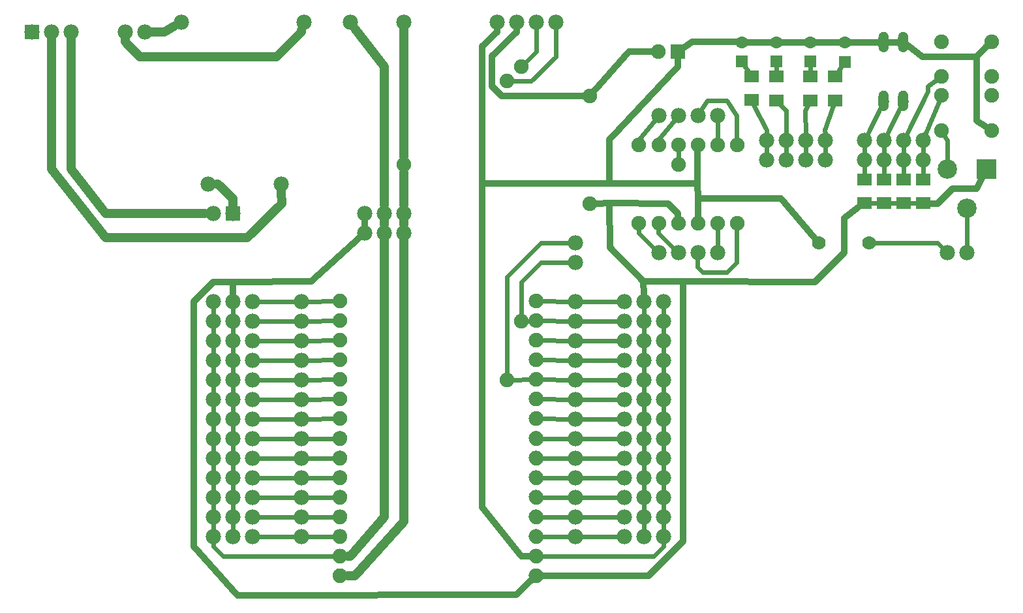
<source format=gbl>
G04 MADE WITH FRITZING*
G04 WWW.FRITZING.ORG*
G04 DOUBLE SIDED*
G04 HOLES PLATED*
G04 CONTOUR ON CENTER OF CONTOUR VECTOR*
%ASAXBY*%
%FSLAX23Y23*%
%MOIN*%
%OFA0B0*%
%SFA1.0B1.0*%
%ADD10C,0.078000*%
%ADD11C,0.075000*%
%ADD12C,0.074106*%
%ADD13C,0.099000*%
%ADD14C,0.062992*%
%ADD15C,0.074803*%
%ADD16C,0.070000*%
%ADD17C,0.052000*%
%ADD18R,0.078000X0.078000*%
%ADD19R,0.075000X0.075000*%
%ADD20R,0.099000X0.099000*%
%ADD21R,0.062992X0.062992*%
%ADD22R,0.074803X0.062992*%
%ADD23C,0.024000*%
%ADD24C,0.032000*%
%ADD25C,0.048000*%
%ADD26R,0.001000X0.001000*%
%LNCOPPER0*%
G90*
G70*
G54D10*
X1439Y2439D03*
X1067Y2439D03*
X1556Y3265D03*
X928Y3265D03*
X1791Y3265D03*
X2066Y3265D03*
X166Y3215D03*
X266Y3215D03*
X366Y3215D03*
X1191Y2290D03*
X1091Y2290D03*
X641Y3215D03*
X741Y3215D03*
G54D11*
X2066Y2540D03*
X3468Y2538D03*
G54D10*
X1866Y2290D03*
X1866Y2190D03*
X2941Y2140D03*
X2941Y2040D03*
X2066Y2290D03*
X2066Y2190D03*
X1966Y2290D03*
X1966Y2190D03*
X2541Y3265D03*
X2641Y3265D03*
X2741Y3265D03*
X2841Y3265D03*
G54D11*
X2591Y1440D03*
X2591Y2965D03*
X2666Y1740D03*
X2666Y3040D03*
X3016Y2340D03*
X3016Y2890D03*
G54D10*
X4841Y2090D03*
X4941Y2090D03*
G54D11*
X3466Y3115D03*
X3366Y3115D03*
G54D12*
X2741Y439D03*
X2741Y540D03*
X2741Y640D03*
X2741Y740D03*
X2741Y840D03*
X2741Y940D03*
X2741Y1040D03*
X2741Y1140D03*
X2741Y1241D03*
X2741Y1341D03*
X2741Y1441D03*
X2741Y1541D03*
X2741Y1641D03*
X2741Y1741D03*
X2741Y1841D03*
X1740Y439D03*
X1740Y540D03*
X1740Y640D03*
X1740Y740D03*
X1740Y840D03*
X1740Y940D03*
X1740Y1040D03*
X1740Y1140D03*
X1740Y1241D03*
X1740Y1341D03*
X1740Y1441D03*
X1740Y1541D03*
X1740Y1641D03*
X1740Y1741D03*
X1740Y1841D03*
G54D10*
X1291Y1840D03*
X1291Y1740D03*
X1291Y1640D03*
X1291Y1540D03*
X1291Y1440D03*
X1291Y1340D03*
X1291Y1240D03*
X1291Y1140D03*
X1291Y1040D03*
X1291Y940D03*
X1291Y840D03*
X1291Y740D03*
X1291Y640D03*
X1191Y1840D03*
X1191Y1740D03*
X1191Y1640D03*
X1191Y1540D03*
X1191Y1440D03*
X1191Y1340D03*
X1191Y1240D03*
X1191Y1140D03*
X1191Y1040D03*
X1191Y940D03*
X1191Y840D03*
X1191Y740D03*
X1191Y640D03*
X1091Y1840D03*
X1091Y1740D03*
X1091Y1640D03*
X1091Y1540D03*
X1091Y1440D03*
X1091Y1340D03*
X1091Y1240D03*
X1091Y1140D03*
X1091Y1040D03*
X1091Y940D03*
X1091Y840D03*
X1091Y740D03*
X1091Y640D03*
X1541Y1840D03*
X1541Y1740D03*
X1541Y1640D03*
X1541Y1540D03*
X1541Y1440D03*
X1541Y1340D03*
X1541Y1240D03*
X1541Y1140D03*
X1541Y1040D03*
X1541Y940D03*
X1541Y840D03*
X1541Y740D03*
X1541Y640D03*
X3291Y1840D03*
X3291Y1740D03*
X3291Y1640D03*
X3291Y1540D03*
X3291Y1440D03*
X3291Y1340D03*
X3291Y1240D03*
X3291Y1140D03*
X3291Y1040D03*
X3291Y940D03*
X3291Y840D03*
X3291Y740D03*
X3291Y640D03*
X3391Y1840D03*
X3391Y1740D03*
X3391Y1640D03*
X3391Y1540D03*
X3391Y1440D03*
X3391Y1340D03*
X3391Y1240D03*
X3391Y1140D03*
X3391Y1040D03*
X3391Y940D03*
X3391Y840D03*
X3391Y740D03*
X3391Y640D03*
X3191Y1840D03*
X3191Y1740D03*
X3191Y1640D03*
X3191Y1540D03*
X3191Y1440D03*
X3191Y1340D03*
X3191Y1240D03*
X3191Y1140D03*
X3191Y1040D03*
X3191Y940D03*
X3191Y840D03*
X3191Y740D03*
X3191Y640D03*
X2941Y1840D03*
X2941Y1740D03*
X2941Y1640D03*
X2941Y1540D03*
X2941Y1440D03*
X2941Y1340D03*
X2941Y1240D03*
X2941Y1140D03*
X2941Y1040D03*
X2941Y940D03*
X2941Y840D03*
X2941Y740D03*
X2941Y640D03*
G54D13*
X4841Y2515D03*
X5041Y2515D03*
X4941Y2315D03*
G54D14*
X3793Y3065D03*
X3793Y3163D03*
X3968Y3065D03*
X3968Y3163D03*
X4143Y3065D03*
X4143Y3163D03*
X4318Y3063D03*
X4318Y3162D03*
G54D11*
X5068Y2713D03*
X4812Y2713D03*
X5068Y2891D03*
X4812Y2891D03*
X5068Y2988D03*
X4812Y2988D03*
X5068Y3166D03*
X4812Y3166D03*
G54D15*
X3267Y2238D03*
X3768Y2238D03*
X3668Y2238D03*
X3568Y2238D03*
X3468Y2238D03*
X3368Y2238D03*
X3267Y2638D03*
X3768Y2638D03*
X3668Y2638D03*
X3568Y2638D03*
X3468Y2638D03*
X3368Y2638D03*
G54D16*
X4441Y2140D03*
X4186Y2140D03*
G54D10*
X3668Y2788D03*
X3568Y2788D03*
X3468Y2788D03*
X3368Y2788D03*
X3668Y2088D03*
X3568Y2088D03*
X3468Y2088D03*
X3368Y2088D03*
X3918Y2563D03*
X4018Y2563D03*
X4118Y2563D03*
X4218Y2563D03*
X3918Y2663D03*
X4018Y2663D03*
X4118Y2663D03*
X4218Y2663D03*
G54D17*
X4618Y3163D03*
X4518Y3163D03*
X4518Y2863D03*
X4618Y2863D03*
G54D10*
X4418Y2663D03*
X4518Y2663D03*
X4618Y2663D03*
X4718Y2663D03*
X4418Y2563D03*
X4518Y2563D03*
X4618Y2563D03*
X4718Y2563D03*
G54D18*
X166Y3215D03*
X1191Y2290D03*
G54D19*
X3466Y3115D03*
G54D20*
X5041Y2515D03*
G54D21*
X3793Y3065D03*
X3968Y3065D03*
X4143Y3065D03*
X4318Y3063D03*
G54D22*
X4718Y2463D03*
X4718Y2341D03*
X4618Y2463D03*
X4618Y2341D03*
X4418Y2463D03*
X4418Y2341D03*
X4518Y2463D03*
X4518Y2341D03*
X4268Y2988D03*
X4268Y2866D03*
X4143Y2988D03*
X4143Y2866D03*
X3968Y2988D03*
X3968Y2866D03*
X3841Y2990D03*
X3841Y2868D03*
G54D23*
X2766Y2040D02*
X2666Y1939D01*
D02*
X2666Y1939D02*
X2666Y1768D01*
D02*
X2911Y2040D02*
X2766Y2040D01*
D02*
X2766Y2139D02*
X2591Y1965D01*
D02*
X2591Y1965D02*
X2591Y1468D01*
D02*
X2911Y2140D02*
X2766Y2139D01*
D02*
X3391Y1510D02*
X3391Y1470D01*
D02*
X3391Y1410D02*
X3391Y1370D01*
D02*
X3391Y1310D02*
X3391Y1270D01*
D02*
X4418Y2533D02*
X4418Y2489D01*
D02*
X4518Y2533D02*
X4518Y2489D01*
D02*
X4586Y2341D02*
X4549Y2341D01*
D02*
X4486Y2341D02*
X4449Y2341D01*
D02*
X4843Y2662D02*
X4842Y2546D01*
D02*
X4827Y2689D02*
X4843Y2662D01*
G54D24*
D02*
X4868Y2414D02*
X4791Y2339D01*
D02*
X4791Y2339D02*
X4749Y2340D01*
D02*
X4993Y2414D02*
X4868Y2414D01*
D02*
X5025Y2481D02*
X4993Y2414D01*
D02*
X3565Y2441D02*
X3569Y2365D01*
D02*
X3569Y2365D02*
X3568Y2274D01*
D02*
X3567Y2603D02*
X3565Y2441D01*
D02*
X3991Y2365D02*
X3569Y2365D01*
D02*
X4163Y2166D02*
X3991Y2365D01*
D02*
X3118Y2114D02*
X3116Y2341D01*
D02*
X3417Y2340D02*
X3466Y2289D01*
D02*
X3116Y2341D02*
X3417Y2340D01*
D02*
X3466Y2289D02*
X3466Y2274D01*
D02*
X3290Y1941D02*
X3118Y2114D01*
D02*
X4166Y1940D02*
X3492Y1941D01*
D02*
X4316Y2264D02*
X4316Y2090D01*
D02*
X4316Y2090D02*
X4166Y1940D01*
D02*
X4386Y2317D02*
X4316Y2264D01*
D02*
X3465Y3039D02*
X3466Y3081D01*
D02*
X3117Y2664D02*
X3465Y3039D01*
D02*
X3565Y2441D02*
X3116Y2441D01*
D02*
X3116Y2441D02*
X3117Y2664D01*
D02*
X4485Y3163D02*
X4350Y3162D01*
D02*
X2467Y790D02*
X2666Y540D01*
D02*
X2465Y2441D02*
X2467Y790D01*
D02*
X3116Y2441D02*
X2465Y2441D01*
G54D25*
D02*
X366Y2515D02*
X366Y3174D01*
D02*
X542Y2290D02*
X366Y2515D01*
D02*
X1050Y2290D02*
X542Y2290D01*
D02*
X1116Y2440D02*
X1108Y2440D01*
D02*
X1191Y2365D02*
X1116Y2440D01*
D02*
X1191Y2331D02*
X1191Y2365D01*
D02*
X267Y2515D02*
X266Y3174D01*
D02*
X542Y2164D02*
X267Y2515D01*
D02*
X1267Y2165D02*
X542Y2164D01*
D02*
X1441Y2339D02*
X1267Y2165D01*
D02*
X1440Y2398D02*
X1441Y2339D01*
D02*
X642Y3164D02*
X642Y3174D01*
D02*
X717Y3089D02*
X642Y3164D01*
D02*
X1416Y3089D02*
X717Y3089D01*
D02*
X1541Y3215D02*
X1416Y3089D01*
D02*
X1544Y3225D02*
X1541Y3215D01*
D02*
X842Y3215D02*
X783Y3215D01*
D02*
X892Y3244D02*
X842Y3215D01*
D02*
X2067Y714D02*
X2066Y2149D01*
D02*
X1817Y439D02*
X2067Y714D01*
D02*
X1780Y439D02*
X1817Y439D01*
G54D23*
D02*
X3468Y2608D02*
X3468Y2567D01*
G54D25*
D02*
X1966Y2231D02*
X1966Y2249D01*
D02*
X2066Y2231D02*
X2066Y2249D01*
D02*
X1967Y3040D02*
X1966Y2331D01*
D02*
X1817Y3232D02*
X1967Y3040D01*
D02*
X2066Y2500D02*
X2066Y2331D01*
D02*
X1792Y540D02*
X1780Y540D01*
D02*
X1966Y739D02*
X1792Y540D01*
D02*
X1966Y2149D02*
X1966Y739D01*
D02*
X2066Y3224D02*
X2066Y2579D01*
G54D24*
D02*
X2542Y3214D02*
X2467Y3141D01*
D02*
X2467Y3141D02*
X2465Y2441D01*
D02*
X2542Y3229D02*
X2542Y3214D01*
G54D23*
D02*
X2713Y1741D02*
X2695Y1740D01*
D02*
X2741Y3114D02*
X2741Y3235D01*
D02*
X2687Y3060D02*
X2741Y3114D01*
D02*
X2713Y1441D02*
X2620Y1440D01*
D02*
X2716Y2964D02*
X2620Y2965D01*
D02*
X2841Y3090D02*
X2716Y2964D01*
D02*
X2841Y3235D02*
X2841Y3090D01*
G54D24*
D02*
X2566Y2889D02*
X2982Y2890D01*
D02*
X2516Y2939D02*
X2566Y2889D01*
D02*
X2517Y3091D02*
X2516Y2939D01*
D02*
X2641Y3214D02*
X2517Y3091D01*
D02*
X2641Y3229D02*
X2641Y3214D01*
D02*
X3051Y2340D02*
X3116Y2341D01*
G54D23*
D02*
X4941Y2283D02*
X4941Y2120D01*
D02*
X4791Y2140D02*
X4470Y2140D01*
D02*
X4820Y2111D02*
X4791Y2140D01*
G54D24*
D02*
X1591Y1941D02*
X1840Y2166D01*
D02*
X1193Y1939D02*
X1591Y1941D01*
D02*
X1866Y2225D02*
X1866Y2254D01*
D02*
X3216Y3115D02*
X3039Y2915D01*
D02*
X3332Y3115D02*
X3216Y3115D01*
D02*
X3540Y3165D02*
X3495Y3134D01*
D02*
X3760Y3164D02*
X3540Y3165D01*
G54D23*
D02*
X3291Y1770D02*
X3291Y1810D01*
D02*
X3291Y1710D02*
X3291Y1670D01*
D02*
X3291Y1610D02*
X3291Y1570D01*
D02*
X3291Y1510D02*
X3291Y1470D01*
D02*
X3291Y1410D02*
X3291Y1370D01*
D02*
X3291Y1310D02*
X3291Y1270D01*
D02*
X3291Y1210D02*
X3291Y1170D01*
D02*
X3291Y1110D02*
X3291Y1070D01*
D02*
X3291Y1010D02*
X3291Y970D01*
D02*
X3291Y910D02*
X3291Y870D01*
D02*
X3291Y810D02*
X3291Y770D01*
D02*
X3291Y710D02*
X3291Y670D01*
D02*
X3391Y1770D02*
X3391Y1810D01*
D02*
X3391Y1710D02*
X3391Y1670D01*
D02*
X3391Y1610D02*
X3391Y1570D01*
D02*
X3391Y1210D02*
X3391Y1170D01*
D02*
X3391Y1110D02*
X3391Y1070D01*
D02*
X3391Y1010D02*
X3391Y970D01*
D02*
X3391Y910D02*
X3391Y870D01*
D02*
X3391Y810D02*
X3391Y770D01*
D02*
X3391Y710D02*
X3391Y670D01*
D02*
X2911Y1840D02*
X2770Y1841D01*
D02*
X2911Y1740D02*
X2770Y1741D01*
D02*
X2911Y1640D02*
X2770Y1641D01*
D02*
X2911Y1540D02*
X2770Y1541D01*
D02*
X2911Y1440D02*
X2770Y1441D01*
D02*
X2911Y1340D02*
X2770Y1341D01*
D02*
X2911Y1240D02*
X2770Y1241D01*
D02*
X2911Y1140D02*
X2770Y1140D01*
D02*
X2911Y1040D02*
X2770Y1040D01*
D02*
X2911Y940D02*
X2770Y940D01*
D02*
X2911Y840D02*
X2770Y840D01*
D02*
X2911Y740D02*
X2770Y740D01*
D02*
X2911Y640D02*
X2770Y640D01*
D02*
X2972Y1840D02*
X3161Y1840D01*
D02*
X2972Y1740D02*
X3161Y1740D01*
D02*
X2972Y1640D02*
X3161Y1640D01*
D02*
X2972Y1540D02*
X3161Y1540D01*
D02*
X2972Y1440D02*
X3161Y1440D01*
D02*
X2972Y1340D02*
X3161Y1340D01*
D02*
X2972Y1240D02*
X3161Y1240D01*
D02*
X2972Y1140D02*
X3161Y1140D01*
D02*
X2972Y1040D02*
X3161Y1040D01*
D02*
X2972Y940D02*
X3161Y940D01*
D02*
X2972Y840D02*
X3161Y840D01*
D02*
X2972Y740D02*
X3161Y740D01*
D02*
X2972Y640D02*
X3161Y640D01*
D02*
X3341Y540D02*
X2770Y540D01*
D02*
X3391Y590D02*
X3341Y540D01*
D02*
X3391Y610D02*
X3391Y590D01*
D02*
X1191Y1770D02*
X1191Y1810D01*
D02*
X1091Y1770D02*
X1091Y1810D01*
D02*
X1191Y1710D02*
X1191Y1670D01*
D02*
X1091Y1710D02*
X1091Y1670D01*
D02*
X1191Y1610D02*
X1191Y1570D01*
D02*
X1091Y1610D02*
X1091Y1570D01*
D02*
X1191Y1510D02*
X1191Y1470D01*
D02*
X1091Y1510D02*
X1091Y1470D01*
D02*
X1191Y1410D02*
X1191Y1370D01*
D02*
X1091Y1410D02*
X1091Y1370D01*
D02*
X1191Y1310D02*
X1191Y1270D01*
D02*
X1091Y1310D02*
X1091Y1270D01*
D02*
X1191Y1210D02*
X1191Y1170D01*
D02*
X1091Y1210D02*
X1091Y1170D01*
D02*
X1191Y1110D02*
X1191Y1070D01*
D02*
X1091Y1110D02*
X1091Y1070D01*
D02*
X1191Y1010D02*
X1191Y970D01*
D02*
X1091Y1010D02*
X1091Y970D01*
D02*
X1191Y910D02*
X1191Y870D01*
D02*
X1091Y910D02*
X1091Y870D01*
D02*
X1191Y810D02*
X1191Y770D01*
D02*
X1091Y810D02*
X1091Y770D01*
D02*
X1191Y710D02*
X1191Y670D01*
D02*
X1091Y710D02*
X1091Y670D01*
D02*
X1711Y1841D02*
X1572Y1840D01*
D02*
X1711Y1741D02*
X1572Y1740D01*
D02*
X1511Y1840D02*
X1322Y1840D01*
D02*
X1511Y1740D02*
X1322Y1740D01*
D02*
X1511Y1640D02*
X1322Y1640D01*
D02*
X1572Y1640D02*
X1711Y1641D01*
D02*
X1511Y1540D02*
X1322Y1540D01*
D02*
X1572Y1540D02*
X1711Y1541D01*
D02*
X1511Y1440D02*
X1322Y1440D01*
D02*
X1572Y1440D02*
X1711Y1441D01*
D02*
X1511Y1340D02*
X1322Y1340D01*
D02*
X1572Y1340D02*
X1711Y1341D01*
D02*
X1511Y1240D02*
X1322Y1240D01*
D02*
X1572Y1240D02*
X1711Y1241D01*
D02*
X1511Y1140D02*
X1322Y1140D01*
D02*
X1572Y1140D02*
X1711Y1140D01*
D02*
X1511Y1040D02*
X1322Y1040D01*
D02*
X1572Y1040D02*
X1711Y1040D01*
D02*
X1511Y940D02*
X1322Y940D01*
D02*
X1572Y940D02*
X1711Y940D01*
D02*
X1511Y840D02*
X1322Y840D01*
D02*
X1572Y840D02*
X1711Y840D01*
D02*
X1511Y740D02*
X1322Y740D01*
D02*
X1572Y740D02*
X1711Y740D01*
D02*
X1511Y640D02*
X1322Y640D01*
D02*
X1572Y640D02*
X1711Y640D01*
D02*
X1092Y590D02*
X1092Y610D01*
D02*
X1141Y540D02*
X1092Y590D01*
D02*
X1711Y540D02*
X1141Y540D01*
G54D24*
D02*
X2707Y540D02*
X2666Y540D01*
D02*
X2640Y341D02*
X1216Y339D01*
D02*
X3316Y440D02*
X2776Y440D01*
D02*
X2717Y416D02*
X2640Y341D01*
D02*
X991Y590D02*
X991Y1840D01*
D02*
X1216Y339D02*
X991Y590D01*
D02*
X1092Y1939D02*
X1193Y1939D01*
D02*
X991Y1840D02*
X1092Y1939D01*
D02*
X3492Y615D02*
X3316Y440D01*
D02*
X3492Y1941D02*
X3492Y615D01*
D02*
X3290Y1941D02*
X3492Y1941D01*
D02*
X1193Y1939D02*
X1192Y1875D01*
D02*
X3291Y1875D02*
X3290Y1941D01*
D02*
X4285Y3162D02*
X4175Y3163D01*
D02*
X4110Y3163D02*
X4000Y3163D01*
D02*
X3935Y3163D02*
X3825Y3163D01*
G54D23*
D02*
X4303Y3041D02*
X4285Y3014D01*
D02*
X4143Y3038D02*
X4143Y3014D01*
D02*
X3968Y3038D02*
X3968Y3014D01*
D02*
X3807Y3043D02*
X3825Y3016D01*
G54D24*
D02*
X4585Y3163D02*
X4550Y3163D01*
D02*
X4716Y3090D02*
X4644Y3144D01*
D02*
X4994Y3090D02*
X4716Y3090D01*
D02*
X4994Y2762D02*
X5039Y2732D01*
D02*
X4994Y3090D02*
X4994Y2762D01*
D02*
X5044Y3141D02*
X4994Y3090D01*
G54D23*
D02*
X4742Y2913D02*
X4631Y2690D01*
D02*
X4741Y2938D02*
X4742Y2913D01*
D02*
X4788Y2972D02*
X4741Y2938D01*
D02*
X4801Y2864D02*
X4729Y2691D01*
D02*
X4718Y2633D02*
X4718Y2594D01*
D02*
X4618Y2633D02*
X4618Y2594D01*
D02*
X4518Y2633D02*
X4518Y2594D01*
D02*
X4418Y2633D02*
X4418Y2594D01*
D02*
X4618Y2533D02*
X4618Y2489D01*
D02*
X4718Y2533D02*
X4718Y2489D01*
D02*
X4649Y2341D02*
X4686Y2341D01*
D02*
X4531Y2690D02*
X4605Y2839D01*
D02*
X4431Y2690D02*
X4505Y2839D01*
D02*
X3919Y2714D02*
X3854Y2842D01*
D02*
X3918Y2694D02*
X3919Y2714D01*
D02*
X4018Y2814D02*
X3993Y2840D01*
D02*
X4018Y2694D02*
X4018Y2814D01*
D02*
X4117Y2814D02*
X4130Y2840D01*
D02*
X4118Y2694D02*
X4117Y2814D01*
D02*
X4217Y2714D02*
X4259Y2840D01*
D02*
X4218Y2694D02*
X4217Y2714D01*
D02*
X4218Y2633D02*
X4218Y2594D01*
D02*
X4118Y2633D02*
X4118Y2594D01*
D02*
X4018Y2633D02*
X4018Y2594D01*
D02*
X3918Y2633D02*
X3918Y2594D01*
D02*
X3267Y2189D02*
X3346Y2110D01*
D02*
X3267Y2207D02*
X3267Y2189D01*
D02*
X3366Y2189D02*
X3446Y2110D01*
D02*
X3367Y2208D02*
X3366Y2189D01*
D02*
X3267Y2665D02*
X3267Y2668D01*
D02*
X3349Y2765D02*
X3267Y2665D01*
D02*
X3366Y2665D02*
X3366Y2669D01*
D02*
X3448Y2765D02*
X3366Y2665D01*
D02*
X3668Y2758D02*
X3668Y2669D01*
D02*
X3765Y2790D02*
X3767Y2669D01*
D02*
X3616Y2865D02*
X3717Y2865D01*
D02*
X3717Y2865D02*
X3765Y2790D01*
D02*
X3584Y2814D02*
X3616Y2865D01*
D02*
X3668Y2208D02*
X3668Y2119D01*
D02*
X3567Y2015D02*
X3567Y2058D01*
D02*
X3591Y1990D02*
X3567Y2015D01*
D02*
X3716Y1990D02*
X3591Y1990D01*
D02*
X3766Y2039D02*
X3716Y1990D01*
D02*
X3767Y2208D02*
X3766Y2039D01*
G54D26*
X4512Y3215D02*
X4522Y3215D01*
X4612Y3215D02*
X4622Y3215D01*
X4509Y3214D02*
X4525Y3214D01*
X4609Y3214D02*
X4625Y3214D01*
X4506Y3213D02*
X4528Y3213D01*
X4606Y3213D02*
X4627Y3213D01*
X4505Y3212D02*
X4529Y3212D01*
X4605Y3212D02*
X4629Y3212D01*
X4503Y3211D02*
X4531Y3211D01*
X4603Y3211D02*
X4631Y3211D01*
X4502Y3210D02*
X4532Y3210D01*
X4602Y3210D02*
X4632Y3210D01*
X4500Y3209D02*
X4534Y3209D01*
X4600Y3209D02*
X4634Y3209D01*
X4499Y3208D02*
X4535Y3208D01*
X4599Y3208D02*
X4635Y3208D01*
X4498Y3207D02*
X4536Y3207D01*
X4598Y3207D02*
X4636Y3207D01*
X4498Y3206D02*
X4536Y3206D01*
X4598Y3206D02*
X4636Y3206D01*
X4497Y3205D02*
X4537Y3205D01*
X4597Y3205D02*
X4637Y3205D01*
X4496Y3204D02*
X4538Y3204D01*
X4596Y3204D02*
X4638Y3204D01*
X4495Y3203D02*
X4539Y3203D01*
X4595Y3203D02*
X4639Y3203D01*
X4495Y3202D02*
X4539Y3202D01*
X4595Y3202D02*
X4639Y3202D01*
X4494Y3201D02*
X4540Y3201D01*
X4594Y3201D02*
X4640Y3201D01*
X4494Y3200D02*
X4540Y3200D01*
X4594Y3200D02*
X4640Y3200D01*
X4493Y3199D02*
X4541Y3199D01*
X4593Y3199D02*
X4641Y3199D01*
X4493Y3198D02*
X4541Y3198D01*
X4593Y3198D02*
X4641Y3198D01*
X4493Y3197D02*
X4541Y3197D01*
X4593Y3197D02*
X4641Y3197D01*
X4492Y3196D02*
X4542Y3196D01*
X4592Y3196D02*
X4642Y3196D01*
X4492Y3195D02*
X4542Y3195D01*
X4592Y3195D02*
X4642Y3195D01*
X4492Y3194D02*
X4542Y3194D01*
X4592Y3194D02*
X4642Y3194D01*
X4492Y3193D02*
X4542Y3193D01*
X4592Y3193D02*
X4642Y3193D01*
X4492Y3192D02*
X4542Y3192D01*
X4592Y3192D02*
X4642Y3192D01*
X4492Y3191D02*
X4542Y3191D01*
X4592Y3191D02*
X4642Y3191D01*
X4492Y3190D02*
X4542Y3190D01*
X4592Y3190D02*
X4642Y3190D01*
X4491Y3189D02*
X4542Y3189D01*
X4591Y3189D02*
X4642Y3189D01*
X4491Y3188D02*
X4542Y3188D01*
X4591Y3188D02*
X4642Y3188D01*
X4491Y3187D02*
X4542Y3187D01*
X4591Y3187D02*
X4642Y3187D01*
X4491Y3186D02*
X4542Y3186D01*
X4591Y3186D02*
X4642Y3186D01*
X4491Y3185D02*
X4542Y3185D01*
X4591Y3185D02*
X4642Y3185D01*
X4491Y3184D02*
X4542Y3184D01*
X4591Y3184D02*
X4642Y3184D01*
X4491Y3183D02*
X4542Y3183D01*
X4591Y3183D02*
X4642Y3183D01*
X4491Y3182D02*
X4542Y3182D01*
X4591Y3182D02*
X4642Y3182D01*
X4491Y3181D02*
X4542Y3181D01*
X4591Y3181D02*
X4642Y3181D01*
X4491Y3180D02*
X4542Y3180D01*
X4591Y3180D02*
X4642Y3180D01*
X4491Y3179D02*
X4513Y3179D01*
X4521Y3179D02*
X4542Y3179D01*
X4591Y3179D02*
X4613Y3179D01*
X4621Y3179D02*
X4642Y3179D01*
X4491Y3178D02*
X4510Y3178D01*
X4524Y3178D02*
X4542Y3178D01*
X4591Y3178D02*
X4610Y3178D01*
X4624Y3178D02*
X4642Y3178D01*
X4491Y3177D02*
X4508Y3177D01*
X4526Y3177D02*
X4542Y3177D01*
X4591Y3177D02*
X4608Y3177D01*
X4626Y3177D02*
X4642Y3177D01*
X4491Y3176D02*
X4507Y3176D01*
X4527Y3176D02*
X4542Y3176D01*
X4591Y3176D02*
X4607Y3176D01*
X4627Y3176D02*
X4642Y3176D01*
X4491Y3175D02*
X4505Y3175D01*
X4529Y3175D02*
X4542Y3175D01*
X4591Y3175D02*
X4605Y3175D01*
X4629Y3175D02*
X4642Y3175D01*
X4491Y3174D02*
X4504Y3174D01*
X4529Y3174D02*
X4542Y3174D01*
X4591Y3174D02*
X4604Y3174D01*
X4629Y3174D02*
X4642Y3174D01*
X4491Y3173D02*
X4504Y3173D01*
X4530Y3173D02*
X4542Y3173D01*
X4591Y3173D02*
X4604Y3173D01*
X4630Y3173D02*
X4642Y3173D01*
X4491Y3172D02*
X4503Y3172D01*
X4531Y3172D02*
X4542Y3172D01*
X4591Y3172D02*
X4603Y3172D01*
X4631Y3172D02*
X4642Y3172D01*
X4491Y3171D02*
X4502Y3171D01*
X4532Y3171D02*
X4542Y3171D01*
X4591Y3171D02*
X4602Y3171D01*
X4632Y3171D02*
X4642Y3171D01*
X4491Y3170D02*
X4502Y3170D01*
X4532Y3170D02*
X4542Y3170D01*
X4591Y3170D02*
X4602Y3170D01*
X4632Y3170D02*
X4642Y3170D01*
X4491Y3169D02*
X4502Y3169D01*
X4532Y3169D02*
X4542Y3169D01*
X4591Y3169D02*
X4602Y3169D01*
X4632Y3169D02*
X4642Y3169D01*
X4491Y3168D02*
X4501Y3168D01*
X4533Y3168D02*
X4542Y3168D01*
X4591Y3168D02*
X4601Y3168D01*
X4633Y3168D02*
X4642Y3168D01*
X4491Y3167D02*
X4501Y3167D01*
X4533Y3167D02*
X4542Y3167D01*
X4591Y3167D02*
X4601Y3167D01*
X4633Y3167D02*
X4642Y3167D01*
X4491Y3166D02*
X4501Y3166D01*
X4533Y3166D02*
X4542Y3166D01*
X4591Y3166D02*
X4601Y3166D01*
X4633Y3166D02*
X4642Y3166D01*
X4491Y3165D02*
X4501Y3165D01*
X4533Y3165D02*
X4542Y3165D01*
X4591Y3165D02*
X4601Y3165D01*
X4633Y3165D02*
X4642Y3165D01*
X4491Y3164D02*
X4501Y3164D01*
X4533Y3164D02*
X4542Y3164D01*
X4591Y3164D02*
X4601Y3164D01*
X4633Y3164D02*
X4642Y3164D01*
X4491Y3163D02*
X4501Y3163D01*
X4533Y3163D02*
X4542Y3163D01*
X4591Y3163D02*
X4601Y3163D01*
X4633Y3163D02*
X4642Y3163D01*
X4491Y3162D02*
X4501Y3162D01*
X4533Y3162D02*
X4542Y3162D01*
X4591Y3162D02*
X4601Y3162D01*
X4633Y3162D02*
X4642Y3162D01*
X4491Y3161D02*
X4501Y3161D01*
X4533Y3161D02*
X4542Y3161D01*
X4591Y3161D02*
X4601Y3161D01*
X4633Y3161D02*
X4642Y3161D01*
X4491Y3160D02*
X4501Y3160D01*
X4533Y3160D02*
X4542Y3160D01*
X4591Y3160D02*
X4601Y3160D01*
X4633Y3160D02*
X4642Y3160D01*
X4491Y3159D02*
X4501Y3159D01*
X4533Y3159D02*
X4542Y3159D01*
X4591Y3159D02*
X4601Y3159D01*
X4633Y3159D02*
X4642Y3159D01*
X4491Y3158D02*
X4502Y3158D01*
X4532Y3158D02*
X4542Y3158D01*
X4591Y3158D02*
X4602Y3158D01*
X4632Y3158D02*
X4642Y3158D01*
X4491Y3157D02*
X4502Y3157D01*
X4532Y3157D02*
X4542Y3157D01*
X4591Y3157D02*
X4602Y3157D01*
X4632Y3157D02*
X4642Y3157D01*
X4491Y3156D02*
X4502Y3156D01*
X4532Y3156D02*
X4542Y3156D01*
X4591Y3156D02*
X4602Y3156D01*
X4632Y3156D02*
X4642Y3156D01*
X4491Y3155D02*
X4503Y3155D01*
X4531Y3155D02*
X4542Y3155D01*
X4591Y3155D02*
X4603Y3155D01*
X4631Y3155D02*
X4642Y3155D01*
X4491Y3154D02*
X4504Y3154D01*
X4530Y3154D02*
X4542Y3154D01*
X4591Y3154D02*
X4604Y3154D01*
X4630Y3154D02*
X4642Y3154D01*
X4491Y3153D02*
X4505Y3153D01*
X4529Y3153D02*
X4542Y3153D01*
X4591Y3153D02*
X4605Y3153D01*
X4629Y3153D02*
X4642Y3153D01*
X4491Y3152D02*
X4505Y3152D01*
X4528Y3152D02*
X4542Y3152D01*
X4591Y3152D02*
X4605Y3152D01*
X4628Y3152D02*
X4642Y3152D01*
X4491Y3151D02*
X4507Y3151D01*
X4527Y3151D02*
X4542Y3151D01*
X4591Y3151D02*
X4607Y3151D01*
X4627Y3151D02*
X4642Y3151D01*
X4491Y3150D02*
X4508Y3150D01*
X4526Y3150D02*
X4542Y3150D01*
X4591Y3150D02*
X4608Y3150D01*
X4626Y3150D02*
X4642Y3150D01*
X4491Y3149D02*
X4510Y3149D01*
X4524Y3149D02*
X4542Y3149D01*
X4591Y3149D02*
X4610Y3149D01*
X4624Y3149D02*
X4642Y3149D01*
X4491Y3148D02*
X4513Y3148D01*
X4521Y3148D02*
X4542Y3148D01*
X4591Y3148D02*
X4613Y3148D01*
X4621Y3148D02*
X4642Y3148D01*
X4491Y3147D02*
X4542Y3147D01*
X4591Y3147D02*
X4642Y3147D01*
X4491Y3146D02*
X4542Y3146D01*
X4591Y3146D02*
X4642Y3146D01*
X4491Y3145D02*
X4542Y3145D01*
X4591Y3145D02*
X4642Y3145D01*
X4491Y3144D02*
X4542Y3144D01*
X4591Y3144D02*
X4642Y3144D01*
X4491Y3143D02*
X4542Y3143D01*
X4591Y3143D02*
X4642Y3143D01*
X4491Y3142D02*
X4542Y3142D01*
X4591Y3142D02*
X4642Y3142D01*
X4491Y3141D02*
X4542Y3141D01*
X4591Y3141D02*
X4642Y3141D01*
X4491Y3140D02*
X4542Y3140D01*
X4591Y3140D02*
X4642Y3140D01*
X4491Y3139D02*
X4542Y3139D01*
X4591Y3139D02*
X4642Y3139D01*
X4491Y3138D02*
X4542Y3138D01*
X4591Y3138D02*
X4642Y3138D01*
X4492Y3137D02*
X4542Y3137D01*
X4592Y3137D02*
X4642Y3137D01*
X4492Y3136D02*
X4542Y3136D01*
X4592Y3136D02*
X4642Y3136D01*
X4492Y3135D02*
X4542Y3135D01*
X4592Y3135D02*
X4642Y3135D01*
X4492Y3134D02*
X4542Y3134D01*
X4592Y3134D02*
X4642Y3134D01*
X4492Y3133D02*
X4542Y3133D01*
X4592Y3133D02*
X4642Y3133D01*
X4492Y3132D02*
X4542Y3132D01*
X4592Y3132D02*
X4642Y3132D01*
X4492Y3131D02*
X4542Y3131D01*
X4592Y3131D02*
X4642Y3131D01*
X4493Y3130D02*
X4541Y3130D01*
X4593Y3130D02*
X4641Y3130D01*
X4493Y3129D02*
X4541Y3129D01*
X4593Y3129D02*
X4641Y3129D01*
X4493Y3128D02*
X4541Y3128D01*
X4593Y3128D02*
X4641Y3128D01*
X4494Y3127D02*
X4540Y3127D01*
X4594Y3127D02*
X4640Y3127D01*
X4494Y3126D02*
X4540Y3126D01*
X4594Y3126D02*
X4640Y3126D01*
X4495Y3125D02*
X4539Y3125D01*
X4595Y3125D02*
X4639Y3125D01*
X4495Y3124D02*
X4539Y3124D01*
X4595Y3124D02*
X4639Y3124D01*
X4496Y3123D02*
X4538Y3123D01*
X4596Y3123D02*
X4638Y3123D01*
X4497Y3122D02*
X4537Y3122D01*
X4597Y3122D02*
X4637Y3122D01*
X4498Y3121D02*
X4536Y3121D01*
X4598Y3121D02*
X4636Y3121D01*
X4498Y3120D02*
X4536Y3120D01*
X4598Y3120D02*
X4636Y3120D01*
X4499Y3119D02*
X4535Y3119D01*
X4599Y3119D02*
X4635Y3119D01*
X4500Y3118D02*
X4533Y3118D01*
X4600Y3118D02*
X4633Y3118D01*
X4502Y3117D02*
X4532Y3117D01*
X4602Y3117D02*
X4632Y3117D01*
X4503Y3116D02*
X4531Y3116D01*
X4603Y3116D02*
X4631Y3116D01*
X4505Y3115D02*
X4529Y3115D01*
X4605Y3115D02*
X4629Y3115D01*
X4507Y3114D02*
X4527Y3114D01*
X4607Y3114D02*
X4627Y3114D01*
X4509Y3113D02*
X4525Y3113D01*
X4609Y3113D02*
X4625Y3113D01*
X4513Y3112D02*
X4521Y3112D01*
X4613Y3112D02*
X4621Y3112D01*
X4512Y2915D02*
X4522Y2915D01*
X4612Y2915D02*
X4622Y2915D01*
X4509Y2914D02*
X4525Y2914D01*
X4609Y2914D02*
X4625Y2914D01*
X4506Y2913D02*
X4528Y2913D01*
X4606Y2913D02*
X4628Y2913D01*
X4505Y2912D02*
X4529Y2912D01*
X4605Y2912D02*
X4629Y2912D01*
X4503Y2911D02*
X4531Y2911D01*
X4603Y2911D02*
X4631Y2911D01*
X4502Y2910D02*
X4532Y2910D01*
X4602Y2910D02*
X4632Y2910D01*
X4500Y2909D02*
X4534Y2909D01*
X4600Y2909D02*
X4634Y2909D01*
X4499Y2908D02*
X4535Y2908D01*
X4599Y2908D02*
X4635Y2908D01*
X4498Y2907D02*
X4536Y2907D01*
X4598Y2907D02*
X4636Y2907D01*
X4497Y2906D02*
X4536Y2906D01*
X4597Y2906D02*
X4636Y2906D01*
X4497Y2905D02*
X4537Y2905D01*
X4597Y2905D02*
X4637Y2905D01*
X4496Y2904D02*
X4538Y2904D01*
X4596Y2904D02*
X4638Y2904D01*
X4495Y2903D02*
X4539Y2903D01*
X4595Y2903D02*
X4639Y2903D01*
X4495Y2902D02*
X4539Y2902D01*
X4595Y2902D02*
X4639Y2902D01*
X4494Y2901D02*
X4540Y2901D01*
X4594Y2901D02*
X4640Y2901D01*
X4494Y2900D02*
X4540Y2900D01*
X4594Y2900D02*
X4640Y2900D01*
X4493Y2899D02*
X4541Y2899D01*
X4593Y2899D02*
X4641Y2899D01*
X4493Y2898D02*
X4541Y2898D01*
X4593Y2898D02*
X4641Y2898D01*
X4493Y2897D02*
X4541Y2897D01*
X4593Y2897D02*
X4641Y2897D01*
X4492Y2896D02*
X4542Y2896D01*
X4592Y2896D02*
X4642Y2896D01*
X4492Y2895D02*
X4542Y2895D01*
X4592Y2895D02*
X4642Y2895D01*
X4492Y2894D02*
X4542Y2894D01*
X4592Y2894D02*
X4642Y2894D01*
X4492Y2893D02*
X4542Y2893D01*
X4592Y2893D02*
X4642Y2893D01*
X4492Y2892D02*
X4542Y2892D01*
X4592Y2892D02*
X4642Y2892D01*
X4492Y2891D02*
X4542Y2891D01*
X4592Y2891D02*
X4642Y2891D01*
X4492Y2890D02*
X4542Y2890D01*
X4592Y2890D02*
X4642Y2890D01*
X4491Y2889D02*
X4542Y2889D01*
X4591Y2889D02*
X4642Y2889D01*
X4491Y2888D02*
X4542Y2888D01*
X4591Y2888D02*
X4642Y2888D01*
X4491Y2887D02*
X4542Y2887D01*
X4591Y2887D02*
X4642Y2887D01*
X4491Y2886D02*
X4542Y2886D01*
X4591Y2886D02*
X4642Y2886D01*
X4491Y2885D02*
X4542Y2885D01*
X4591Y2885D02*
X4642Y2885D01*
X4491Y2884D02*
X4542Y2884D01*
X4591Y2884D02*
X4642Y2884D01*
X4491Y2883D02*
X4542Y2883D01*
X4591Y2883D02*
X4642Y2883D01*
X4491Y2882D02*
X4542Y2882D01*
X4591Y2882D02*
X4642Y2882D01*
X4491Y2881D02*
X4542Y2881D01*
X4591Y2881D02*
X4642Y2881D01*
X4491Y2880D02*
X4542Y2880D01*
X4591Y2880D02*
X4642Y2880D01*
X4491Y2879D02*
X4512Y2879D01*
X4522Y2879D02*
X4542Y2879D01*
X4591Y2879D02*
X4612Y2879D01*
X4622Y2879D02*
X4642Y2879D01*
X4491Y2878D02*
X4510Y2878D01*
X4524Y2878D02*
X4542Y2878D01*
X4591Y2878D02*
X4610Y2878D01*
X4624Y2878D02*
X4642Y2878D01*
X4491Y2877D02*
X4508Y2877D01*
X4526Y2877D02*
X4542Y2877D01*
X4591Y2877D02*
X4608Y2877D01*
X4626Y2877D02*
X4642Y2877D01*
X4491Y2876D02*
X4507Y2876D01*
X4527Y2876D02*
X4542Y2876D01*
X4591Y2876D02*
X4607Y2876D01*
X4627Y2876D02*
X4642Y2876D01*
X4491Y2875D02*
X4505Y2875D01*
X4529Y2875D02*
X4542Y2875D01*
X4591Y2875D02*
X4605Y2875D01*
X4629Y2875D02*
X4642Y2875D01*
X4491Y2874D02*
X4504Y2874D01*
X4530Y2874D02*
X4542Y2874D01*
X4591Y2874D02*
X4604Y2874D01*
X4630Y2874D02*
X4642Y2874D01*
X4491Y2873D02*
X4504Y2873D01*
X4530Y2873D02*
X4542Y2873D01*
X4591Y2873D02*
X4604Y2873D01*
X4630Y2873D02*
X4642Y2873D01*
X4491Y2872D02*
X4503Y2872D01*
X4531Y2872D02*
X4542Y2872D01*
X4591Y2872D02*
X4603Y2872D01*
X4631Y2872D02*
X4642Y2872D01*
X4491Y2871D02*
X4502Y2871D01*
X4532Y2871D02*
X4542Y2871D01*
X4591Y2871D02*
X4602Y2871D01*
X4632Y2871D02*
X4642Y2871D01*
X4491Y2870D02*
X4502Y2870D01*
X4532Y2870D02*
X4542Y2870D01*
X4591Y2870D02*
X4602Y2870D01*
X4632Y2870D02*
X4642Y2870D01*
X4491Y2869D02*
X4501Y2869D01*
X4532Y2869D02*
X4542Y2869D01*
X4591Y2869D02*
X4601Y2869D01*
X4632Y2869D02*
X4642Y2869D01*
X4491Y2868D02*
X4501Y2868D01*
X4533Y2868D02*
X4542Y2868D01*
X4591Y2868D02*
X4601Y2868D01*
X4633Y2868D02*
X4642Y2868D01*
X4491Y2867D02*
X4501Y2867D01*
X4533Y2867D02*
X4542Y2867D01*
X4591Y2867D02*
X4601Y2867D01*
X4633Y2867D02*
X4642Y2867D01*
X4491Y2866D02*
X4501Y2866D01*
X4533Y2866D02*
X4542Y2866D01*
X4591Y2866D02*
X4601Y2866D01*
X4633Y2866D02*
X4642Y2866D01*
X4491Y2865D02*
X4501Y2865D01*
X4533Y2865D02*
X4542Y2865D01*
X4591Y2865D02*
X4601Y2865D01*
X4633Y2865D02*
X4642Y2865D01*
X4491Y2864D02*
X4501Y2864D01*
X4533Y2864D02*
X4542Y2864D01*
X4591Y2864D02*
X4601Y2864D01*
X4633Y2864D02*
X4642Y2864D01*
X4491Y2863D02*
X4501Y2863D01*
X4533Y2863D02*
X4542Y2863D01*
X4591Y2863D02*
X4601Y2863D01*
X4633Y2863D02*
X4642Y2863D01*
X4491Y2862D02*
X4501Y2862D01*
X4533Y2862D02*
X4542Y2862D01*
X4591Y2862D02*
X4601Y2862D01*
X4633Y2862D02*
X4642Y2862D01*
X4491Y2861D02*
X4501Y2861D01*
X4533Y2861D02*
X4542Y2861D01*
X4591Y2861D02*
X4601Y2861D01*
X4633Y2861D02*
X4642Y2861D01*
X4491Y2860D02*
X4501Y2860D01*
X4533Y2860D02*
X4542Y2860D01*
X4591Y2860D02*
X4601Y2860D01*
X4633Y2860D02*
X4642Y2860D01*
X4491Y2859D02*
X4501Y2859D01*
X4533Y2859D02*
X4542Y2859D01*
X4591Y2859D02*
X4601Y2859D01*
X4633Y2859D02*
X4642Y2859D01*
X4491Y2858D02*
X4502Y2858D01*
X4532Y2858D02*
X4542Y2858D01*
X4591Y2858D02*
X4602Y2858D01*
X4632Y2858D02*
X4642Y2858D01*
X4491Y2857D02*
X4502Y2857D01*
X4532Y2857D02*
X4542Y2857D01*
X4591Y2857D02*
X4602Y2857D01*
X4632Y2857D02*
X4642Y2857D01*
X4491Y2856D02*
X4502Y2856D01*
X4531Y2856D02*
X4542Y2856D01*
X4591Y2856D02*
X4602Y2856D01*
X4631Y2856D02*
X4642Y2856D01*
X4491Y2855D02*
X4503Y2855D01*
X4531Y2855D02*
X4542Y2855D01*
X4591Y2855D02*
X4603Y2855D01*
X4631Y2855D02*
X4642Y2855D01*
X4491Y2854D02*
X4504Y2854D01*
X4530Y2854D02*
X4542Y2854D01*
X4591Y2854D02*
X4604Y2854D01*
X4630Y2854D02*
X4642Y2854D01*
X4491Y2853D02*
X4505Y2853D01*
X4529Y2853D02*
X4542Y2853D01*
X4591Y2853D02*
X4605Y2853D01*
X4629Y2853D02*
X4642Y2853D01*
X4491Y2852D02*
X4506Y2852D01*
X4528Y2852D02*
X4542Y2852D01*
X4591Y2852D02*
X4606Y2852D01*
X4628Y2852D02*
X4642Y2852D01*
X4491Y2851D02*
X4507Y2851D01*
X4527Y2851D02*
X4542Y2851D01*
X4591Y2851D02*
X4607Y2851D01*
X4627Y2851D02*
X4642Y2851D01*
X4491Y2850D02*
X4508Y2850D01*
X4526Y2850D02*
X4542Y2850D01*
X4591Y2850D02*
X4608Y2850D01*
X4626Y2850D02*
X4642Y2850D01*
X4491Y2849D02*
X4510Y2849D01*
X4524Y2849D02*
X4542Y2849D01*
X4591Y2849D02*
X4610Y2849D01*
X4624Y2849D02*
X4642Y2849D01*
X4491Y2848D02*
X4513Y2848D01*
X4521Y2848D02*
X4542Y2848D01*
X4591Y2848D02*
X4613Y2848D01*
X4621Y2848D02*
X4642Y2848D01*
X4491Y2847D02*
X4542Y2847D01*
X4591Y2847D02*
X4642Y2847D01*
X4491Y2846D02*
X4542Y2846D01*
X4591Y2846D02*
X4642Y2846D01*
X4491Y2845D02*
X4542Y2845D01*
X4591Y2845D02*
X4642Y2845D01*
X4491Y2844D02*
X4542Y2844D01*
X4591Y2844D02*
X4642Y2844D01*
X4491Y2843D02*
X4542Y2843D01*
X4591Y2843D02*
X4642Y2843D01*
X4491Y2842D02*
X4542Y2842D01*
X4591Y2842D02*
X4642Y2842D01*
X4491Y2841D02*
X4542Y2841D01*
X4591Y2841D02*
X4642Y2841D01*
X4491Y2840D02*
X4542Y2840D01*
X4591Y2840D02*
X4642Y2840D01*
X4491Y2839D02*
X4542Y2839D01*
X4591Y2839D02*
X4642Y2839D01*
X4491Y2838D02*
X4542Y2838D01*
X4591Y2838D02*
X4642Y2838D01*
X4492Y2837D02*
X4542Y2837D01*
X4592Y2837D02*
X4642Y2837D01*
X4492Y2836D02*
X4542Y2836D01*
X4592Y2836D02*
X4642Y2836D01*
X4492Y2835D02*
X4542Y2835D01*
X4592Y2835D02*
X4642Y2835D01*
X4492Y2834D02*
X4542Y2834D01*
X4592Y2834D02*
X4642Y2834D01*
X4492Y2833D02*
X4542Y2833D01*
X4592Y2833D02*
X4642Y2833D01*
X4492Y2832D02*
X4542Y2832D01*
X4592Y2832D02*
X4642Y2832D01*
X4492Y2831D02*
X4542Y2831D01*
X4592Y2831D02*
X4642Y2831D01*
X4493Y2830D02*
X4541Y2830D01*
X4593Y2830D02*
X4641Y2830D01*
X4493Y2829D02*
X4541Y2829D01*
X4593Y2829D02*
X4641Y2829D01*
X4493Y2828D02*
X4541Y2828D01*
X4593Y2828D02*
X4641Y2828D01*
X4494Y2827D02*
X4540Y2827D01*
X4594Y2827D02*
X4640Y2827D01*
X4494Y2826D02*
X4540Y2826D01*
X4594Y2826D02*
X4640Y2826D01*
X4495Y2825D02*
X4539Y2825D01*
X4595Y2825D02*
X4639Y2825D01*
X4495Y2824D02*
X4539Y2824D01*
X4595Y2824D02*
X4639Y2824D01*
X4496Y2823D02*
X4538Y2823D01*
X4596Y2823D02*
X4638Y2823D01*
X4497Y2822D02*
X4537Y2822D01*
X4597Y2822D02*
X4637Y2822D01*
X4498Y2821D02*
X4536Y2821D01*
X4598Y2821D02*
X4636Y2821D01*
X4498Y2820D02*
X4536Y2820D01*
X4598Y2820D02*
X4636Y2820D01*
X4499Y2819D02*
X4535Y2819D01*
X4599Y2819D02*
X4635Y2819D01*
X4501Y2818D02*
X4533Y2818D01*
X4601Y2818D02*
X4633Y2818D01*
X4502Y2817D02*
X4532Y2817D01*
X4602Y2817D02*
X4632Y2817D01*
X4503Y2816D02*
X4531Y2816D01*
X4603Y2816D02*
X4631Y2816D01*
X4505Y2815D02*
X4529Y2815D01*
X4605Y2815D02*
X4629Y2815D01*
X4507Y2814D02*
X4527Y2814D01*
X4607Y2814D02*
X4627Y2814D01*
X4509Y2813D02*
X4525Y2813D01*
X4609Y2813D02*
X4625Y2813D01*
X4513Y2812D02*
X4521Y2812D01*
X4613Y2812D02*
X4621Y2812D01*
X1733Y1878D02*
X1746Y1878D01*
X2734Y1878D02*
X2747Y1878D01*
X1729Y1877D02*
X1750Y1877D01*
X2731Y1877D02*
X2751Y1877D01*
X1726Y1876D02*
X1752Y1876D01*
X2728Y1876D02*
X2754Y1876D01*
X1724Y1875D02*
X1755Y1875D01*
X2726Y1875D02*
X2756Y1875D01*
X1722Y1874D02*
X1757Y1874D01*
X2723Y1874D02*
X2758Y1874D01*
X1720Y1873D02*
X1758Y1873D01*
X2722Y1873D02*
X2760Y1873D01*
X1719Y1872D02*
X1760Y1872D01*
X2720Y1872D02*
X2762Y1872D01*
X1717Y1871D02*
X1761Y1871D01*
X2719Y1871D02*
X2763Y1871D01*
X1716Y1870D02*
X1763Y1870D01*
X2717Y1870D02*
X2764Y1870D01*
X1715Y1869D02*
X1764Y1869D01*
X2716Y1869D02*
X2765Y1869D01*
X1714Y1868D02*
X1765Y1868D01*
X2715Y1868D02*
X2766Y1868D01*
X1713Y1867D02*
X1766Y1867D01*
X2714Y1867D02*
X2767Y1867D01*
X1712Y1866D02*
X1767Y1866D01*
X2713Y1866D02*
X2768Y1866D01*
X1711Y1865D02*
X1768Y1865D01*
X2713Y1865D02*
X2769Y1865D01*
X1710Y1864D02*
X1768Y1864D01*
X2712Y1864D02*
X2770Y1864D01*
X1710Y1863D02*
X1769Y1863D01*
X2711Y1863D02*
X2771Y1863D01*
X1709Y1862D02*
X1770Y1862D01*
X2710Y1862D02*
X2771Y1862D01*
X1708Y1861D02*
X1770Y1861D01*
X2710Y1861D02*
X2772Y1861D01*
X1708Y1860D02*
X1771Y1860D01*
X2709Y1860D02*
X2772Y1860D01*
X1707Y1859D02*
X1736Y1859D01*
X1743Y1859D02*
X1772Y1859D01*
X2709Y1859D02*
X2737Y1859D01*
X2745Y1859D02*
X2773Y1859D01*
X1707Y1858D02*
X1732Y1858D01*
X1747Y1858D02*
X1772Y1858D01*
X2708Y1858D02*
X2733Y1858D01*
X2748Y1858D02*
X2773Y1858D01*
X1706Y1857D02*
X1730Y1857D01*
X1749Y1857D02*
X1772Y1857D01*
X2708Y1857D02*
X2732Y1857D01*
X2750Y1857D02*
X2774Y1857D01*
X1706Y1856D02*
X1729Y1856D01*
X1750Y1856D02*
X1773Y1856D01*
X2707Y1856D02*
X2730Y1856D01*
X2752Y1856D02*
X2774Y1856D01*
X1706Y1855D02*
X1728Y1855D01*
X1751Y1855D02*
X1773Y1855D01*
X2707Y1855D02*
X2729Y1855D01*
X2753Y1855D02*
X2775Y1855D01*
X1705Y1854D02*
X1726Y1854D01*
X1752Y1854D02*
X1774Y1854D01*
X2707Y1854D02*
X2728Y1854D01*
X2754Y1854D02*
X2775Y1854D01*
X1705Y1853D02*
X1726Y1853D01*
X1753Y1853D02*
X1774Y1853D01*
X2706Y1853D02*
X2727Y1853D01*
X2755Y1853D02*
X2775Y1853D01*
X1705Y1852D02*
X1725Y1852D01*
X1754Y1852D02*
X1774Y1852D01*
X2706Y1852D02*
X2726Y1852D01*
X2756Y1852D02*
X2776Y1852D01*
X1704Y1851D02*
X1724Y1851D01*
X1755Y1851D02*
X1775Y1851D01*
X2706Y1851D02*
X2725Y1851D01*
X2756Y1851D02*
X2776Y1851D01*
X1704Y1850D02*
X1723Y1850D01*
X1755Y1850D02*
X1775Y1850D01*
X2705Y1850D02*
X2725Y1850D01*
X2757Y1850D02*
X2776Y1850D01*
X1704Y1849D02*
X1723Y1849D01*
X1756Y1849D02*
X1775Y1849D01*
X2705Y1849D02*
X2724Y1849D01*
X2757Y1849D02*
X2777Y1849D01*
X1704Y1848D02*
X1722Y1848D01*
X1756Y1848D02*
X1775Y1848D01*
X2705Y1848D02*
X2724Y1848D01*
X2758Y1848D02*
X2777Y1848D01*
X1703Y1847D02*
X1722Y1847D01*
X1757Y1847D02*
X1775Y1847D01*
X2705Y1847D02*
X2724Y1847D01*
X2758Y1847D02*
X2777Y1847D01*
X1703Y1846D02*
X1722Y1846D01*
X1757Y1846D02*
X1776Y1846D01*
X2705Y1846D02*
X2723Y1846D01*
X2758Y1846D02*
X2777Y1846D01*
X1703Y1845D02*
X1722Y1845D01*
X1757Y1845D02*
X1776Y1845D01*
X2704Y1845D02*
X2723Y1845D01*
X2759Y1845D02*
X2777Y1845D01*
X1703Y1844D02*
X1722Y1844D01*
X1757Y1844D02*
X1776Y1844D01*
X2704Y1844D02*
X2723Y1844D01*
X2759Y1844D02*
X2777Y1844D01*
X1703Y1843D02*
X1722Y1843D01*
X1757Y1843D02*
X1776Y1843D01*
X2704Y1843D02*
X2723Y1843D01*
X2759Y1843D02*
X2777Y1843D01*
X1703Y1842D02*
X1721Y1842D01*
X1757Y1842D02*
X1776Y1842D01*
X2704Y1842D02*
X2723Y1842D01*
X2759Y1842D02*
X2777Y1842D01*
X1703Y1841D02*
X1721Y1841D01*
X1757Y1841D02*
X1776Y1841D01*
X2704Y1841D02*
X2723Y1841D01*
X2759Y1841D02*
X2777Y1841D01*
X1703Y1840D02*
X1722Y1840D01*
X1757Y1840D02*
X1776Y1840D01*
X2704Y1840D02*
X2723Y1840D01*
X2759Y1840D02*
X2777Y1840D01*
X1703Y1839D02*
X1722Y1839D01*
X1757Y1839D02*
X1776Y1839D01*
X2704Y1839D02*
X2723Y1839D01*
X2759Y1839D02*
X2777Y1839D01*
X1703Y1838D02*
X1722Y1838D01*
X1757Y1838D02*
X1776Y1838D01*
X2705Y1838D02*
X2723Y1838D01*
X2759Y1838D02*
X2777Y1838D01*
X1703Y1837D02*
X1722Y1837D01*
X1757Y1837D02*
X1776Y1837D01*
X2705Y1837D02*
X2723Y1837D01*
X2758Y1837D02*
X2777Y1837D01*
X1703Y1836D02*
X1722Y1836D01*
X1757Y1836D02*
X1775Y1836D01*
X2705Y1836D02*
X2724Y1836D01*
X2758Y1836D02*
X2777Y1836D01*
X1704Y1835D02*
X1723Y1835D01*
X1756Y1835D02*
X1775Y1835D01*
X2705Y1835D02*
X2724Y1835D01*
X2758Y1835D02*
X2777Y1835D01*
X1704Y1834D02*
X1723Y1834D01*
X1756Y1834D02*
X1775Y1834D01*
X2705Y1834D02*
X2725Y1834D01*
X2757Y1834D02*
X2776Y1834D01*
X1704Y1833D02*
X1724Y1833D01*
X1755Y1833D02*
X1775Y1833D01*
X2706Y1833D02*
X2725Y1833D01*
X2757Y1833D02*
X2776Y1833D01*
X1704Y1832D02*
X1724Y1832D01*
X1755Y1832D02*
X1774Y1832D01*
X2706Y1832D02*
X2726Y1832D01*
X2756Y1832D02*
X2776Y1832D01*
X1705Y1831D02*
X1725Y1831D01*
X1754Y1831D02*
X1774Y1831D01*
X2706Y1831D02*
X2727Y1831D01*
X2755Y1831D02*
X2776Y1831D01*
X1705Y1830D02*
X1726Y1830D01*
X1753Y1830D02*
X1774Y1830D01*
X2706Y1830D02*
X2727Y1830D01*
X2754Y1830D02*
X2775Y1830D01*
X1705Y1829D02*
X1727Y1829D01*
X1752Y1829D02*
X1774Y1829D01*
X2707Y1829D02*
X2728Y1829D01*
X2753Y1829D02*
X2775Y1829D01*
X1706Y1828D02*
X1728Y1828D01*
X1751Y1828D02*
X1773Y1828D01*
X2707Y1828D02*
X2730Y1828D01*
X2752Y1828D02*
X2775Y1828D01*
X1706Y1827D02*
X1729Y1827D01*
X1750Y1827D02*
X1773Y1827D01*
X2708Y1827D02*
X2731Y1827D01*
X2751Y1827D02*
X2774Y1827D01*
X1707Y1826D02*
X1731Y1826D01*
X1748Y1826D02*
X1772Y1826D01*
X2708Y1826D02*
X2732Y1826D01*
X2749Y1826D02*
X2774Y1826D01*
X1707Y1825D02*
X1733Y1825D01*
X1745Y1825D02*
X1772Y1825D01*
X2709Y1825D02*
X2735Y1825D01*
X2747Y1825D02*
X2773Y1825D01*
X1708Y1824D02*
X1771Y1824D01*
X2709Y1824D02*
X2773Y1824D01*
X1708Y1823D02*
X1771Y1823D01*
X2710Y1823D02*
X2772Y1823D01*
X1709Y1822D02*
X1770Y1822D01*
X2710Y1822D02*
X2772Y1822D01*
X1709Y1821D02*
X1769Y1821D01*
X2711Y1821D02*
X2771Y1821D01*
X1710Y1820D02*
X1769Y1820D01*
X2711Y1820D02*
X2770Y1820D01*
X1711Y1819D02*
X1768Y1819D01*
X2712Y1819D02*
X2769Y1819D01*
X1712Y1818D02*
X1767Y1818D01*
X2713Y1818D02*
X2769Y1818D01*
X1712Y1817D02*
X1766Y1817D01*
X2714Y1817D02*
X2768Y1817D01*
X1713Y1816D02*
X1766Y1816D01*
X2715Y1816D02*
X2767Y1816D01*
X1714Y1815D02*
X1765Y1815D01*
X2716Y1815D02*
X2766Y1815D01*
X1715Y1814D02*
X1763Y1814D01*
X2717Y1814D02*
X2765Y1814D01*
X1717Y1813D02*
X1762Y1813D01*
X2718Y1813D02*
X2764Y1813D01*
X1718Y1812D02*
X1761Y1812D01*
X2719Y1812D02*
X2762Y1812D01*
X1719Y1811D02*
X1759Y1811D01*
X2721Y1811D02*
X2761Y1811D01*
X1721Y1810D02*
X1758Y1810D01*
X2723Y1810D02*
X2759Y1810D01*
X1723Y1809D02*
X1756Y1809D01*
X2724Y1809D02*
X2757Y1809D01*
X1725Y1808D02*
X1754Y1808D01*
X2727Y1808D02*
X2755Y1808D01*
X1728Y1807D02*
X1751Y1807D01*
X2729Y1807D02*
X2753Y1807D01*
X1731Y1806D02*
X1748Y1806D01*
X2732Y1806D02*
X2749Y1806D01*
X1736Y1805D02*
X1743Y1805D01*
X2737Y1805D02*
X2745Y1805D01*
X1734Y1778D02*
X1745Y1778D01*
X2735Y1778D02*
X2747Y1778D01*
X1730Y1777D02*
X1749Y1777D01*
X2731Y1777D02*
X2751Y1777D01*
X1727Y1776D02*
X1752Y1776D01*
X2728Y1776D02*
X2754Y1776D01*
X1724Y1775D02*
X1754Y1775D01*
X2726Y1775D02*
X2756Y1775D01*
X1722Y1774D02*
X1757Y1774D01*
X2724Y1774D02*
X2758Y1774D01*
X1721Y1773D02*
X1758Y1773D01*
X2722Y1773D02*
X2760Y1773D01*
X1719Y1772D02*
X1760Y1772D01*
X2720Y1772D02*
X2761Y1772D01*
X1718Y1771D02*
X1761Y1771D01*
X2719Y1771D02*
X2763Y1771D01*
X1716Y1770D02*
X1763Y1770D01*
X2718Y1770D02*
X2764Y1770D01*
X1715Y1769D02*
X1764Y1769D01*
X2716Y1769D02*
X2765Y1769D01*
X1714Y1768D02*
X1765Y1768D01*
X2715Y1768D02*
X2766Y1768D01*
X1713Y1767D02*
X1766Y1767D01*
X2714Y1767D02*
X2767Y1767D01*
X1712Y1766D02*
X1767Y1766D01*
X2714Y1766D02*
X2768Y1766D01*
X1711Y1765D02*
X1768Y1765D01*
X2713Y1765D02*
X2769Y1765D01*
X1711Y1764D02*
X1768Y1764D01*
X2712Y1764D02*
X2770Y1764D01*
X1710Y1763D02*
X1769Y1763D01*
X2711Y1763D02*
X2770Y1763D01*
X1709Y1762D02*
X1770Y1762D01*
X2711Y1762D02*
X2771Y1762D01*
X1709Y1761D02*
X1770Y1761D01*
X2710Y1761D02*
X2772Y1761D01*
X1708Y1760D02*
X1771Y1760D01*
X2709Y1760D02*
X2772Y1760D01*
X1707Y1759D02*
X1737Y1759D01*
X1742Y1759D02*
X1771Y1759D01*
X2709Y1759D02*
X2739Y1759D01*
X2743Y1759D02*
X2773Y1759D01*
X1707Y1758D02*
X1732Y1758D01*
X1747Y1758D02*
X1772Y1758D01*
X2708Y1758D02*
X2734Y1758D01*
X2748Y1758D02*
X2773Y1758D01*
X1706Y1757D02*
X1730Y1757D01*
X1748Y1757D02*
X1772Y1757D01*
X2708Y1757D02*
X2732Y1757D01*
X2750Y1757D02*
X2774Y1757D01*
X1706Y1756D02*
X1729Y1756D01*
X1750Y1756D02*
X1773Y1756D01*
X2707Y1756D02*
X2730Y1756D01*
X2751Y1756D02*
X2774Y1756D01*
X1706Y1755D02*
X1728Y1755D01*
X1751Y1755D02*
X1773Y1755D01*
X2707Y1755D02*
X2729Y1755D01*
X2753Y1755D02*
X2775Y1755D01*
X1705Y1754D02*
X1727Y1754D01*
X1752Y1754D02*
X1774Y1754D01*
X2707Y1754D02*
X2728Y1754D01*
X2754Y1754D02*
X2775Y1754D01*
X1705Y1753D02*
X1726Y1753D01*
X1753Y1753D02*
X1774Y1753D01*
X2706Y1753D02*
X2727Y1753D01*
X2755Y1753D02*
X2775Y1753D01*
X1705Y1752D02*
X1725Y1752D01*
X1754Y1752D02*
X1774Y1752D01*
X2706Y1752D02*
X2726Y1752D01*
X2755Y1752D02*
X2776Y1752D01*
X1704Y1751D02*
X1724Y1751D01*
X1755Y1751D02*
X1775Y1751D01*
X2706Y1751D02*
X2725Y1751D01*
X2756Y1751D02*
X2776Y1751D01*
X1704Y1750D02*
X1723Y1750D01*
X1755Y1750D02*
X1775Y1750D01*
X2705Y1750D02*
X2725Y1750D01*
X2757Y1750D02*
X2776Y1750D01*
X1704Y1749D02*
X1723Y1749D01*
X1756Y1749D02*
X1775Y1749D01*
X2705Y1749D02*
X2724Y1749D01*
X2757Y1749D02*
X2777Y1749D01*
X1704Y1748D02*
X1722Y1748D01*
X1756Y1748D02*
X1775Y1748D01*
X2705Y1748D02*
X2724Y1748D01*
X2758Y1748D02*
X2777Y1748D01*
X1703Y1747D02*
X1722Y1747D01*
X1757Y1747D02*
X1775Y1747D01*
X2705Y1747D02*
X2724Y1747D01*
X2758Y1747D02*
X2777Y1747D01*
X1703Y1746D02*
X1722Y1746D01*
X1757Y1746D02*
X1776Y1746D01*
X2705Y1746D02*
X2723Y1746D01*
X2758Y1746D02*
X2777Y1746D01*
X1703Y1745D02*
X1722Y1745D01*
X1757Y1745D02*
X1776Y1745D01*
X2705Y1745D02*
X2723Y1745D01*
X2759Y1745D02*
X2777Y1745D01*
X1703Y1744D02*
X1722Y1744D01*
X1757Y1744D02*
X1776Y1744D01*
X2704Y1744D02*
X2723Y1744D01*
X2759Y1744D02*
X2777Y1744D01*
X1703Y1743D02*
X1722Y1743D01*
X1757Y1743D02*
X1776Y1743D01*
X2704Y1743D02*
X2723Y1743D01*
X2759Y1743D02*
X2777Y1743D01*
X1703Y1742D02*
X1721Y1742D01*
X1757Y1742D02*
X1776Y1742D01*
X2704Y1742D02*
X2723Y1742D01*
X2759Y1742D02*
X2777Y1742D01*
X1703Y1741D02*
X1721Y1741D01*
X1757Y1741D02*
X1776Y1741D01*
X2704Y1741D02*
X2723Y1741D01*
X2759Y1741D02*
X2777Y1741D01*
X1703Y1740D02*
X1722Y1740D01*
X1757Y1740D02*
X1776Y1740D01*
X2704Y1740D02*
X2723Y1740D01*
X2759Y1740D02*
X2777Y1740D01*
X1703Y1739D02*
X1722Y1739D01*
X1757Y1739D02*
X1776Y1739D01*
X2704Y1739D02*
X2723Y1739D01*
X2759Y1739D02*
X2777Y1739D01*
X1703Y1738D02*
X1722Y1738D01*
X1757Y1738D02*
X1776Y1738D01*
X2705Y1738D02*
X2723Y1738D01*
X2759Y1738D02*
X2777Y1738D01*
X1703Y1737D02*
X1722Y1737D01*
X1757Y1737D02*
X1776Y1737D01*
X2705Y1737D02*
X2723Y1737D01*
X2758Y1737D02*
X2777Y1737D01*
X1703Y1736D02*
X1722Y1736D01*
X1757Y1736D02*
X1775Y1736D01*
X2705Y1736D02*
X2724Y1736D01*
X2758Y1736D02*
X2777Y1736D01*
X1704Y1735D02*
X1723Y1735D01*
X1756Y1735D02*
X1775Y1735D01*
X2705Y1735D02*
X2724Y1735D01*
X2758Y1735D02*
X2777Y1735D01*
X1704Y1734D02*
X1723Y1734D01*
X1756Y1734D02*
X1775Y1734D01*
X2705Y1734D02*
X2724Y1734D01*
X2757Y1734D02*
X2776Y1734D01*
X1704Y1733D02*
X1724Y1733D01*
X1755Y1733D02*
X1775Y1733D01*
X2705Y1733D02*
X2725Y1733D01*
X2757Y1733D02*
X2776Y1733D01*
X1704Y1732D02*
X1724Y1732D01*
X1755Y1732D02*
X1775Y1732D01*
X2706Y1732D02*
X2726Y1732D01*
X2756Y1732D02*
X2776Y1732D01*
X1705Y1731D02*
X1725Y1731D01*
X1754Y1731D02*
X1774Y1731D01*
X2706Y1731D02*
X2726Y1731D01*
X2755Y1731D02*
X2776Y1731D01*
X1705Y1730D02*
X1726Y1730D01*
X1753Y1730D02*
X1774Y1730D01*
X2706Y1730D02*
X2727Y1730D01*
X2754Y1730D02*
X2775Y1730D01*
X1705Y1729D02*
X1727Y1729D01*
X1752Y1729D02*
X1774Y1729D01*
X2707Y1729D02*
X2728Y1729D01*
X2753Y1729D02*
X2775Y1729D01*
X1706Y1728D02*
X1728Y1728D01*
X1751Y1728D02*
X1773Y1728D01*
X2707Y1728D02*
X2729Y1728D01*
X2752Y1728D02*
X2775Y1728D01*
X1706Y1727D02*
X1729Y1727D01*
X1750Y1727D02*
X1773Y1727D01*
X2707Y1727D02*
X2731Y1727D01*
X2751Y1727D02*
X2774Y1727D01*
X1707Y1726D02*
X1731Y1726D01*
X1748Y1726D02*
X1772Y1726D01*
X2708Y1726D02*
X2732Y1726D01*
X2750Y1726D02*
X2774Y1726D01*
X1707Y1725D02*
X1733Y1725D01*
X1746Y1725D02*
X1772Y1725D01*
X2708Y1725D02*
X2734Y1725D01*
X2747Y1725D02*
X2773Y1725D01*
X1708Y1724D02*
X1771Y1724D01*
X2709Y1724D02*
X2773Y1724D01*
X1708Y1723D02*
X1771Y1723D01*
X2710Y1723D02*
X2772Y1723D01*
X1709Y1722D02*
X1770Y1722D01*
X2710Y1722D02*
X2772Y1722D01*
X1709Y1721D02*
X1770Y1721D01*
X2711Y1721D02*
X2771Y1721D01*
X1710Y1720D02*
X1769Y1720D01*
X2711Y1720D02*
X2770Y1720D01*
X1711Y1719D02*
X1768Y1719D01*
X2712Y1719D02*
X2770Y1719D01*
X1711Y1718D02*
X1767Y1718D01*
X2713Y1718D02*
X2769Y1718D01*
X1712Y1717D02*
X1767Y1717D01*
X2714Y1717D02*
X2768Y1717D01*
X1713Y1716D02*
X1766Y1716D01*
X2715Y1716D02*
X2767Y1716D01*
X1714Y1715D02*
X1765Y1715D01*
X2716Y1715D02*
X2766Y1715D01*
X1715Y1714D02*
X1764Y1714D01*
X2717Y1714D02*
X2765Y1714D01*
X1716Y1713D02*
X1762Y1713D01*
X2718Y1713D02*
X2764Y1713D01*
X1718Y1712D02*
X1761Y1712D01*
X2719Y1712D02*
X2762Y1712D01*
X1719Y1711D02*
X1760Y1711D01*
X2721Y1711D02*
X2761Y1711D01*
X1721Y1710D02*
X1758Y1710D01*
X2722Y1710D02*
X2759Y1710D01*
X1723Y1709D02*
X1756Y1709D01*
X2724Y1709D02*
X2758Y1709D01*
X1725Y1708D02*
X1754Y1708D01*
X2726Y1708D02*
X2755Y1708D01*
X1727Y1707D02*
X1752Y1707D01*
X2729Y1707D02*
X2753Y1707D01*
X1730Y1706D02*
X1749Y1706D01*
X2732Y1706D02*
X2750Y1706D01*
X1735Y1705D02*
X1744Y1705D01*
X2736Y1705D02*
X2745Y1705D01*
X1734Y1678D02*
X1744Y1678D01*
X2736Y1678D02*
X2746Y1678D01*
X1730Y1677D02*
X1749Y1677D01*
X2731Y1677D02*
X2750Y1677D01*
X1727Y1676D02*
X1752Y1676D01*
X2729Y1676D02*
X2753Y1676D01*
X1725Y1675D02*
X1754Y1675D01*
X2726Y1675D02*
X2756Y1675D01*
X1723Y1674D02*
X1756Y1674D01*
X2724Y1674D02*
X2758Y1674D01*
X1721Y1673D02*
X1758Y1673D01*
X2722Y1673D02*
X2759Y1673D01*
X1719Y1672D02*
X1760Y1672D01*
X2721Y1672D02*
X2761Y1672D01*
X1718Y1671D02*
X1761Y1671D01*
X2719Y1671D02*
X2763Y1671D01*
X1716Y1670D02*
X1762Y1670D01*
X2718Y1670D02*
X2764Y1670D01*
X1715Y1669D02*
X1764Y1669D01*
X2717Y1669D02*
X2765Y1669D01*
X1714Y1668D02*
X1765Y1668D01*
X2716Y1668D02*
X2766Y1668D01*
X1713Y1667D02*
X1766Y1667D01*
X2715Y1667D02*
X2767Y1667D01*
X1712Y1666D02*
X1767Y1666D01*
X2714Y1666D02*
X2768Y1666D01*
X1711Y1665D02*
X1767Y1665D01*
X2713Y1665D02*
X2769Y1665D01*
X1711Y1664D02*
X1768Y1664D01*
X2712Y1664D02*
X2770Y1664D01*
X1710Y1663D02*
X1769Y1663D01*
X2711Y1663D02*
X2770Y1663D01*
X1709Y1662D02*
X1770Y1662D01*
X2711Y1662D02*
X2771Y1662D01*
X1709Y1661D02*
X1770Y1661D01*
X2710Y1661D02*
X2772Y1661D01*
X1708Y1660D02*
X1771Y1660D01*
X2709Y1660D02*
X2772Y1660D01*
X1707Y1659D02*
X1771Y1659D01*
X2709Y1659D02*
X2773Y1659D01*
X1707Y1658D02*
X1733Y1658D01*
X1746Y1658D02*
X1772Y1658D01*
X2708Y1658D02*
X2734Y1658D01*
X2748Y1658D02*
X2773Y1658D01*
X1707Y1657D02*
X1731Y1657D01*
X1748Y1657D02*
X1772Y1657D01*
X2708Y1657D02*
X2732Y1657D01*
X2750Y1657D02*
X2774Y1657D01*
X1706Y1656D02*
X1729Y1656D01*
X1750Y1656D02*
X1773Y1656D01*
X2707Y1656D02*
X2730Y1656D01*
X2751Y1656D02*
X2774Y1656D01*
X1706Y1655D02*
X1728Y1655D01*
X1751Y1655D02*
X1773Y1655D01*
X2707Y1655D02*
X2729Y1655D01*
X2752Y1655D02*
X2775Y1655D01*
X1705Y1654D02*
X1727Y1654D01*
X1752Y1654D02*
X1774Y1654D01*
X2707Y1654D02*
X2728Y1654D01*
X2754Y1654D02*
X2775Y1654D01*
X1705Y1653D02*
X1726Y1653D01*
X1753Y1653D02*
X1774Y1653D01*
X2706Y1653D02*
X2727Y1653D01*
X2754Y1653D02*
X2775Y1653D01*
X1705Y1652D02*
X1725Y1652D01*
X1754Y1652D02*
X1774Y1652D01*
X2706Y1652D02*
X2726Y1652D01*
X2755Y1652D02*
X2776Y1652D01*
X1704Y1651D02*
X1724Y1651D01*
X1755Y1651D02*
X1775Y1651D01*
X2706Y1651D02*
X2726Y1651D01*
X2756Y1651D02*
X2776Y1651D01*
X1704Y1650D02*
X1724Y1650D01*
X1755Y1650D02*
X1775Y1650D01*
X2705Y1650D02*
X2725Y1650D01*
X2757Y1650D02*
X2776Y1650D01*
X1704Y1649D02*
X1723Y1649D01*
X1756Y1649D02*
X1775Y1649D01*
X2705Y1649D02*
X2724Y1649D01*
X2757Y1649D02*
X2777Y1649D01*
X1704Y1648D02*
X1723Y1648D01*
X1756Y1648D02*
X1775Y1648D01*
X2705Y1648D02*
X2724Y1648D01*
X2758Y1648D02*
X2777Y1648D01*
X1703Y1647D02*
X1722Y1647D01*
X1757Y1647D02*
X1775Y1647D01*
X2705Y1647D02*
X2724Y1647D01*
X2758Y1647D02*
X2777Y1647D01*
X1703Y1646D02*
X1722Y1646D01*
X1757Y1646D02*
X1776Y1646D01*
X2705Y1646D02*
X2723Y1646D01*
X2758Y1646D02*
X2777Y1646D01*
X1703Y1645D02*
X1722Y1645D01*
X1757Y1645D02*
X1776Y1645D01*
X2705Y1645D02*
X2723Y1645D01*
X2759Y1645D02*
X2777Y1645D01*
X1703Y1644D02*
X1722Y1644D01*
X1757Y1644D02*
X1776Y1644D01*
X2704Y1644D02*
X2723Y1644D01*
X2759Y1644D02*
X2777Y1644D01*
X1703Y1643D02*
X1722Y1643D01*
X1757Y1643D02*
X1776Y1643D01*
X2704Y1643D02*
X2723Y1643D01*
X2759Y1643D02*
X2777Y1643D01*
X1703Y1642D02*
X1721Y1642D01*
X1757Y1642D02*
X1776Y1642D01*
X2704Y1642D02*
X2723Y1642D01*
X2759Y1642D02*
X2777Y1642D01*
X1703Y1641D02*
X1721Y1641D01*
X1757Y1641D02*
X1776Y1641D01*
X2704Y1641D02*
X2723Y1641D01*
X2759Y1641D02*
X2777Y1641D01*
X1703Y1640D02*
X1722Y1640D01*
X1757Y1640D02*
X1776Y1640D01*
X2704Y1640D02*
X2723Y1640D01*
X2759Y1640D02*
X2777Y1640D01*
X1703Y1639D02*
X1722Y1639D01*
X1757Y1639D02*
X1776Y1639D01*
X2704Y1639D02*
X2723Y1639D01*
X2759Y1639D02*
X2777Y1639D01*
X1703Y1638D02*
X1722Y1638D01*
X1757Y1638D02*
X1776Y1638D01*
X2705Y1638D02*
X2723Y1638D01*
X2759Y1638D02*
X2777Y1638D01*
X1703Y1637D02*
X1722Y1637D01*
X1757Y1637D02*
X1776Y1637D01*
X2705Y1637D02*
X2723Y1637D01*
X2758Y1637D02*
X2777Y1637D01*
X1703Y1636D02*
X1722Y1636D01*
X1757Y1636D02*
X1775Y1636D01*
X2705Y1636D02*
X2724Y1636D01*
X2758Y1636D02*
X2777Y1636D01*
X1704Y1635D02*
X1722Y1635D01*
X1756Y1635D02*
X1775Y1635D01*
X2705Y1635D02*
X2724Y1635D01*
X2758Y1635D02*
X2777Y1635D01*
X1704Y1634D02*
X1723Y1634D01*
X1756Y1634D02*
X1775Y1634D01*
X2705Y1634D02*
X2724Y1634D01*
X2757Y1634D02*
X2777Y1634D01*
X1704Y1633D02*
X1724Y1633D01*
X1755Y1633D02*
X1775Y1633D01*
X2705Y1633D02*
X2725Y1633D01*
X2757Y1633D02*
X2776Y1633D01*
X1704Y1632D02*
X1724Y1632D01*
X1755Y1632D02*
X1775Y1632D01*
X2706Y1632D02*
X2726Y1632D01*
X2756Y1632D02*
X2776Y1632D01*
X1705Y1631D02*
X1725Y1631D01*
X1754Y1631D02*
X1774Y1631D01*
X2706Y1631D02*
X2726Y1631D01*
X2755Y1631D02*
X2776Y1631D01*
X1705Y1630D02*
X1726Y1630D01*
X1753Y1630D02*
X1774Y1630D01*
X2706Y1630D02*
X2727Y1630D01*
X2755Y1630D02*
X2775Y1630D01*
X1705Y1629D02*
X1727Y1629D01*
X1752Y1629D02*
X1774Y1629D01*
X2707Y1629D02*
X2728Y1629D01*
X2754Y1629D02*
X2775Y1629D01*
X1706Y1628D02*
X1728Y1628D01*
X1751Y1628D02*
X1773Y1628D01*
X2707Y1628D02*
X2729Y1628D01*
X2752Y1628D02*
X2775Y1628D01*
X1706Y1627D02*
X1729Y1627D01*
X1750Y1627D02*
X1773Y1627D01*
X2707Y1627D02*
X2730Y1627D01*
X2751Y1627D02*
X2774Y1627D01*
X1706Y1626D02*
X1731Y1626D01*
X1748Y1626D02*
X1772Y1626D01*
X2708Y1626D02*
X2732Y1626D01*
X2750Y1626D02*
X2774Y1626D01*
X1707Y1625D02*
X1733Y1625D01*
X1746Y1625D02*
X1772Y1625D01*
X2708Y1625D02*
X2734Y1625D01*
X2748Y1625D02*
X2773Y1625D01*
X1707Y1624D02*
X1738Y1624D01*
X1741Y1624D02*
X1771Y1624D01*
X2709Y1624D02*
X2740Y1624D01*
X2742Y1624D02*
X2773Y1624D01*
X1708Y1623D02*
X1771Y1623D01*
X2709Y1623D02*
X2772Y1623D01*
X1709Y1622D02*
X1770Y1622D01*
X2710Y1622D02*
X2772Y1622D01*
X1709Y1621D02*
X1770Y1621D01*
X2711Y1621D02*
X2771Y1621D01*
X1710Y1620D02*
X1769Y1620D01*
X2711Y1620D02*
X2770Y1620D01*
X1711Y1619D02*
X1768Y1619D01*
X2712Y1619D02*
X2770Y1619D01*
X1711Y1618D02*
X1768Y1618D01*
X2713Y1618D02*
X2769Y1618D01*
X1712Y1617D02*
X1767Y1617D01*
X2714Y1617D02*
X2768Y1617D01*
X1713Y1616D02*
X1766Y1616D01*
X2714Y1616D02*
X2767Y1616D01*
X1714Y1615D02*
X1765Y1615D01*
X2715Y1615D02*
X2766Y1615D01*
X1715Y1614D02*
X1764Y1614D01*
X2717Y1614D02*
X2765Y1614D01*
X1716Y1613D02*
X1763Y1613D01*
X2718Y1613D02*
X2764Y1613D01*
X1718Y1612D02*
X1761Y1612D01*
X2719Y1612D02*
X2763Y1612D01*
X1719Y1611D02*
X1760Y1611D01*
X2720Y1611D02*
X2761Y1611D01*
X1721Y1610D02*
X1758Y1610D01*
X2722Y1610D02*
X2760Y1610D01*
X1722Y1609D02*
X1756Y1609D01*
X2724Y1609D02*
X2758Y1609D01*
X1725Y1608D02*
X1754Y1608D01*
X2726Y1608D02*
X2756Y1608D01*
X1727Y1607D02*
X1752Y1607D01*
X2728Y1607D02*
X2753Y1607D01*
X1730Y1606D02*
X1749Y1606D01*
X2731Y1606D02*
X2750Y1606D01*
X1734Y1605D02*
X1745Y1605D01*
X2735Y1605D02*
X2746Y1605D01*
X1735Y1578D02*
X1744Y1578D01*
X2737Y1578D02*
X2745Y1578D01*
X1731Y1577D02*
X1748Y1577D01*
X2732Y1577D02*
X2750Y1577D01*
X1727Y1576D02*
X1751Y1576D01*
X2729Y1576D02*
X2753Y1576D01*
X1725Y1575D02*
X1754Y1575D01*
X2726Y1575D02*
X2755Y1575D01*
X1723Y1574D02*
X1756Y1574D01*
X2724Y1574D02*
X2757Y1574D01*
X1721Y1573D02*
X1758Y1573D01*
X2722Y1573D02*
X2759Y1573D01*
X1719Y1572D02*
X1760Y1572D01*
X2721Y1572D02*
X2761Y1572D01*
X1718Y1571D02*
X1761Y1571D01*
X2719Y1571D02*
X2762Y1571D01*
X1717Y1570D02*
X1762Y1570D01*
X2718Y1570D02*
X2764Y1570D01*
X1715Y1569D02*
X1763Y1569D01*
X2717Y1569D02*
X2765Y1569D01*
X1714Y1568D02*
X1765Y1568D01*
X2716Y1568D02*
X2766Y1568D01*
X1713Y1567D02*
X1766Y1567D01*
X2715Y1567D02*
X2767Y1567D01*
X1712Y1566D02*
X1766Y1566D01*
X2714Y1566D02*
X2768Y1566D01*
X1711Y1565D02*
X1767Y1565D01*
X2713Y1565D02*
X2769Y1565D01*
X1711Y1564D02*
X1768Y1564D01*
X2712Y1564D02*
X2770Y1564D01*
X1710Y1563D02*
X1769Y1563D01*
X2711Y1563D02*
X2770Y1563D01*
X1709Y1562D02*
X1770Y1562D01*
X2711Y1562D02*
X2771Y1562D01*
X1709Y1561D02*
X1770Y1561D01*
X2710Y1561D02*
X2772Y1561D01*
X1708Y1560D02*
X1771Y1560D01*
X2710Y1560D02*
X2772Y1560D01*
X1708Y1559D02*
X1771Y1559D01*
X2709Y1559D02*
X2773Y1559D01*
X1707Y1558D02*
X1733Y1558D01*
X1746Y1558D02*
X1772Y1558D01*
X2708Y1558D02*
X2735Y1558D01*
X2747Y1558D02*
X2773Y1558D01*
X1707Y1557D02*
X1731Y1557D01*
X1748Y1557D02*
X1772Y1557D01*
X2708Y1557D02*
X2732Y1557D01*
X2749Y1557D02*
X2774Y1557D01*
X1706Y1556D02*
X1729Y1556D01*
X1750Y1556D02*
X1773Y1556D01*
X2708Y1556D02*
X2731Y1556D01*
X2751Y1556D02*
X2774Y1556D01*
X1706Y1555D02*
X1728Y1555D01*
X1751Y1555D02*
X1773Y1555D01*
X2707Y1555D02*
X2729Y1555D01*
X2752Y1555D02*
X2775Y1555D01*
X1705Y1554D02*
X1727Y1554D01*
X1752Y1554D02*
X1774Y1554D01*
X2707Y1554D02*
X2728Y1554D01*
X2753Y1554D02*
X2775Y1554D01*
X1705Y1553D02*
X1726Y1553D01*
X1753Y1553D02*
X1774Y1553D01*
X2706Y1553D02*
X2727Y1553D01*
X2754Y1553D02*
X2775Y1553D01*
X1705Y1552D02*
X1725Y1552D01*
X1754Y1552D02*
X1774Y1552D01*
X2706Y1552D02*
X2726Y1552D01*
X2755Y1552D02*
X2776Y1552D01*
X1704Y1551D02*
X1724Y1551D01*
X1755Y1551D02*
X1775Y1551D01*
X2706Y1551D02*
X2726Y1551D01*
X2756Y1551D02*
X2776Y1551D01*
X1704Y1550D02*
X1724Y1550D01*
X1755Y1550D02*
X1775Y1550D01*
X2705Y1550D02*
X2725Y1550D01*
X2757Y1550D02*
X2776Y1550D01*
X1704Y1549D02*
X1723Y1549D01*
X1756Y1549D02*
X1775Y1549D01*
X2705Y1549D02*
X2724Y1549D01*
X2757Y1549D02*
X2776Y1549D01*
X1704Y1548D02*
X1723Y1548D01*
X1756Y1548D02*
X1775Y1548D01*
X2705Y1548D02*
X2724Y1548D01*
X2758Y1548D02*
X2777Y1548D01*
X1703Y1547D02*
X1722Y1547D01*
X1757Y1547D02*
X1775Y1547D01*
X2705Y1547D02*
X2724Y1547D01*
X2758Y1547D02*
X2777Y1547D01*
X1703Y1546D02*
X1722Y1546D01*
X1757Y1546D02*
X1776Y1546D01*
X2705Y1546D02*
X2723Y1546D01*
X2758Y1546D02*
X2777Y1546D01*
X1703Y1545D02*
X1722Y1545D01*
X1757Y1545D02*
X1776Y1545D01*
X2705Y1545D02*
X2723Y1545D01*
X2759Y1545D02*
X2777Y1545D01*
X1703Y1544D02*
X1722Y1544D01*
X1757Y1544D02*
X1776Y1544D01*
X2704Y1544D02*
X2723Y1544D01*
X2759Y1544D02*
X2777Y1544D01*
X1703Y1543D02*
X1722Y1543D01*
X1757Y1543D02*
X1776Y1543D01*
X2704Y1543D02*
X2723Y1543D01*
X2759Y1543D02*
X2777Y1543D01*
X1703Y1542D02*
X1721Y1542D01*
X1757Y1542D02*
X1776Y1542D01*
X2704Y1542D02*
X2723Y1542D01*
X2759Y1542D02*
X2777Y1542D01*
X1703Y1541D02*
X1721Y1541D01*
X1757Y1541D02*
X1776Y1541D01*
X2704Y1541D02*
X2723Y1541D01*
X2759Y1541D02*
X2777Y1541D01*
X1703Y1540D02*
X1722Y1540D01*
X1757Y1540D02*
X1776Y1540D01*
X2704Y1540D02*
X2723Y1540D01*
X2759Y1540D02*
X2777Y1540D01*
X1703Y1539D02*
X1722Y1539D01*
X1757Y1539D02*
X1776Y1539D01*
X2704Y1539D02*
X2723Y1539D01*
X2759Y1539D02*
X2777Y1539D01*
X1703Y1538D02*
X1722Y1538D01*
X1757Y1538D02*
X1776Y1538D01*
X2704Y1538D02*
X2723Y1538D01*
X2759Y1538D02*
X2777Y1538D01*
X1703Y1537D02*
X1722Y1537D01*
X1757Y1537D02*
X1776Y1537D01*
X2705Y1537D02*
X2723Y1537D01*
X2758Y1537D02*
X2777Y1537D01*
X1703Y1536D02*
X1722Y1536D01*
X1757Y1536D02*
X1775Y1536D01*
X2705Y1536D02*
X2724Y1536D01*
X2758Y1536D02*
X2777Y1536D01*
X1704Y1535D02*
X1722Y1535D01*
X1756Y1535D02*
X1775Y1535D01*
X2705Y1535D02*
X2724Y1535D01*
X2758Y1535D02*
X2777Y1535D01*
X1704Y1534D02*
X1723Y1534D01*
X1756Y1534D02*
X1775Y1534D01*
X2705Y1534D02*
X2724Y1534D01*
X2757Y1534D02*
X2777Y1534D01*
X1704Y1533D02*
X1723Y1533D01*
X1755Y1533D02*
X1775Y1533D01*
X2705Y1533D02*
X2725Y1533D01*
X2757Y1533D02*
X2776Y1533D01*
X1704Y1532D02*
X1724Y1532D01*
X1755Y1532D02*
X1775Y1532D01*
X2706Y1532D02*
X2725Y1532D01*
X2756Y1532D02*
X2776Y1532D01*
X1705Y1531D02*
X1725Y1531D01*
X1754Y1531D02*
X1774Y1531D01*
X2706Y1531D02*
X2726Y1531D01*
X2756Y1531D02*
X2776Y1531D01*
X1705Y1530D02*
X1726Y1530D01*
X1753Y1530D02*
X1774Y1530D01*
X2706Y1530D02*
X2727Y1530D01*
X2755Y1530D02*
X2775Y1530D01*
X1705Y1529D02*
X1727Y1529D01*
X1752Y1529D02*
X1774Y1529D01*
X2707Y1529D02*
X2728Y1529D01*
X2754Y1529D02*
X2775Y1529D01*
X1706Y1528D02*
X1728Y1528D01*
X1751Y1528D02*
X1773Y1528D01*
X2707Y1528D02*
X2729Y1528D01*
X2753Y1528D02*
X2775Y1528D01*
X1706Y1527D02*
X1729Y1527D01*
X1750Y1527D02*
X1773Y1527D01*
X2707Y1527D02*
X2730Y1527D01*
X2751Y1527D02*
X2774Y1527D01*
X1706Y1526D02*
X1730Y1526D01*
X1749Y1526D02*
X1772Y1526D01*
X2708Y1526D02*
X2732Y1526D01*
X2750Y1526D02*
X2774Y1526D01*
X1707Y1525D02*
X1732Y1525D01*
X1747Y1525D02*
X1772Y1525D01*
X2708Y1525D02*
X2734Y1525D01*
X2748Y1525D02*
X2773Y1525D01*
X1707Y1524D02*
X1737Y1524D01*
X1742Y1524D02*
X1771Y1524D01*
X2709Y1524D02*
X2738Y1524D01*
X2744Y1524D02*
X2773Y1524D01*
X1708Y1523D02*
X1771Y1523D01*
X2709Y1523D02*
X2772Y1523D01*
X1709Y1522D02*
X1770Y1522D01*
X2710Y1522D02*
X2772Y1522D01*
X1709Y1521D02*
X1770Y1521D01*
X2711Y1521D02*
X2771Y1521D01*
X1710Y1520D02*
X1769Y1520D01*
X2711Y1520D02*
X2770Y1520D01*
X1710Y1519D02*
X1768Y1519D01*
X2712Y1519D02*
X2770Y1519D01*
X1711Y1518D02*
X1768Y1518D01*
X2713Y1518D02*
X2769Y1518D01*
X1712Y1517D02*
X1767Y1517D01*
X2713Y1517D02*
X2768Y1517D01*
X1713Y1516D02*
X1766Y1516D01*
X2714Y1516D02*
X2767Y1516D01*
X1714Y1515D02*
X1765Y1515D01*
X2715Y1515D02*
X2766Y1515D01*
X1715Y1514D02*
X1764Y1514D01*
X2716Y1514D02*
X2765Y1514D01*
X1716Y1513D02*
X1763Y1513D01*
X2718Y1513D02*
X2764Y1513D01*
X1717Y1512D02*
X1761Y1512D01*
X2719Y1512D02*
X2763Y1512D01*
X1719Y1511D02*
X1760Y1511D01*
X2720Y1511D02*
X2761Y1511D01*
X1720Y1510D02*
X1758Y1510D01*
X2722Y1510D02*
X2760Y1510D01*
X1722Y1509D02*
X1757Y1509D01*
X2724Y1509D02*
X2758Y1509D01*
X1724Y1508D02*
X1755Y1508D01*
X2726Y1508D02*
X2756Y1508D01*
X1727Y1507D02*
X1752Y1507D01*
X2728Y1507D02*
X2754Y1507D01*
X1729Y1506D02*
X1749Y1506D01*
X2731Y1506D02*
X2751Y1506D01*
X1733Y1505D02*
X1746Y1505D01*
X2735Y1505D02*
X2747Y1505D01*
X1736Y1478D02*
X1743Y1478D01*
X2737Y1478D02*
X2744Y1478D01*
X1731Y1477D02*
X1748Y1477D01*
X2732Y1477D02*
X2749Y1477D01*
X1728Y1476D02*
X1751Y1476D01*
X2729Y1476D02*
X2752Y1476D01*
X1725Y1475D02*
X1754Y1475D01*
X2727Y1475D02*
X2755Y1475D01*
X1723Y1474D02*
X1756Y1474D01*
X2725Y1474D02*
X2757Y1474D01*
X1721Y1473D02*
X1758Y1473D01*
X2723Y1473D02*
X2759Y1473D01*
X1720Y1472D02*
X1759Y1472D01*
X2721Y1472D02*
X2761Y1472D01*
X1718Y1471D02*
X1761Y1471D01*
X2720Y1471D02*
X2762Y1471D01*
X1717Y1470D02*
X1762Y1470D01*
X2718Y1470D02*
X2764Y1470D01*
X1716Y1469D02*
X1763Y1469D01*
X2717Y1469D02*
X2765Y1469D01*
X1714Y1468D02*
X1764Y1468D01*
X2716Y1468D02*
X2766Y1468D01*
X1713Y1467D02*
X1765Y1467D01*
X2715Y1467D02*
X2767Y1467D01*
X1712Y1466D02*
X1766Y1466D01*
X2714Y1466D02*
X2768Y1466D01*
X1712Y1465D02*
X1767Y1465D01*
X2713Y1465D02*
X2769Y1465D01*
X1711Y1464D02*
X1768Y1464D01*
X2712Y1464D02*
X2769Y1464D01*
X1710Y1463D02*
X1769Y1463D01*
X2712Y1463D02*
X2770Y1463D01*
X1709Y1462D02*
X1769Y1462D01*
X2711Y1462D02*
X2771Y1462D01*
X1709Y1461D02*
X1770Y1461D01*
X2710Y1461D02*
X2771Y1461D01*
X1708Y1460D02*
X1771Y1460D01*
X2710Y1460D02*
X2772Y1460D01*
X1708Y1459D02*
X1771Y1459D01*
X2709Y1459D02*
X2773Y1459D01*
X1707Y1458D02*
X1734Y1458D01*
X1745Y1458D02*
X1772Y1458D01*
X2709Y1458D02*
X2735Y1458D01*
X2747Y1458D02*
X2773Y1458D01*
X1707Y1457D02*
X1731Y1457D01*
X1748Y1457D02*
X1772Y1457D01*
X2708Y1457D02*
X2733Y1457D01*
X2749Y1457D02*
X2774Y1457D01*
X1706Y1456D02*
X1729Y1456D01*
X1749Y1456D02*
X1773Y1456D01*
X2708Y1456D02*
X2731Y1456D01*
X2751Y1456D02*
X2774Y1456D01*
X1706Y1455D02*
X1728Y1455D01*
X1751Y1455D02*
X1773Y1455D01*
X2707Y1455D02*
X2730Y1455D01*
X2752Y1455D02*
X2775Y1455D01*
X1705Y1454D02*
X1727Y1454D01*
X1752Y1454D02*
X1773Y1454D01*
X2707Y1454D02*
X2728Y1454D01*
X2753Y1454D02*
X2775Y1454D01*
X1705Y1453D02*
X1726Y1453D01*
X1753Y1453D02*
X1774Y1453D01*
X2706Y1453D02*
X2727Y1453D01*
X2754Y1453D02*
X2775Y1453D01*
X1705Y1452D02*
X1725Y1452D01*
X1754Y1452D02*
X1774Y1452D01*
X2706Y1452D02*
X2727Y1452D01*
X2755Y1452D02*
X2776Y1452D01*
X1704Y1451D02*
X1724Y1451D01*
X1755Y1451D02*
X1774Y1451D01*
X2706Y1451D02*
X2726Y1451D01*
X2756Y1451D02*
X2776Y1451D01*
X1704Y1450D02*
X1724Y1450D01*
X1755Y1450D02*
X1775Y1450D01*
X2706Y1450D02*
X2725Y1450D01*
X2757Y1450D02*
X2776Y1450D01*
X1704Y1449D02*
X1723Y1449D01*
X1756Y1449D02*
X1775Y1449D01*
X2705Y1449D02*
X2725Y1449D01*
X2757Y1449D02*
X2776Y1449D01*
X1704Y1448D02*
X1723Y1448D01*
X1756Y1448D02*
X1775Y1448D01*
X2705Y1448D02*
X2724Y1448D01*
X2758Y1448D02*
X2777Y1448D01*
X1703Y1447D02*
X1722Y1447D01*
X1757Y1447D02*
X1775Y1447D01*
X2705Y1447D02*
X2724Y1447D01*
X2758Y1447D02*
X2777Y1447D01*
X1703Y1446D02*
X1722Y1446D01*
X1757Y1446D02*
X1776Y1446D01*
X2705Y1446D02*
X2723Y1446D01*
X2758Y1446D02*
X2777Y1446D01*
X1703Y1445D02*
X1722Y1445D01*
X1757Y1445D02*
X1776Y1445D01*
X2705Y1445D02*
X2723Y1445D01*
X2759Y1445D02*
X2777Y1445D01*
X1703Y1444D02*
X1722Y1444D01*
X1757Y1444D02*
X1776Y1444D01*
X2704Y1444D02*
X2723Y1444D01*
X2759Y1444D02*
X2777Y1444D01*
X1703Y1443D02*
X1722Y1443D01*
X1757Y1443D02*
X1776Y1443D01*
X2704Y1443D02*
X2723Y1443D01*
X2759Y1443D02*
X2777Y1443D01*
X1703Y1442D02*
X1721Y1442D01*
X1757Y1442D02*
X1776Y1442D01*
X2704Y1442D02*
X2723Y1442D01*
X2759Y1442D02*
X2777Y1442D01*
X1703Y1441D02*
X1721Y1441D01*
X1757Y1441D02*
X1776Y1441D01*
X2704Y1441D02*
X2723Y1441D01*
X2759Y1441D02*
X2777Y1441D01*
X1703Y1440D02*
X1721Y1440D01*
X1757Y1440D02*
X1776Y1440D01*
X2704Y1440D02*
X2723Y1440D01*
X2759Y1440D02*
X2777Y1440D01*
X1703Y1439D02*
X1722Y1439D01*
X1757Y1439D02*
X1776Y1439D01*
X2704Y1439D02*
X2723Y1439D01*
X2759Y1439D02*
X2777Y1439D01*
X1703Y1438D02*
X1722Y1438D01*
X1757Y1438D02*
X1776Y1438D01*
X2704Y1438D02*
X2723Y1438D01*
X2759Y1438D02*
X2777Y1438D01*
X1703Y1437D02*
X1722Y1437D01*
X1757Y1437D02*
X1776Y1437D01*
X2705Y1437D02*
X2723Y1437D01*
X2758Y1437D02*
X2777Y1437D01*
X1703Y1436D02*
X1722Y1436D01*
X1757Y1436D02*
X1776Y1436D01*
X2705Y1436D02*
X2724Y1436D01*
X2758Y1436D02*
X2777Y1436D01*
X1704Y1435D02*
X1722Y1435D01*
X1756Y1435D02*
X1775Y1435D01*
X2705Y1435D02*
X2724Y1435D01*
X2758Y1435D02*
X2777Y1435D01*
X1704Y1434D02*
X1723Y1434D01*
X1756Y1434D02*
X1775Y1434D01*
X2705Y1434D02*
X2724Y1434D01*
X2757Y1434D02*
X2777Y1434D01*
X1704Y1433D02*
X1723Y1433D01*
X1755Y1433D02*
X1775Y1433D01*
X2705Y1433D02*
X2725Y1433D01*
X2757Y1433D02*
X2776Y1433D01*
X1704Y1432D02*
X1724Y1432D01*
X1755Y1432D02*
X1775Y1432D01*
X2706Y1432D02*
X2725Y1432D01*
X2756Y1432D02*
X2776Y1432D01*
X1704Y1431D02*
X1725Y1431D01*
X1754Y1431D02*
X1774Y1431D01*
X2706Y1431D02*
X2726Y1431D01*
X2756Y1431D02*
X2776Y1431D01*
X1705Y1430D02*
X1726Y1430D01*
X1753Y1430D02*
X1774Y1430D01*
X2706Y1430D02*
X2727Y1430D01*
X2755Y1430D02*
X2775Y1430D01*
X1705Y1429D02*
X1726Y1429D01*
X1752Y1429D02*
X1774Y1429D01*
X2707Y1429D02*
X2728Y1429D01*
X2754Y1429D02*
X2775Y1429D01*
X1706Y1428D02*
X1727Y1428D01*
X1751Y1428D02*
X1773Y1428D01*
X2707Y1428D02*
X2729Y1428D01*
X2753Y1428D02*
X2775Y1428D01*
X1706Y1427D02*
X1729Y1427D01*
X1750Y1427D02*
X1773Y1427D01*
X2707Y1427D02*
X2730Y1427D01*
X2752Y1427D02*
X2774Y1427D01*
X1706Y1426D02*
X1730Y1426D01*
X1749Y1426D02*
X1772Y1426D01*
X2708Y1426D02*
X2732Y1426D01*
X2750Y1426D02*
X2774Y1426D01*
X1707Y1425D02*
X1732Y1425D01*
X1747Y1425D02*
X1772Y1425D01*
X2708Y1425D02*
X2733Y1425D01*
X2748Y1425D02*
X2773Y1425D01*
X1707Y1424D02*
X1735Y1424D01*
X1744Y1424D02*
X1772Y1424D01*
X2709Y1424D02*
X2737Y1424D01*
X2745Y1424D02*
X2773Y1424D01*
X1708Y1423D02*
X1771Y1423D01*
X2709Y1423D02*
X2772Y1423D01*
X1708Y1422D02*
X1770Y1422D01*
X2710Y1422D02*
X2772Y1422D01*
X1709Y1421D02*
X1770Y1421D01*
X2710Y1421D02*
X2771Y1421D01*
X1710Y1420D02*
X1769Y1420D01*
X2711Y1420D02*
X2771Y1420D01*
X1710Y1419D02*
X1768Y1419D01*
X2712Y1419D02*
X2770Y1419D01*
X1711Y1418D02*
X1768Y1418D01*
X2713Y1418D02*
X2769Y1418D01*
X1712Y1417D02*
X1767Y1417D01*
X2713Y1417D02*
X2768Y1417D01*
X1713Y1416D02*
X1766Y1416D01*
X2714Y1416D02*
X2767Y1416D01*
X1714Y1415D02*
X1765Y1415D01*
X2715Y1415D02*
X2767Y1415D01*
X1715Y1414D02*
X1764Y1414D01*
X2716Y1414D02*
X2765Y1414D01*
X1716Y1413D02*
X1763Y1413D01*
X2717Y1413D02*
X2764Y1413D01*
X1717Y1412D02*
X1762Y1412D01*
X2719Y1412D02*
X2763Y1412D01*
X1719Y1411D02*
X1760Y1411D01*
X2720Y1411D02*
X2762Y1411D01*
X1720Y1410D02*
X1759Y1410D01*
X2722Y1410D02*
X2760Y1410D01*
X1722Y1409D02*
X1757Y1409D01*
X2723Y1409D02*
X2758Y1409D01*
X1724Y1408D02*
X1755Y1408D01*
X2725Y1408D02*
X2756Y1408D01*
X1726Y1407D02*
X1753Y1407D01*
X2728Y1407D02*
X2754Y1407D01*
X1729Y1406D02*
X1750Y1406D01*
X2730Y1406D02*
X2751Y1406D01*
X1733Y1405D02*
X1746Y1405D01*
X2734Y1405D02*
X2748Y1405D01*
X1738Y1378D02*
X1741Y1378D01*
X2739Y1378D02*
X2743Y1378D01*
X1732Y1377D02*
X1747Y1377D01*
X2733Y1377D02*
X2749Y1377D01*
X1728Y1376D02*
X1751Y1376D01*
X2730Y1376D02*
X2752Y1376D01*
X1725Y1375D02*
X1753Y1375D01*
X2727Y1375D02*
X2755Y1375D01*
X1723Y1374D02*
X1755Y1374D01*
X2725Y1374D02*
X2757Y1374D01*
X1721Y1373D02*
X1757Y1373D01*
X2723Y1373D02*
X2759Y1373D01*
X1720Y1372D02*
X1759Y1372D01*
X2721Y1372D02*
X2761Y1372D01*
X1718Y1371D02*
X1761Y1371D01*
X2720Y1371D02*
X2762Y1371D01*
X1717Y1370D02*
X1762Y1370D01*
X2718Y1370D02*
X2763Y1370D01*
X1716Y1369D02*
X1763Y1369D01*
X2717Y1369D02*
X2765Y1369D01*
X1715Y1368D02*
X1764Y1368D01*
X2716Y1368D02*
X2766Y1368D01*
X1713Y1367D02*
X1765Y1367D01*
X2715Y1367D02*
X2767Y1367D01*
X1713Y1366D02*
X1766Y1366D01*
X2714Y1366D02*
X2768Y1366D01*
X1712Y1365D02*
X1767Y1365D01*
X2713Y1365D02*
X2769Y1365D01*
X1711Y1364D02*
X1768Y1364D01*
X2712Y1364D02*
X2769Y1364D01*
X1710Y1363D02*
X1769Y1363D01*
X2712Y1363D02*
X2770Y1363D01*
X1709Y1362D02*
X1769Y1362D01*
X2711Y1362D02*
X2771Y1362D01*
X1709Y1361D02*
X1770Y1361D01*
X2710Y1361D02*
X2771Y1361D01*
X1708Y1360D02*
X1771Y1360D01*
X2710Y1360D02*
X2772Y1360D01*
X1708Y1359D02*
X1771Y1359D01*
X2709Y1359D02*
X2773Y1359D01*
X1707Y1358D02*
X1734Y1358D01*
X1745Y1358D02*
X1772Y1358D01*
X2709Y1358D02*
X2736Y1358D01*
X2746Y1358D02*
X2773Y1358D01*
X1707Y1357D02*
X1731Y1357D01*
X1748Y1357D02*
X1772Y1357D01*
X2708Y1357D02*
X2733Y1357D01*
X2749Y1357D02*
X2774Y1357D01*
X1706Y1356D02*
X1730Y1356D01*
X1749Y1356D02*
X1773Y1356D01*
X2708Y1356D02*
X2731Y1356D01*
X2751Y1356D02*
X2774Y1356D01*
X1706Y1355D02*
X1728Y1355D01*
X1751Y1355D02*
X1773Y1355D01*
X2707Y1355D02*
X2730Y1355D01*
X2752Y1355D02*
X2774Y1355D01*
X1705Y1354D02*
X1727Y1354D01*
X1752Y1354D02*
X1773Y1354D01*
X2707Y1354D02*
X2729Y1354D01*
X2753Y1354D02*
X2775Y1354D01*
X1705Y1353D02*
X1726Y1353D01*
X1753Y1353D02*
X1774Y1353D01*
X2706Y1353D02*
X2728Y1353D01*
X2754Y1353D02*
X2775Y1353D01*
X1705Y1352D02*
X1725Y1352D01*
X1754Y1352D02*
X1774Y1352D01*
X2706Y1352D02*
X2727Y1352D01*
X2755Y1352D02*
X2776Y1352D01*
X1704Y1351D02*
X1724Y1351D01*
X1754Y1351D02*
X1774Y1351D01*
X2706Y1351D02*
X2726Y1351D01*
X2756Y1351D02*
X2776Y1351D01*
X1704Y1350D02*
X1724Y1350D01*
X1755Y1350D02*
X1775Y1350D01*
X2706Y1350D02*
X2725Y1350D01*
X2757Y1350D02*
X2776Y1350D01*
X1704Y1349D02*
X1723Y1349D01*
X1756Y1349D02*
X1775Y1349D01*
X2705Y1349D02*
X2725Y1349D01*
X2757Y1349D02*
X2776Y1349D01*
X1704Y1348D02*
X1723Y1348D01*
X1756Y1348D02*
X1775Y1348D01*
X2705Y1348D02*
X2724Y1348D01*
X2758Y1348D02*
X2777Y1348D01*
X1703Y1347D02*
X1722Y1347D01*
X1757Y1347D02*
X1775Y1347D01*
X2705Y1347D02*
X2724Y1347D01*
X2758Y1347D02*
X2777Y1347D01*
X1703Y1346D02*
X1722Y1346D01*
X1757Y1346D02*
X1776Y1346D01*
X2705Y1346D02*
X2723Y1346D01*
X2758Y1346D02*
X2777Y1346D01*
X1703Y1345D02*
X1722Y1345D01*
X1757Y1345D02*
X1776Y1345D01*
X2705Y1345D02*
X2723Y1345D01*
X2759Y1345D02*
X2777Y1345D01*
X1703Y1344D02*
X1722Y1344D01*
X1757Y1344D02*
X1776Y1344D01*
X2704Y1344D02*
X2723Y1344D01*
X2759Y1344D02*
X2777Y1344D01*
X1703Y1343D02*
X1722Y1343D01*
X1757Y1343D02*
X1776Y1343D01*
X2704Y1343D02*
X2723Y1343D01*
X2759Y1343D02*
X2777Y1343D01*
X1703Y1342D02*
X1721Y1342D01*
X1757Y1342D02*
X1776Y1342D01*
X2704Y1342D02*
X2723Y1342D01*
X2759Y1342D02*
X2777Y1342D01*
X1703Y1341D02*
X1721Y1341D01*
X1757Y1341D02*
X1776Y1341D01*
X2704Y1341D02*
X2723Y1341D01*
X2759Y1341D02*
X2777Y1341D01*
X1703Y1340D02*
X1721Y1340D01*
X1757Y1340D02*
X1776Y1340D01*
X2704Y1340D02*
X2723Y1340D01*
X2759Y1340D02*
X2777Y1340D01*
X1703Y1339D02*
X1722Y1339D01*
X1757Y1339D02*
X1776Y1339D01*
X2704Y1339D02*
X2723Y1339D01*
X2759Y1339D02*
X2777Y1339D01*
X1703Y1338D02*
X1722Y1338D01*
X1757Y1338D02*
X1776Y1338D01*
X2704Y1338D02*
X2723Y1338D01*
X2759Y1338D02*
X2777Y1338D01*
X1703Y1337D02*
X1722Y1337D01*
X1757Y1337D02*
X1776Y1337D01*
X2705Y1337D02*
X2723Y1337D01*
X2758Y1337D02*
X2777Y1337D01*
X1703Y1336D02*
X1722Y1336D01*
X1757Y1336D02*
X1776Y1336D01*
X2705Y1336D02*
X2724Y1336D01*
X2758Y1336D02*
X2777Y1336D01*
X1703Y1335D02*
X1722Y1335D01*
X1756Y1335D02*
X1775Y1335D01*
X2705Y1335D02*
X2724Y1335D01*
X2758Y1335D02*
X2777Y1335D01*
X1704Y1334D02*
X1723Y1334D01*
X1756Y1334D02*
X1775Y1334D01*
X2705Y1334D02*
X2724Y1334D01*
X2758Y1334D02*
X2777Y1334D01*
X1704Y1333D02*
X1723Y1333D01*
X1756Y1333D02*
X1775Y1333D01*
X2705Y1333D02*
X2725Y1333D01*
X2757Y1333D02*
X2776Y1333D01*
X1704Y1332D02*
X1724Y1332D01*
X1755Y1332D02*
X1775Y1332D01*
X2706Y1332D02*
X2725Y1332D01*
X2756Y1332D02*
X2776Y1332D01*
X1704Y1331D02*
X1725Y1331D01*
X1754Y1331D02*
X1774Y1331D01*
X2706Y1331D02*
X2726Y1331D01*
X2756Y1331D02*
X2776Y1331D01*
X1705Y1330D02*
X1725Y1330D01*
X1753Y1330D02*
X1774Y1330D01*
X2706Y1330D02*
X2727Y1330D01*
X2755Y1330D02*
X2776Y1330D01*
X1705Y1329D02*
X1726Y1329D01*
X1753Y1329D02*
X1774Y1329D01*
X2707Y1329D02*
X2728Y1329D01*
X2754Y1329D02*
X2775Y1329D01*
X1705Y1328D02*
X1727Y1328D01*
X1752Y1328D02*
X1773Y1328D01*
X2707Y1328D02*
X2729Y1328D01*
X2753Y1328D02*
X2775Y1328D01*
X1706Y1327D02*
X1728Y1327D01*
X1750Y1327D02*
X1773Y1327D01*
X2707Y1327D02*
X2730Y1327D01*
X2752Y1327D02*
X2774Y1327D01*
X1706Y1326D02*
X1730Y1326D01*
X1749Y1326D02*
X1773Y1326D01*
X2708Y1326D02*
X2731Y1326D01*
X2750Y1326D02*
X2774Y1326D01*
X1707Y1325D02*
X1732Y1325D01*
X1747Y1325D02*
X1772Y1325D01*
X2708Y1325D02*
X2733Y1325D01*
X2749Y1325D02*
X2774Y1325D01*
X1707Y1324D02*
X1735Y1324D01*
X1744Y1324D02*
X1772Y1324D01*
X2709Y1324D02*
X2736Y1324D01*
X2746Y1324D02*
X2773Y1324D01*
X1708Y1323D02*
X1771Y1323D01*
X2709Y1323D02*
X2773Y1323D01*
X1708Y1322D02*
X1770Y1322D01*
X2710Y1322D02*
X2772Y1322D01*
X1709Y1321D02*
X1770Y1321D01*
X2710Y1321D02*
X2771Y1321D01*
X1710Y1320D02*
X1769Y1320D01*
X2711Y1320D02*
X2771Y1320D01*
X1710Y1319D02*
X1769Y1319D01*
X2712Y1319D02*
X2770Y1319D01*
X1711Y1318D02*
X1768Y1318D01*
X2712Y1318D02*
X2769Y1318D01*
X1712Y1317D02*
X1767Y1317D01*
X2713Y1317D02*
X2768Y1317D01*
X1713Y1316D02*
X1766Y1316D01*
X2714Y1316D02*
X2768Y1316D01*
X1714Y1315D02*
X1765Y1315D01*
X2715Y1315D02*
X2767Y1315D01*
X1715Y1314D02*
X1764Y1314D01*
X2716Y1314D02*
X2766Y1314D01*
X1716Y1313D02*
X1763Y1313D01*
X2717Y1313D02*
X2764Y1313D01*
X1717Y1312D02*
X1762Y1312D01*
X2719Y1312D02*
X2763Y1312D01*
X1718Y1311D02*
X1760Y1311D01*
X2720Y1311D02*
X2762Y1311D01*
X1720Y1310D02*
X1759Y1310D01*
X2721Y1310D02*
X2760Y1310D01*
X1722Y1309D02*
X1757Y1309D01*
X2723Y1309D02*
X2759Y1309D01*
X1724Y1308D02*
X1755Y1308D01*
X2725Y1308D02*
X2757Y1308D01*
X1726Y1307D02*
X1753Y1307D01*
X2727Y1307D02*
X2754Y1307D01*
X1729Y1306D02*
X1750Y1306D01*
X2730Y1306D02*
X2752Y1306D01*
X1732Y1305D02*
X1747Y1305D01*
X2734Y1305D02*
X2748Y1305D01*
X1732Y1277D02*
X1747Y1277D01*
X2733Y1277D02*
X2748Y1277D01*
X1728Y1276D02*
X1750Y1276D01*
X2730Y1276D02*
X2752Y1276D01*
X1726Y1275D02*
X1753Y1275D01*
X2727Y1275D02*
X2754Y1275D01*
X1724Y1274D02*
X1755Y1274D01*
X2725Y1274D02*
X2757Y1274D01*
X1722Y1273D02*
X1757Y1273D01*
X2723Y1273D02*
X2759Y1273D01*
X1720Y1272D02*
X1759Y1272D01*
X2721Y1272D02*
X2760Y1272D01*
X1718Y1271D02*
X1760Y1271D01*
X2720Y1271D02*
X2762Y1271D01*
X1717Y1270D02*
X1762Y1270D01*
X2718Y1270D02*
X2763Y1270D01*
X1716Y1269D02*
X1763Y1269D01*
X2717Y1269D02*
X2764Y1269D01*
X1715Y1268D02*
X1764Y1268D01*
X2716Y1268D02*
X2766Y1268D01*
X1714Y1267D02*
X1765Y1267D01*
X2715Y1267D02*
X2767Y1267D01*
X1713Y1266D02*
X1766Y1266D01*
X2714Y1266D02*
X2768Y1266D01*
X1712Y1265D02*
X1767Y1265D01*
X2713Y1265D02*
X2768Y1265D01*
X1711Y1264D02*
X1768Y1264D01*
X2712Y1264D02*
X2769Y1264D01*
X1710Y1263D02*
X1769Y1263D01*
X2712Y1263D02*
X2770Y1263D01*
X1710Y1262D02*
X1769Y1262D01*
X2711Y1262D02*
X2771Y1262D01*
X1709Y1261D02*
X1770Y1261D01*
X2710Y1261D02*
X2771Y1261D01*
X1708Y1260D02*
X1771Y1260D01*
X2710Y1260D02*
X2772Y1260D01*
X1708Y1259D02*
X1771Y1259D01*
X2709Y1259D02*
X2773Y1259D01*
X1707Y1258D02*
X1735Y1258D01*
X1744Y1258D02*
X1772Y1258D01*
X2709Y1258D02*
X2736Y1258D01*
X2746Y1258D02*
X2773Y1258D01*
X1707Y1257D02*
X1732Y1257D01*
X1747Y1257D02*
X1772Y1257D01*
X2708Y1257D02*
X2733Y1257D01*
X2749Y1257D02*
X2774Y1257D01*
X1706Y1256D02*
X1730Y1256D01*
X1749Y1256D02*
X1773Y1256D01*
X2708Y1256D02*
X2731Y1256D01*
X2750Y1256D02*
X2774Y1256D01*
X1706Y1255D02*
X1728Y1255D01*
X1750Y1255D02*
X1773Y1255D01*
X2707Y1255D02*
X2730Y1255D01*
X2752Y1255D02*
X2774Y1255D01*
X1705Y1254D02*
X1727Y1254D01*
X1752Y1254D02*
X1773Y1254D01*
X2707Y1254D02*
X2729Y1254D01*
X2753Y1254D02*
X2775Y1254D01*
X1705Y1253D02*
X1726Y1253D01*
X1753Y1253D02*
X1774Y1253D01*
X2707Y1253D02*
X2728Y1253D01*
X2754Y1253D02*
X2775Y1253D01*
X1705Y1252D02*
X1725Y1252D01*
X1753Y1252D02*
X1774Y1252D01*
X2706Y1252D02*
X2727Y1252D01*
X2755Y1252D02*
X2776Y1252D01*
X1704Y1251D02*
X1725Y1251D01*
X1754Y1251D02*
X1774Y1251D01*
X2706Y1251D02*
X2726Y1251D01*
X2756Y1251D02*
X2776Y1251D01*
X1704Y1250D02*
X1724Y1250D01*
X1755Y1250D02*
X1775Y1250D01*
X2706Y1250D02*
X2725Y1250D01*
X2756Y1250D02*
X2776Y1250D01*
X1704Y1249D02*
X1723Y1249D01*
X1756Y1249D02*
X1775Y1249D01*
X2705Y1249D02*
X2725Y1249D01*
X2757Y1249D02*
X2776Y1249D01*
X1704Y1248D02*
X1723Y1248D01*
X1756Y1248D02*
X1775Y1248D01*
X2705Y1248D02*
X2724Y1248D01*
X2758Y1248D02*
X2777Y1248D01*
X1703Y1247D02*
X1722Y1247D01*
X1756Y1247D02*
X1775Y1247D01*
X2705Y1247D02*
X2724Y1247D01*
X2758Y1247D02*
X2777Y1247D01*
X1703Y1246D02*
X1722Y1246D01*
X1757Y1246D02*
X1776Y1246D01*
X2705Y1246D02*
X2723Y1246D01*
X2758Y1246D02*
X2777Y1246D01*
X1703Y1245D02*
X1722Y1245D01*
X1757Y1245D02*
X1776Y1245D01*
X2705Y1245D02*
X2723Y1245D01*
X2758Y1245D02*
X2777Y1245D01*
X1703Y1244D02*
X1722Y1244D01*
X1757Y1244D02*
X1776Y1244D01*
X2704Y1244D02*
X2723Y1244D01*
X2759Y1244D02*
X2777Y1244D01*
X1703Y1243D02*
X1722Y1243D01*
X1757Y1243D02*
X1776Y1243D01*
X2704Y1243D02*
X2723Y1243D01*
X2759Y1243D02*
X2777Y1243D01*
X1703Y1242D02*
X1721Y1242D01*
X1757Y1242D02*
X1776Y1242D01*
X2704Y1242D02*
X2723Y1242D01*
X2759Y1242D02*
X2777Y1242D01*
X1703Y1241D02*
X1721Y1241D01*
X1757Y1241D02*
X1776Y1241D01*
X2704Y1241D02*
X2723Y1241D01*
X2759Y1241D02*
X2777Y1241D01*
X1703Y1240D02*
X1721Y1240D01*
X1757Y1240D02*
X1776Y1240D01*
X2704Y1240D02*
X2723Y1240D01*
X2759Y1240D02*
X2777Y1240D01*
X1703Y1239D02*
X1722Y1239D01*
X1757Y1239D02*
X1776Y1239D01*
X2704Y1239D02*
X2723Y1239D01*
X2759Y1239D02*
X2777Y1239D01*
X1703Y1238D02*
X1722Y1238D01*
X1757Y1238D02*
X1776Y1238D01*
X2704Y1238D02*
X2723Y1238D01*
X2759Y1238D02*
X2777Y1238D01*
X1703Y1237D02*
X1722Y1237D01*
X1757Y1237D02*
X1776Y1237D01*
X2705Y1237D02*
X2723Y1237D01*
X2759Y1237D02*
X2777Y1237D01*
X1703Y1236D02*
X1722Y1236D01*
X1757Y1236D02*
X1776Y1236D01*
X2705Y1236D02*
X2723Y1236D01*
X2758Y1236D02*
X2777Y1236D01*
X1703Y1235D02*
X1722Y1235D01*
X1757Y1235D02*
X1775Y1235D01*
X2705Y1235D02*
X2724Y1235D01*
X2758Y1235D02*
X2777Y1235D01*
X1704Y1234D02*
X1723Y1234D01*
X1756Y1234D02*
X1775Y1234D01*
X2705Y1234D02*
X2724Y1234D01*
X2758Y1234D02*
X2777Y1234D01*
X1704Y1233D02*
X1723Y1233D01*
X1756Y1233D02*
X1775Y1233D01*
X2705Y1233D02*
X2725Y1233D01*
X2757Y1233D02*
X2776Y1233D01*
X1704Y1232D02*
X1724Y1232D01*
X1755Y1232D02*
X1775Y1232D01*
X2706Y1232D02*
X2725Y1232D01*
X2756Y1232D02*
X2776Y1232D01*
X1704Y1231D02*
X1724Y1231D01*
X1754Y1231D02*
X1774Y1231D01*
X2706Y1231D02*
X2726Y1231D01*
X2756Y1231D02*
X2776Y1231D01*
X1705Y1230D02*
X1725Y1230D01*
X1754Y1230D02*
X1774Y1230D01*
X2706Y1230D02*
X2727Y1230D01*
X2755Y1230D02*
X2776Y1230D01*
X1705Y1229D02*
X1726Y1229D01*
X1753Y1229D02*
X1774Y1229D01*
X2706Y1229D02*
X2728Y1229D01*
X2754Y1229D02*
X2775Y1229D01*
X1705Y1228D02*
X1727Y1228D01*
X1752Y1228D02*
X1773Y1228D01*
X2707Y1228D02*
X2729Y1228D01*
X2753Y1228D02*
X2775Y1228D01*
X1706Y1227D02*
X1728Y1227D01*
X1751Y1227D02*
X1773Y1227D01*
X2707Y1227D02*
X2730Y1227D01*
X2752Y1227D02*
X2774Y1227D01*
X1706Y1226D02*
X1730Y1226D01*
X1749Y1226D02*
X1773Y1226D01*
X2708Y1226D02*
X2731Y1226D01*
X2751Y1226D02*
X2774Y1226D01*
X1707Y1225D02*
X1731Y1225D01*
X1747Y1225D02*
X1772Y1225D01*
X2708Y1225D02*
X2733Y1225D01*
X2749Y1225D02*
X2774Y1225D01*
X1707Y1224D02*
X1734Y1224D01*
X1745Y1224D02*
X1772Y1224D01*
X2709Y1224D02*
X2736Y1224D01*
X2746Y1224D02*
X2773Y1224D01*
X1708Y1223D02*
X1771Y1223D01*
X2709Y1223D02*
X2773Y1223D01*
X1708Y1222D02*
X1771Y1222D01*
X2710Y1222D02*
X2772Y1222D01*
X1709Y1221D02*
X1770Y1221D01*
X2710Y1221D02*
X2771Y1221D01*
X1709Y1220D02*
X1769Y1220D01*
X2711Y1220D02*
X2771Y1220D01*
X1710Y1219D02*
X1769Y1219D01*
X2712Y1219D02*
X2770Y1219D01*
X1711Y1218D02*
X1768Y1218D01*
X2712Y1218D02*
X2769Y1218D01*
X1712Y1217D02*
X1767Y1217D01*
X2713Y1217D02*
X2769Y1217D01*
X1713Y1216D02*
X1766Y1216D01*
X2714Y1216D02*
X2768Y1216D01*
X1714Y1215D02*
X1765Y1215D01*
X2715Y1215D02*
X2767Y1215D01*
X1715Y1214D02*
X1764Y1214D01*
X2716Y1214D02*
X2766Y1214D01*
X1716Y1213D02*
X1763Y1213D01*
X2717Y1213D02*
X2765Y1213D01*
X1717Y1212D02*
X1762Y1212D01*
X2718Y1212D02*
X2763Y1212D01*
X1718Y1211D02*
X1761Y1211D01*
X2720Y1211D02*
X2762Y1211D01*
X1720Y1210D02*
X1759Y1210D01*
X2721Y1210D02*
X2760Y1210D01*
X1722Y1209D02*
X1757Y1209D01*
X2723Y1209D02*
X2759Y1209D01*
X1723Y1208D02*
X1755Y1208D01*
X2725Y1208D02*
X2757Y1208D01*
X1726Y1207D02*
X1753Y1207D01*
X2727Y1207D02*
X2755Y1207D01*
X1728Y1206D02*
X1751Y1206D01*
X2730Y1206D02*
X2752Y1206D01*
X1732Y1205D02*
X1747Y1205D01*
X2733Y1205D02*
X2749Y1205D01*
X1738Y1204D02*
X1741Y1204D01*
X2740Y1204D02*
X2742Y1204D01*
X1732Y1177D02*
X1746Y1177D01*
X2734Y1177D02*
X2748Y1177D01*
X1729Y1176D02*
X1750Y1176D01*
X2730Y1176D02*
X2751Y1176D01*
X1726Y1175D02*
X1753Y1175D01*
X2728Y1175D02*
X2754Y1175D01*
X1724Y1174D02*
X1755Y1174D01*
X2725Y1174D02*
X2756Y1174D01*
X1722Y1173D02*
X1757Y1173D01*
X2723Y1173D02*
X2758Y1173D01*
X1720Y1172D02*
X1759Y1172D01*
X2722Y1172D02*
X2760Y1172D01*
X1719Y1171D02*
X1760Y1171D01*
X2720Y1171D02*
X2762Y1171D01*
X1717Y1170D02*
X1762Y1170D01*
X2719Y1170D02*
X2763Y1170D01*
X1716Y1169D02*
X1763Y1169D01*
X2717Y1169D02*
X2764Y1169D01*
X1715Y1168D02*
X1764Y1168D01*
X2716Y1168D02*
X2765Y1168D01*
X1714Y1167D02*
X1765Y1167D01*
X2715Y1167D02*
X2767Y1167D01*
X1713Y1166D02*
X1766Y1166D01*
X2714Y1166D02*
X2767Y1166D01*
X1712Y1165D02*
X1767Y1165D01*
X2713Y1165D02*
X2768Y1165D01*
X1711Y1164D02*
X1768Y1164D01*
X2713Y1164D02*
X2769Y1164D01*
X1710Y1163D02*
X1768Y1163D01*
X2712Y1163D02*
X2770Y1163D01*
X1710Y1162D02*
X1769Y1162D01*
X2711Y1162D02*
X2771Y1162D01*
X1709Y1161D02*
X1770Y1161D01*
X2710Y1161D02*
X2771Y1161D01*
X1708Y1160D02*
X1770Y1160D01*
X2710Y1160D02*
X2772Y1160D01*
X1708Y1159D02*
X1771Y1159D01*
X2709Y1159D02*
X2772Y1159D01*
X1707Y1158D02*
X1735Y1158D01*
X1744Y1158D02*
X1772Y1158D01*
X2709Y1158D02*
X2737Y1158D01*
X2745Y1158D02*
X2773Y1158D01*
X1707Y1157D02*
X1732Y1157D01*
X1747Y1157D02*
X1772Y1157D01*
X2708Y1157D02*
X2733Y1157D01*
X2748Y1157D02*
X2773Y1157D01*
X1706Y1156D02*
X1730Y1156D01*
X1749Y1156D02*
X1773Y1156D01*
X2708Y1156D02*
X2731Y1156D01*
X2750Y1156D02*
X2774Y1156D01*
X1706Y1155D02*
X1729Y1155D01*
X1750Y1155D02*
X1773Y1155D01*
X2707Y1155D02*
X2730Y1155D01*
X2752Y1155D02*
X2774Y1155D01*
X1706Y1154D02*
X1727Y1154D01*
X1751Y1154D02*
X1773Y1154D01*
X2707Y1154D02*
X2729Y1154D01*
X2753Y1154D02*
X2775Y1154D01*
X1705Y1153D02*
X1726Y1153D01*
X1752Y1153D02*
X1774Y1153D01*
X2707Y1153D02*
X2728Y1153D01*
X2754Y1153D02*
X2775Y1153D01*
X1705Y1152D02*
X1725Y1152D01*
X1753Y1152D02*
X1774Y1152D01*
X2706Y1152D02*
X2727Y1152D01*
X2755Y1152D02*
X2775Y1152D01*
X1704Y1151D02*
X1725Y1151D01*
X1754Y1151D02*
X1774Y1151D01*
X2706Y1151D02*
X2726Y1151D01*
X2756Y1151D02*
X2776Y1151D01*
X1704Y1150D02*
X1724Y1150D01*
X1755Y1150D02*
X1775Y1150D01*
X2706Y1150D02*
X2725Y1150D01*
X2756Y1150D02*
X2776Y1150D01*
X1704Y1149D02*
X1723Y1149D01*
X1756Y1149D02*
X1775Y1149D01*
X2705Y1149D02*
X2725Y1149D01*
X2757Y1149D02*
X2776Y1149D01*
X1704Y1148D02*
X1723Y1148D01*
X1756Y1148D02*
X1775Y1148D01*
X2705Y1148D02*
X2724Y1148D01*
X2757Y1148D02*
X2777Y1148D01*
X1704Y1147D02*
X1722Y1147D01*
X1756Y1147D02*
X1775Y1147D01*
X2705Y1147D02*
X2724Y1147D01*
X2758Y1147D02*
X2777Y1147D01*
X1703Y1146D02*
X1722Y1146D01*
X1757Y1146D02*
X1776Y1146D01*
X2705Y1146D02*
X2724Y1146D01*
X2758Y1146D02*
X2777Y1146D01*
X1703Y1145D02*
X1722Y1145D01*
X1757Y1145D02*
X1776Y1145D01*
X2705Y1145D02*
X2723Y1145D01*
X2758Y1145D02*
X2777Y1145D01*
X1703Y1144D02*
X1722Y1144D01*
X1757Y1144D02*
X1776Y1144D01*
X2704Y1144D02*
X2723Y1144D01*
X2759Y1144D02*
X2777Y1144D01*
X1703Y1143D02*
X1722Y1143D01*
X1757Y1143D02*
X1776Y1143D01*
X2704Y1143D02*
X2723Y1143D01*
X2759Y1143D02*
X2777Y1143D01*
X1703Y1142D02*
X1721Y1142D01*
X1757Y1142D02*
X1776Y1142D01*
X2704Y1142D02*
X2723Y1142D01*
X2759Y1142D02*
X2777Y1142D01*
X1703Y1141D02*
X1721Y1141D01*
X1757Y1141D02*
X1776Y1141D01*
X2704Y1141D02*
X2723Y1141D01*
X2759Y1141D02*
X2777Y1141D01*
X1703Y1140D02*
X1721Y1140D01*
X1757Y1140D02*
X1776Y1140D01*
X2704Y1140D02*
X2723Y1140D01*
X2759Y1140D02*
X2777Y1140D01*
X1703Y1139D02*
X1722Y1139D01*
X1757Y1139D02*
X1776Y1139D01*
X2704Y1139D02*
X2723Y1139D01*
X2759Y1139D02*
X2777Y1139D01*
X1703Y1138D02*
X1722Y1138D01*
X1757Y1138D02*
X1776Y1138D01*
X2704Y1138D02*
X2723Y1138D01*
X2759Y1138D02*
X2777Y1138D01*
X1703Y1137D02*
X1722Y1137D01*
X1757Y1137D02*
X1776Y1137D01*
X2705Y1137D02*
X2723Y1137D01*
X2759Y1137D02*
X2777Y1137D01*
X1703Y1136D02*
X1722Y1136D01*
X1757Y1136D02*
X1776Y1136D01*
X2705Y1136D02*
X2723Y1136D01*
X2758Y1136D02*
X2777Y1136D01*
X1703Y1135D02*
X1722Y1135D01*
X1757Y1135D02*
X1775Y1135D01*
X2705Y1135D02*
X2724Y1135D01*
X2758Y1135D02*
X2777Y1135D01*
X1704Y1134D02*
X1723Y1134D01*
X1756Y1134D02*
X1775Y1134D01*
X2705Y1134D02*
X2724Y1134D01*
X2758Y1134D02*
X2777Y1134D01*
X1704Y1133D02*
X1723Y1133D01*
X1756Y1133D02*
X1775Y1133D01*
X2705Y1133D02*
X2725Y1133D01*
X2757Y1133D02*
X2776Y1133D01*
X1704Y1132D02*
X1724Y1132D01*
X1755Y1132D02*
X1775Y1132D01*
X2706Y1132D02*
X2725Y1132D01*
X2757Y1132D02*
X2776Y1132D01*
X1704Y1131D02*
X1724Y1131D01*
X1755Y1131D02*
X1774Y1131D01*
X2706Y1131D02*
X2726Y1131D01*
X2756Y1131D02*
X2776Y1131D01*
X1705Y1130D02*
X1725Y1130D01*
X1754Y1130D02*
X1774Y1130D01*
X2706Y1130D02*
X2727Y1130D01*
X2755Y1130D02*
X2776Y1130D01*
X1705Y1129D02*
X1726Y1129D01*
X1753Y1129D02*
X1774Y1129D01*
X2706Y1129D02*
X2727Y1129D01*
X2754Y1129D02*
X2775Y1129D01*
X1705Y1128D02*
X1727Y1128D01*
X1752Y1128D02*
X1773Y1128D01*
X2707Y1128D02*
X2728Y1128D01*
X2753Y1128D02*
X2775Y1128D01*
X1706Y1127D02*
X1728Y1127D01*
X1751Y1127D02*
X1773Y1127D01*
X2707Y1127D02*
X2730Y1127D01*
X2752Y1127D02*
X2775Y1127D01*
X1706Y1126D02*
X1729Y1126D01*
X1749Y1126D02*
X1773Y1126D01*
X2708Y1126D02*
X2731Y1126D01*
X2751Y1126D02*
X2774Y1126D01*
X1707Y1125D02*
X1731Y1125D01*
X1748Y1125D02*
X1772Y1125D01*
X2708Y1125D02*
X2733Y1125D01*
X2749Y1125D02*
X2774Y1125D01*
X1707Y1124D02*
X1734Y1124D01*
X1745Y1124D02*
X1772Y1124D01*
X2709Y1124D02*
X2735Y1124D01*
X2747Y1124D02*
X2773Y1124D01*
X1708Y1123D02*
X1771Y1123D01*
X2709Y1123D02*
X2773Y1123D01*
X1708Y1122D02*
X1771Y1122D01*
X2710Y1122D02*
X2772Y1122D01*
X1709Y1121D02*
X1770Y1121D01*
X2710Y1121D02*
X2771Y1121D01*
X1709Y1120D02*
X1769Y1120D01*
X2711Y1120D02*
X2771Y1120D01*
X1710Y1119D02*
X1769Y1119D01*
X2712Y1119D02*
X2770Y1119D01*
X1711Y1118D02*
X1768Y1118D01*
X2712Y1118D02*
X2769Y1118D01*
X1712Y1117D02*
X1767Y1117D01*
X2713Y1117D02*
X2769Y1117D01*
X1712Y1116D02*
X1766Y1116D01*
X2714Y1116D02*
X2768Y1116D01*
X1713Y1115D02*
X1765Y1115D01*
X2715Y1115D02*
X2767Y1115D01*
X1714Y1114D02*
X1764Y1114D01*
X2716Y1114D02*
X2766Y1114D01*
X1716Y1113D02*
X1763Y1113D01*
X2717Y1113D02*
X2765Y1113D01*
X1717Y1112D02*
X1762Y1112D01*
X2718Y1112D02*
X2764Y1112D01*
X1718Y1111D02*
X1761Y1111D01*
X2720Y1111D02*
X2762Y1111D01*
X1720Y1110D02*
X1759Y1110D01*
X2721Y1110D02*
X2761Y1110D01*
X1721Y1109D02*
X1758Y1109D01*
X2723Y1109D02*
X2759Y1109D01*
X1723Y1108D02*
X1756Y1108D01*
X2725Y1108D02*
X2757Y1108D01*
X1725Y1107D02*
X1754Y1107D01*
X2727Y1107D02*
X2755Y1107D01*
X1728Y1106D02*
X1751Y1106D01*
X2729Y1106D02*
X2752Y1106D01*
X1731Y1105D02*
X1748Y1105D01*
X2733Y1105D02*
X2749Y1105D01*
X1736Y1104D02*
X1743Y1104D01*
X2738Y1104D02*
X2744Y1104D01*
X1733Y1077D02*
X1746Y1077D01*
X2735Y1077D02*
X2747Y1077D01*
X1729Y1076D02*
X1750Y1076D01*
X2731Y1076D02*
X2751Y1076D01*
X1726Y1075D02*
X1752Y1075D01*
X2728Y1075D02*
X2754Y1075D01*
X1724Y1074D02*
X1755Y1074D01*
X2726Y1074D02*
X2756Y1074D01*
X1722Y1073D02*
X1757Y1073D01*
X2724Y1073D02*
X2758Y1073D01*
X1720Y1072D02*
X1758Y1072D01*
X2722Y1072D02*
X2760Y1072D01*
X1719Y1071D02*
X1760Y1071D01*
X2720Y1071D02*
X2761Y1071D01*
X1717Y1070D02*
X1761Y1070D01*
X2719Y1070D02*
X2763Y1070D01*
X1716Y1069D02*
X1763Y1069D01*
X2718Y1069D02*
X2764Y1069D01*
X1715Y1068D02*
X1764Y1068D01*
X2716Y1068D02*
X2765Y1068D01*
X1714Y1067D02*
X1765Y1067D01*
X2715Y1067D02*
X2766Y1067D01*
X1713Y1066D02*
X1766Y1066D01*
X2714Y1066D02*
X2767Y1066D01*
X1712Y1065D02*
X1767Y1065D01*
X2713Y1065D02*
X2768Y1065D01*
X1711Y1064D02*
X1768Y1064D01*
X2713Y1064D02*
X2769Y1064D01*
X1710Y1063D02*
X1768Y1063D01*
X2712Y1063D02*
X2770Y1063D01*
X1710Y1062D02*
X1769Y1062D01*
X2711Y1062D02*
X2771Y1062D01*
X1709Y1061D02*
X1770Y1061D01*
X2711Y1061D02*
X2771Y1061D01*
X1708Y1060D02*
X1770Y1060D01*
X2710Y1060D02*
X2772Y1060D01*
X1708Y1059D02*
X1771Y1059D01*
X2709Y1059D02*
X2772Y1059D01*
X1707Y1058D02*
X1736Y1058D01*
X1743Y1058D02*
X1771Y1058D01*
X2709Y1058D02*
X2738Y1058D01*
X2744Y1058D02*
X2773Y1058D01*
X1707Y1057D02*
X1732Y1057D01*
X1747Y1057D02*
X1772Y1057D01*
X2708Y1057D02*
X2734Y1057D01*
X2748Y1057D02*
X2773Y1057D01*
X1706Y1056D02*
X1730Y1056D01*
X1749Y1056D02*
X1772Y1056D01*
X2708Y1056D02*
X2732Y1056D01*
X2750Y1056D02*
X2774Y1056D01*
X1706Y1055D02*
X1729Y1055D01*
X1750Y1055D02*
X1773Y1055D01*
X2707Y1055D02*
X2730Y1055D01*
X2752Y1055D02*
X2774Y1055D01*
X1706Y1054D02*
X1728Y1054D01*
X1751Y1054D02*
X1773Y1054D01*
X2707Y1054D02*
X2729Y1054D01*
X2753Y1054D02*
X2775Y1054D01*
X1705Y1053D02*
X1726Y1053D01*
X1752Y1053D02*
X1774Y1053D01*
X2707Y1053D02*
X2728Y1053D01*
X2754Y1053D02*
X2775Y1053D01*
X1705Y1052D02*
X1726Y1052D01*
X1753Y1052D02*
X1774Y1052D01*
X2706Y1052D02*
X2727Y1052D01*
X2755Y1052D02*
X2775Y1052D01*
X1705Y1051D02*
X1725Y1051D01*
X1754Y1051D02*
X1774Y1051D01*
X2706Y1051D02*
X2726Y1051D01*
X2756Y1051D02*
X2776Y1051D01*
X1704Y1050D02*
X1724Y1050D01*
X1755Y1050D02*
X1775Y1050D01*
X2706Y1050D02*
X2725Y1050D01*
X2756Y1050D02*
X2776Y1050D01*
X1704Y1049D02*
X1723Y1049D01*
X1755Y1049D02*
X1775Y1049D01*
X2705Y1049D02*
X2725Y1049D01*
X2757Y1049D02*
X2776Y1049D01*
X1704Y1048D02*
X1723Y1048D01*
X1756Y1048D02*
X1775Y1048D01*
X2705Y1048D02*
X2724Y1048D01*
X2757Y1048D02*
X2777Y1048D01*
X1704Y1047D02*
X1722Y1047D01*
X1756Y1047D02*
X1775Y1047D01*
X2705Y1047D02*
X2724Y1047D01*
X2758Y1047D02*
X2777Y1047D01*
X1703Y1046D02*
X1722Y1046D01*
X1757Y1046D02*
X1775Y1046D01*
X2705Y1046D02*
X2724Y1046D01*
X2758Y1046D02*
X2777Y1046D01*
X1703Y1045D02*
X1722Y1045D01*
X1757Y1045D02*
X1776Y1045D01*
X2705Y1045D02*
X2723Y1045D01*
X2758Y1045D02*
X2777Y1045D01*
X1703Y1044D02*
X1722Y1044D01*
X1757Y1044D02*
X1776Y1044D01*
X2704Y1044D02*
X2723Y1044D01*
X2759Y1044D02*
X2777Y1044D01*
X1703Y1043D02*
X1722Y1043D01*
X1757Y1043D02*
X1776Y1043D01*
X2704Y1043D02*
X2723Y1043D01*
X2759Y1043D02*
X2777Y1043D01*
X1703Y1042D02*
X1722Y1042D01*
X1757Y1042D02*
X1776Y1042D01*
X2704Y1042D02*
X2723Y1042D01*
X2759Y1042D02*
X2777Y1042D01*
X1703Y1041D02*
X1721Y1041D01*
X1757Y1041D02*
X1776Y1041D01*
X2704Y1041D02*
X2723Y1041D01*
X2759Y1041D02*
X2777Y1041D01*
X1703Y1040D02*
X1721Y1040D01*
X1757Y1040D02*
X1776Y1040D01*
X2704Y1040D02*
X2723Y1040D01*
X2759Y1040D02*
X2777Y1040D01*
X1703Y1039D02*
X1722Y1039D01*
X1757Y1039D02*
X1776Y1039D01*
X2704Y1039D02*
X2723Y1039D01*
X2759Y1039D02*
X2777Y1039D01*
X1703Y1038D02*
X1722Y1038D01*
X1757Y1038D02*
X1776Y1038D01*
X2704Y1038D02*
X2723Y1038D01*
X2759Y1038D02*
X2777Y1038D01*
X1703Y1037D02*
X1722Y1037D01*
X1757Y1037D02*
X1776Y1037D01*
X2705Y1037D02*
X2723Y1037D01*
X2759Y1037D02*
X2777Y1037D01*
X1703Y1036D02*
X1722Y1036D01*
X1757Y1036D02*
X1776Y1036D01*
X2705Y1036D02*
X2723Y1036D01*
X2758Y1036D02*
X2777Y1036D01*
X1703Y1035D02*
X1722Y1035D01*
X1757Y1035D02*
X1775Y1035D01*
X2705Y1035D02*
X2724Y1035D01*
X2758Y1035D02*
X2777Y1035D01*
X1704Y1034D02*
X1723Y1034D01*
X1756Y1034D02*
X1775Y1034D01*
X2705Y1034D02*
X2724Y1034D01*
X2758Y1034D02*
X2777Y1034D01*
X1704Y1033D02*
X1723Y1033D01*
X1756Y1033D02*
X1775Y1033D01*
X2705Y1033D02*
X2724Y1033D01*
X2757Y1033D02*
X2776Y1033D01*
X1704Y1032D02*
X1724Y1032D01*
X1755Y1032D02*
X1775Y1032D01*
X2705Y1032D02*
X2725Y1032D01*
X2757Y1032D02*
X2776Y1032D01*
X1704Y1031D02*
X1724Y1031D01*
X1755Y1031D02*
X1775Y1031D01*
X2706Y1031D02*
X2726Y1031D01*
X2756Y1031D02*
X2776Y1031D01*
X1705Y1030D02*
X1725Y1030D01*
X1754Y1030D02*
X1774Y1030D01*
X2706Y1030D02*
X2726Y1030D01*
X2755Y1030D02*
X2776Y1030D01*
X1705Y1029D02*
X1726Y1029D01*
X1753Y1029D02*
X1774Y1029D01*
X2706Y1029D02*
X2727Y1029D01*
X2754Y1029D02*
X2775Y1029D01*
X1705Y1028D02*
X1727Y1028D01*
X1752Y1028D02*
X1774Y1028D01*
X2707Y1028D02*
X2728Y1028D01*
X2753Y1028D02*
X2775Y1028D01*
X1706Y1027D02*
X1728Y1027D01*
X1751Y1027D02*
X1773Y1027D01*
X2707Y1027D02*
X2729Y1027D01*
X2752Y1027D02*
X2775Y1027D01*
X1706Y1026D02*
X1729Y1026D01*
X1750Y1026D02*
X1773Y1026D01*
X2708Y1026D02*
X2731Y1026D01*
X2751Y1026D02*
X2774Y1026D01*
X1707Y1025D02*
X1731Y1025D01*
X1748Y1025D02*
X1772Y1025D01*
X2708Y1025D02*
X2732Y1025D01*
X2749Y1025D02*
X2774Y1025D01*
X1707Y1024D02*
X1733Y1024D01*
X1746Y1024D02*
X1772Y1024D01*
X2708Y1024D02*
X2735Y1024D01*
X2747Y1024D02*
X2773Y1024D01*
X1708Y1023D02*
X1771Y1023D01*
X2709Y1023D02*
X2773Y1023D01*
X1708Y1022D02*
X1771Y1022D01*
X2710Y1022D02*
X2772Y1022D01*
X1709Y1021D02*
X1770Y1021D01*
X2710Y1021D02*
X2772Y1021D01*
X1709Y1020D02*
X1770Y1020D01*
X2711Y1020D02*
X2771Y1020D01*
X1710Y1019D02*
X1769Y1019D01*
X2711Y1019D02*
X2770Y1019D01*
X1711Y1018D02*
X1768Y1018D01*
X2712Y1018D02*
X2770Y1018D01*
X1712Y1017D02*
X1767Y1017D01*
X2713Y1017D02*
X2769Y1017D01*
X1712Y1016D02*
X1766Y1016D01*
X2714Y1016D02*
X2768Y1016D01*
X1713Y1015D02*
X1766Y1015D01*
X2715Y1015D02*
X2767Y1015D01*
X1714Y1014D02*
X1765Y1014D01*
X2716Y1014D02*
X2766Y1014D01*
X1715Y1013D02*
X1763Y1013D01*
X2717Y1013D02*
X2765Y1013D01*
X1717Y1012D02*
X1762Y1012D01*
X2718Y1012D02*
X2764Y1012D01*
X1718Y1011D02*
X1761Y1011D01*
X2719Y1011D02*
X2762Y1011D01*
X1719Y1010D02*
X1759Y1010D01*
X2721Y1010D02*
X2761Y1010D01*
X1721Y1009D02*
X1758Y1009D01*
X2722Y1009D02*
X2759Y1009D01*
X1723Y1008D02*
X1756Y1008D01*
X2724Y1008D02*
X2757Y1008D01*
X1725Y1007D02*
X1754Y1007D01*
X2726Y1007D02*
X2755Y1007D01*
X1728Y1006D02*
X1751Y1006D01*
X2729Y1006D02*
X2753Y1006D01*
X1731Y1005D02*
X1748Y1005D01*
X2732Y1005D02*
X2750Y1005D01*
X1735Y1004D02*
X1743Y1004D01*
X2737Y1004D02*
X2745Y1004D01*
X1734Y977D02*
X1745Y977D01*
X2735Y977D02*
X2746Y977D01*
X1730Y976D02*
X1749Y976D01*
X2731Y976D02*
X2751Y976D01*
X1727Y975D02*
X1752Y975D01*
X2728Y975D02*
X2753Y975D01*
X1724Y974D02*
X1754Y974D01*
X2726Y974D02*
X2756Y974D01*
X1722Y973D02*
X1756Y973D01*
X2724Y973D02*
X2758Y973D01*
X1721Y972D02*
X1758Y972D01*
X2722Y972D02*
X2760Y972D01*
X1719Y971D02*
X1760Y971D01*
X2720Y971D02*
X2761Y971D01*
X1718Y970D02*
X1761Y970D01*
X2719Y970D02*
X2763Y970D01*
X1716Y969D02*
X1763Y969D01*
X2718Y969D02*
X2764Y969D01*
X1715Y968D02*
X1764Y968D01*
X2717Y968D02*
X2765Y968D01*
X1714Y967D02*
X1765Y967D01*
X2715Y967D02*
X2766Y967D01*
X1713Y966D02*
X1766Y966D01*
X2714Y966D02*
X2767Y966D01*
X1712Y965D02*
X1767Y965D01*
X2714Y965D02*
X2768Y965D01*
X1711Y964D02*
X1768Y964D01*
X2713Y964D02*
X2769Y964D01*
X1711Y963D02*
X1768Y963D01*
X2712Y963D02*
X2770Y963D01*
X1710Y962D02*
X1769Y962D01*
X2711Y962D02*
X2770Y962D01*
X1709Y961D02*
X1770Y961D01*
X2711Y961D02*
X2771Y961D01*
X1709Y960D02*
X1770Y960D01*
X2710Y960D02*
X2772Y960D01*
X1708Y959D02*
X1771Y959D01*
X2709Y959D02*
X2772Y959D01*
X1707Y958D02*
X1738Y958D01*
X1741Y958D02*
X1771Y958D01*
X2709Y958D02*
X2739Y958D01*
X2742Y958D02*
X2773Y958D01*
X1707Y957D02*
X1732Y957D01*
X1746Y957D02*
X1772Y957D01*
X2708Y957D02*
X2734Y957D01*
X2748Y957D02*
X2773Y957D01*
X1706Y956D02*
X1730Y956D01*
X1748Y956D02*
X1772Y956D01*
X2708Y956D02*
X2732Y956D01*
X2750Y956D02*
X2774Y956D01*
X1706Y955D02*
X1729Y955D01*
X1750Y955D02*
X1773Y955D01*
X2707Y955D02*
X2730Y955D01*
X2751Y955D02*
X2774Y955D01*
X1706Y954D02*
X1728Y954D01*
X1751Y954D02*
X1773Y954D01*
X2707Y954D02*
X2729Y954D01*
X2753Y954D02*
X2775Y954D01*
X1705Y953D02*
X1727Y953D01*
X1752Y953D02*
X1774Y953D01*
X2707Y953D02*
X2728Y953D01*
X2754Y953D02*
X2775Y953D01*
X1705Y952D02*
X1726Y952D01*
X1753Y952D02*
X1774Y952D01*
X2706Y952D02*
X2727Y952D01*
X2755Y952D02*
X2775Y952D01*
X1705Y951D02*
X1725Y951D01*
X1754Y951D02*
X1774Y951D01*
X2706Y951D02*
X2726Y951D01*
X2755Y951D02*
X2776Y951D01*
X1704Y950D02*
X1724Y950D01*
X1755Y950D02*
X1775Y950D01*
X2706Y950D02*
X2725Y950D01*
X2756Y950D02*
X2776Y950D01*
X1704Y949D02*
X1723Y949D01*
X1755Y949D02*
X1775Y949D01*
X2705Y949D02*
X2725Y949D01*
X2757Y949D02*
X2776Y949D01*
X1704Y948D02*
X1723Y948D01*
X1756Y948D02*
X1775Y948D01*
X2705Y948D02*
X2724Y948D01*
X2757Y948D02*
X2777Y948D01*
X1704Y947D02*
X1722Y947D01*
X1756Y947D02*
X1775Y947D01*
X2705Y947D02*
X2724Y947D01*
X2758Y947D02*
X2777Y947D01*
X1703Y946D02*
X1722Y946D01*
X1757Y946D02*
X1775Y946D01*
X2705Y946D02*
X2724Y946D01*
X2758Y946D02*
X2777Y946D01*
X1703Y945D02*
X1722Y945D01*
X1757Y945D02*
X1776Y945D01*
X2705Y945D02*
X2723Y945D01*
X2758Y945D02*
X2777Y945D01*
X1703Y944D02*
X1722Y944D01*
X1757Y944D02*
X1776Y944D01*
X2705Y944D02*
X2723Y944D01*
X2759Y944D02*
X2777Y944D01*
X1703Y943D02*
X1722Y943D01*
X1757Y943D02*
X1776Y943D01*
X2704Y943D02*
X2723Y943D01*
X2759Y943D02*
X2777Y943D01*
X1703Y942D02*
X1722Y942D01*
X1757Y942D02*
X1776Y942D01*
X2704Y942D02*
X2723Y942D01*
X2759Y942D02*
X2777Y942D01*
X1703Y941D02*
X1721Y941D01*
X1757Y941D02*
X1776Y941D01*
X2704Y941D02*
X2723Y941D01*
X2759Y941D02*
X2777Y941D01*
X1703Y940D02*
X1721Y940D01*
X1757Y940D02*
X1776Y940D01*
X2704Y940D02*
X2723Y940D01*
X2759Y940D02*
X2777Y940D01*
X1703Y939D02*
X1722Y939D01*
X1757Y939D02*
X1776Y939D01*
X2704Y939D02*
X2723Y939D01*
X2759Y939D02*
X2777Y939D01*
X1703Y938D02*
X1722Y938D01*
X1757Y938D02*
X1776Y938D01*
X2704Y938D02*
X2723Y938D01*
X2759Y938D02*
X2777Y938D01*
X1703Y937D02*
X1722Y937D01*
X1757Y937D02*
X1776Y937D01*
X2705Y937D02*
X2723Y937D01*
X2759Y937D02*
X2777Y937D01*
X1703Y936D02*
X1722Y936D01*
X1757Y936D02*
X1776Y936D01*
X2705Y936D02*
X2723Y936D01*
X2758Y936D02*
X2777Y936D01*
X1703Y935D02*
X1722Y935D01*
X1757Y935D02*
X1775Y935D01*
X2705Y935D02*
X2724Y935D01*
X2758Y935D02*
X2777Y935D01*
X1704Y934D02*
X1723Y934D01*
X1756Y934D02*
X1775Y934D01*
X2705Y934D02*
X2724Y934D01*
X2758Y934D02*
X2777Y934D01*
X1704Y933D02*
X1723Y933D01*
X1756Y933D02*
X1775Y933D01*
X2705Y933D02*
X2724Y933D01*
X2757Y933D02*
X2777Y933D01*
X1704Y932D02*
X1724Y932D01*
X1755Y932D02*
X1775Y932D01*
X2705Y932D02*
X2725Y932D01*
X2757Y932D02*
X2776Y932D01*
X1704Y931D02*
X1724Y931D01*
X1755Y931D02*
X1775Y931D01*
X2706Y931D02*
X2726Y931D01*
X2756Y931D02*
X2776Y931D01*
X1705Y930D02*
X1725Y930D01*
X1754Y930D02*
X1774Y930D01*
X2706Y930D02*
X2726Y930D01*
X2755Y930D02*
X2776Y930D01*
X1705Y929D02*
X1726Y929D01*
X1753Y929D02*
X1774Y929D01*
X2706Y929D02*
X2727Y929D01*
X2754Y929D02*
X2775Y929D01*
X1705Y928D02*
X1727Y928D01*
X1752Y928D02*
X1774Y928D01*
X2707Y928D02*
X2728Y928D01*
X2754Y928D02*
X2775Y928D01*
X1706Y927D02*
X1728Y927D01*
X1751Y927D02*
X1773Y927D01*
X2707Y927D02*
X2729Y927D01*
X2752Y927D02*
X2775Y927D01*
X1706Y926D02*
X1729Y926D01*
X1750Y926D02*
X1773Y926D01*
X2707Y926D02*
X2730Y926D01*
X2751Y926D02*
X2774Y926D01*
X1707Y925D02*
X1731Y925D01*
X1748Y925D02*
X1772Y925D01*
X2708Y925D02*
X2732Y925D01*
X2750Y925D02*
X2774Y925D01*
X1707Y924D02*
X1733Y924D01*
X1746Y924D02*
X1772Y924D01*
X2708Y924D02*
X2734Y924D01*
X2747Y924D02*
X2773Y924D01*
X1707Y923D02*
X1771Y923D01*
X2709Y923D02*
X2773Y923D01*
X1708Y922D02*
X1771Y922D01*
X2709Y922D02*
X2772Y922D01*
X1709Y921D02*
X1770Y921D01*
X2710Y921D02*
X2772Y921D01*
X1709Y920D02*
X1770Y920D01*
X2711Y920D02*
X2771Y920D01*
X1710Y919D02*
X1769Y919D01*
X2711Y919D02*
X2770Y919D01*
X1711Y918D02*
X1768Y918D01*
X2712Y918D02*
X2770Y918D01*
X1711Y917D02*
X1767Y917D01*
X2713Y917D02*
X2769Y917D01*
X1712Y916D02*
X1767Y916D01*
X2714Y916D02*
X2768Y916D01*
X1713Y915D02*
X1766Y915D01*
X2715Y915D02*
X2767Y915D01*
X1714Y914D02*
X1765Y914D01*
X2716Y914D02*
X2766Y914D01*
X1715Y913D02*
X1764Y913D01*
X2717Y913D02*
X2765Y913D01*
X1716Y912D02*
X1762Y912D01*
X2718Y912D02*
X2764Y912D01*
X1718Y911D02*
X1761Y911D01*
X2719Y911D02*
X2762Y911D01*
X1719Y910D02*
X1760Y910D01*
X2721Y910D02*
X2761Y910D01*
X1721Y909D02*
X1758Y909D01*
X2722Y909D02*
X2759Y909D01*
X1723Y908D02*
X1756Y908D01*
X2724Y908D02*
X2758Y908D01*
X1725Y907D02*
X1754Y907D01*
X2726Y907D02*
X2756Y907D01*
X1727Y906D02*
X1752Y906D01*
X2729Y906D02*
X2753Y906D01*
X1730Y905D02*
X1749Y905D01*
X2732Y905D02*
X2750Y905D01*
X1735Y904D02*
X1744Y904D01*
X2736Y904D02*
X2746Y904D01*
X1735Y877D02*
X1744Y877D01*
X2736Y877D02*
X2746Y877D01*
X1730Y876D02*
X1749Y876D01*
X2732Y876D02*
X2750Y876D01*
X1727Y875D02*
X1752Y875D01*
X2729Y875D02*
X2753Y875D01*
X1725Y874D02*
X1754Y874D01*
X2726Y874D02*
X2756Y874D01*
X1723Y873D02*
X1756Y873D01*
X2724Y873D02*
X2758Y873D01*
X1721Y872D02*
X1758Y872D01*
X2722Y872D02*
X2759Y872D01*
X1719Y871D02*
X1760Y871D01*
X2721Y871D02*
X2761Y871D01*
X1718Y870D02*
X1761Y870D01*
X2719Y870D02*
X2762Y870D01*
X1716Y869D02*
X1762Y869D01*
X2718Y869D02*
X2764Y869D01*
X1715Y868D02*
X1764Y868D01*
X2717Y868D02*
X2765Y868D01*
X1714Y867D02*
X1765Y867D01*
X2716Y867D02*
X2766Y867D01*
X1713Y866D02*
X1766Y866D01*
X2715Y866D02*
X2767Y866D01*
X1712Y865D02*
X1767Y865D01*
X2714Y865D02*
X2768Y865D01*
X1711Y864D02*
X1767Y864D01*
X2713Y864D02*
X2769Y864D01*
X1711Y863D02*
X1768Y863D01*
X2712Y863D02*
X2770Y863D01*
X1710Y862D02*
X1769Y862D01*
X2711Y862D02*
X2770Y862D01*
X1709Y861D02*
X1770Y861D01*
X2711Y861D02*
X2771Y861D01*
X1709Y860D02*
X1770Y860D01*
X2710Y860D02*
X2772Y860D01*
X1708Y859D02*
X1771Y859D01*
X2709Y859D02*
X2772Y859D01*
X1707Y858D02*
X1771Y858D01*
X2709Y858D02*
X2773Y858D01*
X1707Y857D02*
X1733Y857D01*
X1746Y857D02*
X1772Y857D01*
X2708Y857D02*
X2734Y857D01*
X2747Y857D02*
X2773Y857D01*
X1707Y856D02*
X1731Y856D01*
X1748Y856D02*
X1772Y856D01*
X2708Y856D02*
X2732Y856D01*
X2750Y856D02*
X2774Y856D01*
X1706Y855D02*
X1729Y855D01*
X1750Y855D02*
X1773Y855D01*
X2707Y855D02*
X2730Y855D01*
X2751Y855D02*
X2774Y855D01*
X1706Y854D02*
X1728Y854D01*
X1751Y854D02*
X1773Y854D01*
X2707Y854D02*
X2729Y854D01*
X2752Y854D02*
X2775Y854D01*
X1705Y853D02*
X1727Y853D01*
X1752Y853D02*
X1774Y853D01*
X2707Y853D02*
X2728Y853D01*
X2754Y853D02*
X2775Y853D01*
X1705Y852D02*
X1726Y852D01*
X1753Y852D02*
X1774Y852D01*
X2706Y852D02*
X2727Y852D01*
X2754Y852D02*
X2775Y852D01*
X1705Y851D02*
X1725Y851D01*
X1754Y851D02*
X1774Y851D01*
X2706Y851D02*
X2726Y851D01*
X2755Y851D02*
X2776Y851D01*
X1704Y850D02*
X1724Y850D01*
X1755Y850D02*
X1775Y850D01*
X2706Y850D02*
X2726Y850D01*
X2756Y850D02*
X2776Y850D01*
X1704Y849D02*
X1724Y849D01*
X1755Y849D02*
X1775Y849D01*
X2705Y849D02*
X2725Y849D01*
X2757Y849D02*
X2776Y849D01*
X1704Y848D02*
X1723Y848D01*
X1756Y848D02*
X1775Y848D01*
X2705Y848D02*
X2724Y848D01*
X2757Y848D02*
X2776Y848D01*
X1704Y847D02*
X1723Y847D01*
X1756Y847D02*
X1775Y847D01*
X2705Y847D02*
X2724Y847D01*
X2758Y847D02*
X2777Y847D01*
X1703Y846D02*
X1722Y846D01*
X1757Y846D02*
X1775Y846D01*
X2705Y846D02*
X2724Y846D01*
X2758Y846D02*
X2777Y846D01*
X1703Y845D02*
X1722Y845D01*
X1757Y845D02*
X1776Y845D01*
X2705Y845D02*
X2723Y845D01*
X2758Y845D02*
X2777Y845D01*
X1703Y844D02*
X1722Y844D01*
X1757Y844D02*
X1776Y844D01*
X2705Y844D02*
X2723Y844D01*
X2759Y844D02*
X2777Y844D01*
X1703Y843D02*
X1722Y843D01*
X1757Y843D02*
X1776Y843D01*
X2704Y843D02*
X2723Y843D01*
X2759Y843D02*
X2777Y843D01*
X1703Y842D02*
X1722Y842D01*
X1757Y842D02*
X1776Y842D01*
X2704Y842D02*
X2723Y842D01*
X2759Y842D02*
X2777Y842D01*
X1703Y841D02*
X1721Y841D01*
X1757Y841D02*
X1776Y841D01*
X2704Y841D02*
X2723Y841D01*
X2759Y841D02*
X2777Y841D01*
X1703Y840D02*
X1721Y840D01*
X1757Y840D02*
X1776Y840D01*
X2704Y840D02*
X2723Y840D01*
X2759Y840D02*
X2777Y840D01*
X1703Y839D02*
X1722Y839D01*
X1757Y839D02*
X1776Y839D01*
X2704Y839D02*
X2723Y839D01*
X2759Y839D02*
X2777Y839D01*
X1703Y838D02*
X1722Y838D01*
X1757Y838D02*
X1776Y838D01*
X2704Y838D02*
X2723Y838D01*
X2759Y838D02*
X2777Y838D01*
X1703Y837D02*
X1722Y837D01*
X1757Y837D02*
X1776Y837D01*
X2705Y837D02*
X2723Y837D01*
X2759Y837D02*
X2777Y837D01*
X1703Y836D02*
X1722Y836D01*
X1757Y836D02*
X1776Y836D01*
X2705Y836D02*
X2723Y836D01*
X2758Y836D02*
X2777Y836D01*
X1703Y835D02*
X1722Y835D01*
X1757Y835D02*
X1775Y835D01*
X2705Y835D02*
X2724Y835D01*
X2758Y835D02*
X2777Y835D01*
X1704Y834D02*
X1722Y834D01*
X1756Y834D02*
X1775Y834D01*
X2705Y834D02*
X2724Y834D01*
X2758Y834D02*
X2777Y834D01*
X1704Y833D02*
X1723Y833D01*
X1756Y833D02*
X1775Y833D01*
X2705Y833D02*
X2724Y833D01*
X2757Y833D02*
X2777Y833D01*
X1704Y832D02*
X1723Y832D01*
X1755Y832D02*
X1775Y832D01*
X2705Y832D02*
X2725Y832D01*
X2757Y832D02*
X2776Y832D01*
X1704Y831D02*
X1724Y831D01*
X1755Y831D02*
X1775Y831D01*
X2706Y831D02*
X2725Y831D01*
X2756Y831D02*
X2776Y831D01*
X1705Y830D02*
X1725Y830D01*
X1754Y830D02*
X1774Y830D01*
X2706Y830D02*
X2726Y830D01*
X2755Y830D02*
X2776Y830D01*
X1705Y829D02*
X1726Y829D01*
X1753Y829D02*
X1774Y829D01*
X2706Y829D02*
X2727Y829D01*
X2755Y829D02*
X2775Y829D01*
X1705Y828D02*
X1727Y828D01*
X1752Y828D02*
X1774Y828D01*
X2707Y828D02*
X2728Y828D01*
X2754Y828D02*
X2775Y828D01*
X1706Y827D02*
X1728Y827D01*
X1751Y827D02*
X1773Y827D01*
X2707Y827D02*
X2729Y827D01*
X2753Y827D02*
X2775Y827D01*
X1706Y826D02*
X1729Y826D01*
X1750Y826D02*
X1773Y826D01*
X2707Y826D02*
X2730Y826D01*
X2751Y826D02*
X2774Y826D01*
X1706Y825D02*
X1730Y825D01*
X1748Y825D02*
X1772Y825D01*
X2708Y825D02*
X2732Y825D01*
X2750Y825D02*
X2774Y825D01*
X1707Y824D02*
X1732Y824D01*
X1746Y824D02*
X1772Y824D01*
X2708Y824D02*
X2734Y824D01*
X2748Y824D02*
X2773Y824D01*
X1707Y823D02*
X1738Y823D01*
X1741Y823D02*
X1771Y823D01*
X2709Y823D02*
X2739Y823D01*
X2743Y823D02*
X2773Y823D01*
X1708Y822D02*
X1771Y822D01*
X2709Y822D02*
X2772Y822D01*
X1709Y821D02*
X1770Y821D01*
X2710Y821D02*
X2772Y821D01*
X1709Y820D02*
X1770Y820D01*
X2711Y820D02*
X2771Y820D01*
X1710Y819D02*
X1769Y819D01*
X2711Y819D02*
X2770Y819D01*
X1711Y818D02*
X1768Y818D01*
X2712Y818D02*
X2770Y818D01*
X1711Y817D02*
X1768Y817D01*
X2713Y817D02*
X2769Y817D01*
X1712Y816D02*
X1767Y816D01*
X2714Y816D02*
X2768Y816D01*
X1713Y815D02*
X1766Y815D01*
X2714Y815D02*
X2767Y815D01*
X1714Y814D02*
X1765Y814D01*
X2715Y814D02*
X2766Y814D01*
X1715Y813D02*
X1764Y813D01*
X2717Y813D02*
X2765Y813D01*
X1716Y812D02*
X1763Y812D01*
X2718Y812D02*
X2764Y812D01*
X1718Y811D02*
X1761Y811D01*
X2719Y811D02*
X2763Y811D01*
X1719Y810D02*
X1760Y810D01*
X2720Y810D02*
X2761Y810D01*
X1721Y809D02*
X1758Y809D01*
X2722Y809D02*
X2760Y809D01*
X1722Y808D02*
X1757Y808D01*
X2724Y808D02*
X2758Y808D01*
X1724Y807D02*
X1754Y807D01*
X2726Y807D02*
X2756Y807D01*
X1727Y806D02*
X1752Y806D01*
X2728Y806D02*
X2753Y806D01*
X1730Y805D02*
X1749Y805D01*
X2731Y805D02*
X2751Y805D01*
X1734Y804D02*
X1745Y804D01*
X2735Y804D02*
X2746Y804D01*
X1735Y777D02*
X1743Y777D01*
X2737Y777D02*
X2745Y777D01*
X1731Y776D02*
X1748Y776D01*
X2732Y776D02*
X2750Y776D01*
X1728Y775D02*
X1751Y775D01*
X2729Y775D02*
X2753Y775D01*
X1725Y774D02*
X1754Y774D01*
X2726Y774D02*
X2755Y774D01*
X1723Y773D02*
X1756Y773D01*
X2724Y773D02*
X2757Y773D01*
X1721Y772D02*
X1758Y772D01*
X2723Y772D02*
X2759Y772D01*
X1719Y771D02*
X1759Y771D01*
X2721Y771D02*
X2761Y771D01*
X1718Y770D02*
X1761Y770D01*
X2719Y770D02*
X2762Y770D01*
X1717Y769D02*
X1762Y769D01*
X2718Y769D02*
X2764Y769D01*
X1715Y768D02*
X1763Y768D01*
X2717Y768D02*
X2765Y768D01*
X1714Y767D02*
X1765Y767D01*
X2716Y767D02*
X2766Y767D01*
X1713Y766D02*
X1766Y766D01*
X2715Y766D02*
X2767Y766D01*
X1712Y765D02*
X1766Y765D01*
X2714Y765D02*
X2768Y765D01*
X1712Y764D02*
X1767Y764D01*
X2713Y764D02*
X2769Y764D01*
X1711Y763D02*
X1768Y763D01*
X2712Y763D02*
X2770Y763D01*
X1710Y762D02*
X1769Y762D01*
X2711Y762D02*
X2770Y762D01*
X1709Y761D02*
X1770Y761D01*
X2711Y761D02*
X2771Y761D01*
X1709Y760D02*
X1770Y760D01*
X2710Y760D02*
X2772Y760D01*
X1708Y759D02*
X1771Y759D01*
X2710Y759D02*
X2772Y759D01*
X1708Y758D02*
X1771Y758D01*
X2709Y758D02*
X2773Y758D01*
X1707Y757D02*
X1733Y757D01*
X1745Y757D02*
X1772Y757D01*
X2708Y757D02*
X2735Y757D01*
X2747Y757D02*
X2773Y757D01*
X1707Y756D02*
X1731Y756D01*
X1748Y756D02*
X1772Y756D01*
X2708Y756D02*
X2732Y756D01*
X2749Y756D02*
X2774Y756D01*
X1706Y755D02*
X1729Y755D01*
X1750Y755D02*
X1773Y755D01*
X2708Y755D02*
X2731Y755D01*
X2751Y755D02*
X2774Y755D01*
X1706Y754D02*
X1728Y754D01*
X1751Y754D02*
X1773Y754D01*
X2707Y754D02*
X2729Y754D01*
X2752Y754D02*
X2775Y754D01*
X1705Y753D02*
X1727Y753D01*
X1752Y753D02*
X1774Y753D01*
X2707Y753D02*
X2728Y753D01*
X2753Y753D02*
X2775Y753D01*
X1705Y752D02*
X1726Y752D01*
X1753Y752D02*
X1774Y752D01*
X2706Y752D02*
X2727Y752D01*
X2754Y752D02*
X2775Y752D01*
X1705Y751D02*
X1725Y751D01*
X1754Y751D02*
X1774Y751D01*
X2706Y751D02*
X2726Y751D01*
X2755Y751D02*
X2776Y751D01*
X1704Y750D02*
X1724Y750D01*
X1755Y750D02*
X1775Y750D01*
X2706Y750D02*
X2726Y750D01*
X2756Y750D02*
X2776Y750D01*
X1704Y749D02*
X1724Y749D01*
X1755Y749D02*
X1775Y749D01*
X2706Y749D02*
X2725Y749D01*
X2757Y749D02*
X2776Y749D01*
X1704Y748D02*
X1723Y748D01*
X1756Y748D02*
X1775Y748D01*
X2705Y748D02*
X2724Y748D01*
X2757Y748D02*
X2776Y748D01*
X1704Y747D02*
X1723Y747D01*
X1756Y747D02*
X1775Y747D01*
X2705Y747D02*
X2724Y747D01*
X2758Y747D02*
X2777Y747D01*
X1703Y746D02*
X1722Y746D01*
X1757Y746D02*
X1775Y746D01*
X2705Y746D02*
X2724Y746D01*
X2758Y746D02*
X2777Y746D01*
X1703Y745D02*
X1722Y745D01*
X1757Y745D02*
X1776Y745D01*
X2705Y745D02*
X2723Y745D01*
X2758Y745D02*
X2777Y745D01*
X1703Y744D02*
X1722Y744D01*
X1757Y744D02*
X1776Y744D01*
X2705Y744D02*
X2723Y744D01*
X2759Y744D02*
X2777Y744D01*
X1703Y743D02*
X1722Y743D01*
X1757Y743D02*
X1776Y743D01*
X2704Y743D02*
X2723Y743D01*
X2759Y743D02*
X2777Y743D01*
X1703Y742D02*
X1722Y742D01*
X1757Y742D02*
X1776Y742D01*
X2704Y742D02*
X2723Y742D01*
X2759Y742D02*
X2777Y742D01*
X1703Y741D02*
X1721Y741D01*
X1757Y741D02*
X1776Y741D01*
X2704Y741D02*
X2723Y741D01*
X2759Y741D02*
X2777Y741D01*
X1703Y740D02*
X1721Y740D01*
X1757Y740D02*
X1776Y740D01*
X2704Y740D02*
X2723Y740D01*
X2759Y740D02*
X2777Y740D01*
X1703Y739D02*
X1722Y739D01*
X1757Y739D02*
X1776Y739D01*
X2704Y739D02*
X2723Y739D01*
X2759Y739D02*
X2777Y739D01*
X1703Y738D02*
X1722Y738D01*
X1757Y738D02*
X1776Y738D01*
X2704Y738D02*
X2723Y738D01*
X2759Y738D02*
X2777Y738D01*
X1703Y737D02*
X1722Y737D01*
X1757Y737D02*
X1776Y737D01*
X2704Y737D02*
X2723Y737D01*
X2759Y737D02*
X2777Y737D01*
X1703Y736D02*
X1722Y736D01*
X1757Y736D02*
X1776Y736D01*
X2705Y736D02*
X2723Y736D01*
X2758Y736D02*
X2777Y736D01*
X1703Y735D02*
X1722Y735D01*
X1757Y735D02*
X1775Y735D01*
X2705Y735D02*
X2724Y735D01*
X2758Y735D02*
X2777Y735D01*
X1704Y734D02*
X1722Y734D01*
X1756Y734D02*
X1775Y734D01*
X2705Y734D02*
X2724Y734D01*
X2758Y734D02*
X2777Y734D01*
X1704Y733D02*
X1723Y733D01*
X1756Y733D02*
X1775Y733D01*
X2705Y733D02*
X2724Y733D01*
X2757Y733D02*
X2777Y733D01*
X1704Y732D02*
X1723Y732D01*
X1755Y732D02*
X1775Y732D01*
X2705Y732D02*
X2725Y732D01*
X2757Y732D02*
X2776Y732D01*
X1704Y731D02*
X1724Y731D01*
X1755Y731D02*
X1775Y731D01*
X2706Y731D02*
X2725Y731D01*
X2756Y731D02*
X2776Y731D01*
X1705Y730D02*
X1725Y730D01*
X1754Y730D02*
X1774Y730D01*
X2706Y730D02*
X2726Y730D01*
X2756Y730D02*
X2776Y730D01*
X1705Y729D02*
X1726Y729D01*
X1753Y729D02*
X1774Y729D01*
X2706Y729D02*
X2727Y729D01*
X2755Y729D02*
X2775Y729D01*
X1705Y728D02*
X1726Y728D01*
X1752Y728D02*
X1774Y728D01*
X2707Y728D02*
X2728Y728D01*
X2754Y728D02*
X2775Y728D01*
X1706Y727D02*
X1728Y727D01*
X1751Y727D02*
X1773Y727D01*
X2707Y727D02*
X2729Y727D01*
X2753Y727D02*
X2775Y727D01*
X1706Y726D02*
X1729Y726D01*
X1750Y726D02*
X1773Y726D01*
X2707Y726D02*
X2730Y726D01*
X2752Y726D02*
X2774Y726D01*
X1706Y725D02*
X1730Y725D01*
X1749Y725D02*
X1772Y725D01*
X2708Y725D02*
X2732Y725D01*
X2750Y725D02*
X2774Y725D01*
X1707Y724D02*
X1732Y724D01*
X1747Y724D02*
X1772Y724D01*
X2708Y724D02*
X2734Y724D01*
X2748Y724D02*
X2773Y724D01*
X1707Y723D02*
X1736Y723D01*
X1743Y723D02*
X1772Y723D01*
X2709Y723D02*
X2738Y723D01*
X2744Y723D02*
X2773Y723D01*
X1708Y722D02*
X1771Y722D01*
X2709Y722D02*
X2772Y722D01*
X1708Y721D02*
X1770Y721D01*
X2710Y721D02*
X2772Y721D01*
X1709Y720D02*
X1770Y720D01*
X2710Y720D02*
X2771Y720D01*
X1710Y719D02*
X1769Y719D01*
X2711Y719D02*
X2771Y719D01*
X1710Y718D02*
X1768Y718D01*
X2712Y718D02*
X2770Y718D01*
X1711Y717D02*
X1768Y717D01*
X2713Y717D02*
X2769Y717D01*
X1712Y716D02*
X1767Y716D01*
X2713Y716D02*
X2768Y716D01*
X1713Y715D02*
X1766Y715D01*
X2714Y715D02*
X2767Y715D01*
X1714Y714D02*
X1765Y714D01*
X2715Y714D02*
X2766Y714D01*
X1715Y713D02*
X1764Y713D01*
X2716Y713D02*
X2765Y713D01*
X1716Y712D02*
X1763Y712D01*
X2718Y712D02*
X2764Y712D01*
X1717Y711D02*
X1761Y711D01*
X2719Y711D02*
X2763Y711D01*
X1719Y710D02*
X1760Y710D01*
X2720Y710D02*
X2761Y710D01*
X1720Y709D02*
X1758Y709D01*
X2722Y709D02*
X2760Y709D01*
X1722Y708D02*
X1757Y708D01*
X2724Y708D02*
X2758Y708D01*
X1724Y707D02*
X1755Y707D01*
X2726Y707D02*
X2756Y707D01*
X1726Y706D02*
X1752Y706D01*
X2728Y706D02*
X2754Y706D01*
X1729Y705D02*
X1750Y705D01*
X2731Y705D02*
X2751Y705D01*
X1733Y704D02*
X1746Y704D01*
X2734Y704D02*
X2747Y704D01*
X1736Y677D02*
X1742Y677D01*
X2738Y677D02*
X2744Y677D01*
X1731Y676D02*
X1748Y676D01*
X2733Y676D02*
X2749Y676D01*
X1728Y675D02*
X1751Y675D01*
X2729Y675D02*
X2752Y675D01*
X1725Y674D02*
X1754Y674D01*
X2727Y674D02*
X2755Y674D01*
X1723Y673D02*
X1756Y673D01*
X2725Y673D02*
X2757Y673D01*
X1721Y672D02*
X1758Y672D01*
X2723Y672D02*
X2759Y672D01*
X1720Y671D02*
X1759Y671D01*
X2721Y671D02*
X2761Y671D01*
X1718Y670D02*
X1761Y670D01*
X2720Y670D02*
X2762Y670D01*
X1717Y669D02*
X1762Y669D01*
X2718Y669D02*
X2763Y669D01*
X1716Y668D02*
X1763Y668D01*
X2717Y668D02*
X2765Y668D01*
X1714Y667D02*
X1764Y667D01*
X2716Y667D02*
X2766Y667D01*
X1713Y666D02*
X1765Y666D01*
X2715Y666D02*
X2767Y666D01*
X1713Y665D02*
X1766Y665D01*
X2714Y665D02*
X2768Y665D01*
X1712Y664D02*
X1767Y664D01*
X2713Y664D02*
X2769Y664D01*
X1711Y663D02*
X1768Y663D01*
X2712Y663D02*
X2769Y663D01*
X1710Y662D02*
X1769Y662D01*
X2712Y662D02*
X2770Y662D01*
X1709Y661D02*
X1769Y661D01*
X2711Y661D02*
X2771Y661D01*
X1709Y660D02*
X1770Y660D01*
X2710Y660D02*
X2771Y660D01*
X1708Y659D02*
X1771Y659D01*
X2710Y659D02*
X2772Y659D01*
X1708Y658D02*
X1771Y658D01*
X2709Y658D02*
X2773Y658D01*
X1707Y657D02*
X1734Y657D01*
X1745Y657D02*
X1772Y657D01*
X2709Y657D02*
X2735Y657D01*
X2746Y657D02*
X2773Y657D01*
X1707Y656D02*
X1731Y656D01*
X1748Y656D02*
X1772Y656D01*
X2708Y656D02*
X2733Y656D01*
X2749Y656D02*
X2774Y656D01*
X1706Y655D02*
X1729Y655D01*
X1749Y655D02*
X1773Y655D01*
X2708Y655D02*
X2731Y655D01*
X2751Y655D02*
X2774Y655D01*
X1706Y654D02*
X1728Y654D01*
X1751Y654D02*
X1773Y654D01*
X2707Y654D02*
X2730Y654D01*
X2752Y654D02*
X2775Y654D01*
X1705Y653D02*
X1727Y653D01*
X1752Y653D02*
X1773Y653D01*
X2707Y653D02*
X2728Y653D01*
X2753Y653D02*
X2775Y653D01*
X1705Y652D02*
X1726Y652D01*
X1753Y652D02*
X1774Y652D01*
X2706Y652D02*
X2727Y652D01*
X2754Y652D02*
X2775Y652D01*
X1705Y651D02*
X1725Y651D01*
X1754Y651D02*
X1774Y651D01*
X2706Y651D02*
X2727Y651D01*
X2755Y651D02*
X2776Y651D01*
X1704Y650D02*
X1724Y650D01*
X1755Y650D02*
X1774Y650D01*
X2706Y650D02*
X2726Y650D01*
X2756Y650D02*
X2776Y650D01*
X1704Y649D02*
X1724Y649D01*
X1755Y649D02*
X1775Y649D01*
X2706Y649D02*
X2725Y649D01*
X2757Y649D02*
X2776Y649D01*
X1704Y648D02*
X1723Y648D01*
X1756Y648D02*
X1775Y648D01*
X2705Y648D02*
X2725Y648D01*
X2757Y648D02*
X2776Y648D01*
X1704Y647D02*
X1723Y647D01*
X1756Y647D02*
X1775Y647D01*
X2705Y647D02*
X2724Y647D01*
X2758Y647D02*
X2777Y647D01*
X1703Y646D02*
X1722Y646D01*
X1757Y646D02*
X1775Y646D01*
X2705Y646D02*
X2724Y646D01*
X2758Y646D02*
X2777Y646D01*
X1703Y645D02*
X1722Y645D01*
X1757Y645D02*
X1776Y645D01*
X2705Y645D02*
X2723Y645D01*
X2758Y645D02*
X2777Y645D01*
X1703Y644D02*
X1722Y644D01*
X1757Y644D02*
X1776Y644D01*
X2705Y644D02*
X2723Y644D01*
X2759Y644D02*
X2777Y644D01*
X1703Y643D02*
X1722Y643D01*
X1757Y643D02*
X1776Y643D01*
X2704Y643D02*
X2723Y643D01*
X2759Y643D02*
X2777Y643D01*
X1703Y642D02*
X1722Y642D01*
X1757Y642D02*
X1776Y642D01*
X2704Y642D02*
X2723Y642D01*
X2759Y642D02*
X2777Y642D01*
X1703Y641D02*
X1721Y641D01*
X1757Y641D02*
X1776Y641D01*
X2704Y641D02*
X2723Y641D01*
X2759Y641D02*
X2777Y641D01*
X1703Y640D02*
X1721Y640D01*
X1757Y640D02*
X1776Y640D01*
X2704Y640D02*
X2723Y640D01*
X2759Y640D02*
X2777Y640D01*
X1703Y639D02*
X1721Y639D01*
X1757Y639D02*
X1776Y639D01*
X2704Y639D02*
X2723Y639D01*
X2759Y639D02*
X2777Y639D01*
X1703Y638D02*
X1722Y638D01*
X1757Y638D02*
X1776Y638D01*
X2704Y638D02*
X2723Y638D01*
X2759Y638D02*
X2777Y638D01*
X1703Y637D02*
X1722Y637D01*
X1757Y637D02*
X1776Y637D01*
X2704Y637D02*
X2723Y637D01*
X2759Y637D02*
X2777Y637D01*
X1703Y636D02*
X1722Y636D01*
X1757Y636D02*
X1776Y636D01*
X2705Y636D02*
X2723Y636D01*
X2758Y636D02*
X2777Y636D01*
X1703Y635D02*
X1722Y635D01*
X1757Y635D02*
X1776Y635D01*
X2705Y635D02*
X2724Y635D01*
X2758Y635D02*
X2777Y635D01*
X1704Y634D02*
X1722Y634D01*
X1756Y634D02*
X1775Y634D01*
X2705Y634D02*
X2724Y634D01*
X2758Y634D02*
X2777Y634D01*
X1704Y633D02*
X1723Y633D01*
X1756Y633D02*
X1775Y633D01*
X2705Y633D02*
X2724Y633D01*
X2758Y633D02*
X2777Y633D01*
X1704Y632D02*
X1723Y632D01*
X1756Y632D02*
X1775Y632D01*
X2705Y632D02*
X2725Y632D01*
X2757Y632D02*
X2776Y632D01*
X1704Y631D02*
X1724Y631D01*
X1755Y631D02*
X1775Y631D01*
X2706Y631D02*
X2725Y631D01*
X2756Y631D02*
X2776Y631D01*
X1704Y630D02*
X1725Y630D01*
X1754Y630D02*
X1774Y630D01*
X2706Y630D02*
X2726Y630D01*
X2756Y630D02*
X2776Y630D01*
X1705Y629D02*
X1725Y629D01*
X1753Y629D02*
X1774Y629D01*
X2706Y629D02*
X2727Y629D01*
X2755Y629D02*
X2776Y629D01*
X1705Y628D02*
X1726Y628D01*
X1753Y628D02*
X1774Y628D01*
X2707Y628D02*
X2728Y628D01*
X2754Y628D02*
X2775Y628D01*
X1706Y627D02*
X1727Y627D01*
X1751Y627D02*
X1773Y627D01*
X2707Y627D02*
X2729Y627D01*
X2753Y627D02*
X2775Y627D01*
X1706Y626D02*
X1729Y626D01*
X1750Y626D02*
X1773Y626D01*
X2707Y626D02*
X2730Y626D01*
X2752Y626D02*
X2774Y626D01*
X1706Y625D02*
X1730Y625D01*
X1749Y625D02*
X1773Y625D01*
X2708Y625D02*
X2731Y625D01*
X2750Y625D02*
X2774Y625D01*
X1707Y624D02*
X1732Y624D01*
X1747Y624D02*
X1772Y624D01*
X2708Y624D02*
X2733Y624D01*
X2749Y624D02*
X2773Y624D01*
X1707Y623D02*
X1735Y623D01*
X1744Y623D02*
X1772Y623D01*
X2709Y623D02*
X2736Y623D01*
X2745Y623D02*
X2773Y623D01*
X1708Y622D02*
X1771Y622D01*
X2709Y622D02*
X2772Y622D01*
X1708Y621D02*
X1770Y621D01*
X2710Y621D02*
X2772Y621D01*
X1709Y620D02*
X1770Y620D01*
X2710Y620D02*
X2771Y620D01*
X1710Y619D02*
X1769Y619D01*
X2711Y619D02*
X2771Y619D01*
X1710Y618D02*
X1768Y618D01*
X2712Y618D02*
X2770Y618D01*
X1711Y617D02*
X1768Y617D01*
X2713Y617D02*
X2769Y617D01*
X1712Y616D02*
X1767Y616D01*
X2713Y616D02*
X2768Y616D01*
X1713Y615D02*
X1766Y615D01*
X2714Y615D02*
X2767Y615D01*
X1714Y614D02*
X1765Y614D01*
X2715Y614D02*
X2767Y614D01*
X1715Y613D02*
X1764Y613D01*
X2716Y613D02*
X2765Y613D01*
X1716Y612D02*
X1763Y612D01*
X2717Y612D02*
X2764Y612D01*
X1717Y611D02*
X1762Y611D01*
X2719Y611D02*
X2763Y611D01*
X1719Y610D02*
X1760Y610D01*
X2720Y610D02*
X2762Y610D01*
X1720Y609D02*
X1759Y609D01*
X2722Y609D02*
X2760Y609D01*
X1722Y608D02*
X1757Y608D01*
X2723Y608D02*
X2758Y608D01*
X1724Y607D02*
X1755Y607D01*
X2725Y607D02*
X2756Y607D01*
X1726Y606D02*
X1753Y606D01*
X2728Y606D02*
X2754Y606D01*
X1729Y605D02*
X1750Y605D01*
X2730Y605D02*
X2751Y605D01*
X1732Y604D02*
X1746Y604D01*
X2734Y604D02*
X2748Y604D01*
X1738Y577D02*
X1740Y577D01*
X2740Y577D02*
X2742Y577D01*
X1732Y576D02*
X1747Y576D01*
X2733Y576D02*
X2749Y576D01*
X1728Y575D02*
X1751Y575D01*
X2730Y575D02*
X2752Y575D01*
X1726Y574D02*
X1753Y574D01*
X2727Y574D02*
X2755Y574D01*
X1723Y573D02*
X1755Y573D01*
X2725Y573D02*
X2757Y573D01*
X1722Y572D02*
X1757Y572D01*
X2723Y572D02*
X2759Y572D01*
X1720Y571D02*
X1759Y571D01*
X2721Y571D02*
X2760Y571D01*
X1718Y570D02*
X1761Y570D01*
X2720Y570D02*
X2762Y570D01*
X1717Y569D02*
X1762Y569D01*
X2718Y569D02*
X2763Y569D01*
X1716Y568D02*
X1763Y568D01*
X2717Y568D02*
X2765Y568D01*
X1715Y567D02*
X1764Y567D01*
X2716Y567D02*
X2766Y567D01*
X1714Y566D02*
X1765Y566D01*
X2715Y566D02*
X2767Y566D01*
X1713Y565D02*
X1766Y565D01*
X2714Y565D02*
X2768Y565D01*
X1712Y564D02*
X1767Y564D01*
X2713Y564D02*
X2769Y564D01*
X1711Y563D02*
X1768Y563D01*
X2712Y563D02*
X2769Y563D01*
X1710Y562D02*
X1769Y562D01*
X2712Y562D02*
X2770Y562D01*
X1710Y561D02*
X1769Y561D01*
X2711Y561D02*
X2771Y561D01*
X1709Y560D02*
X1770Y560D01*
X2710Y560D02*
X2771Y560D01*
X1708Y559D02*
X1771Y559D01*
X2710Y559D02*
X2772Y559D01*
X1708Y558D02*
X1771Y558D01*
X2709Y558D02*
X2773Y558D01*
X1707Y557D02*
X1734Y557D01*
X1745Y557D02*
X1772Y557D01*
X2709Y557D02*
X2736Y557D01*
X2746Y557D02*
X2773Y557D01*
X1707Y556D02*
X1731Y556D01*
X1747Y556D02*
X1772Y556D01*
X2708Y556D02*
X2733Y556D01*
X2749Y556D02*
X2774Y556D01*
X1706Y555D02*
X1730Y555D01*
X1749Y555D02*
X1773Y555D01*
X2708Y555D02*
X2731Y555D01*
X2751Y555D02*
X2774Y555D01*
X1706Y554D02*
X1728Y554D01*
X1751Y554D02*
X1773Y554D01*
X2707Y554D02*
X2730Y554D01*
X2752Y554D02*
X2774Y554D01*
X1705Y553D02*
X1727Y553D01*
X1752Y553D02*
X1773Y553D01*
X2707Y553D02*
X2729Y553D01*
X2753Y553D02*
X2775Y553D01*
X1705Y552D02*
X1726Y552D01*
X1753Y552D02*
X1774Y552D01*
X2706Y552D02*
X2728Y552D01*
X2754Y552D02*
X2775Y552D01*
X1705Y551D02*
X1725Y551D01*
X1754Y551D02*
X1774Y551D01*
X2706Y551D02*
X2727Y551D01*
X2755Y551D02*
X2776Y551D01*
X1704Y550D02*
X1724Y550D01*
X1754Y550D02*
X1774Y550D01*
X2706Y550D02*
X2726Y550D01*
X2756Y550D02*
X2776Y550D01*
X1704Y549D02*
X1724Y549D01*
X1755Y549D02*
X1775Y549D01*
X2706Y549D02*
X2725Y549D01*
X2756Y549D02*
X2776Y549D01*
X1704Y548D02*
X1723Y548D01*
X1756Y548D02*
X1775Y548D01*
X2705Y548D02*
X2725Y548D01*
X2757Y548D02*
X2776Y548D01*
X1704Y547D02*
X1723Y547D01*
X1756Y547D02*
X1775Y547D01*
X2705Y547D02*
X2724Y547D01*
X2758Y547D02*
X2777Y547D01*
X1703Y546D02*
X1722Y546D01*
X1757Y546D02*
X1775Y546D01*
X2705Y546D02*
X2724Y546D01*
X2758Y546D02*
X2777Y546D01*
X1703Y545D02*
X1722Y545D01*
X1757Y545D02*
X1776Y545D01*
X2705Y545D02*
X2723Y545D01*
X2758Y545D02*
X2777Y545D01*
X1703Y544D02*
X1722Y544D01*
X1757Y544D02*
X1776Y544D01*
X2705Y544D02*
X2723Y544D01*
X2759Y544D02*
X2777Y544D01*
X1703Y543D02*
X1722Y543D01*
X1757Y543D02*
X1776Y543D01*
X2704Y543D02*
X2723Y543D01*
X2759Y543D02*
X2777Y543D01*
X1703Y542D02*
X1722Y542D01*
X1757Y542D02*
X1776Y542D01*
X2704Y542D02*
X2723Y542D01*
X2759Y542D02*
X2777Y542D01*
X1703Y541D02*
X1721Y541D01*
X1757Y541D02*
X1776Y541D01*
X2704Y541D02*
X2723Y541D01*
X2759Y541D02*
X2777Y541D01*
X1703Y540D02*
X1721Y540D01*
X1757Y540D02*
X1776Y540D01*
X2704Y540D02*
X2723Y540D01*
X2759Y540D02*
X2777Y540D01*
X1703Y539D02*
X1721Y539D01*
X1757Y539D02*
X1776Y539D01*
X2704Y539D02*
X2723Y539D01*
X2759Y539D02*
X2777Y539D01*
X1703Y538D02*
X1722Y538D01*
X1757Y538D02*
X1776Y538D01*
X2704Y538D02*
X2723Y538D01*
X2759Y538D02*
X2777Y538D01*
X1703Y537D02*
X1722Y537D01*
X1757Y537D02*
X1776Y537D01*
X2704Y537D02*
X2723Y537D01*
X2759Y537D02*
X2777Y537D01*
X1703Y536D02*
X1722Y536D01*
X1757Y536D02*
X1776Y536D01*
X2705Y536D02*
X2723Y536D01*
X2758Y536D02*
X2777Y536D01*
X1703Y535D02*
X1722Y535D01*
X1757Y535D02*
X1776Y535D01*
X2705Y535D02*
X2723Y535D01*
X2758Y535D02*
X2777Y535D01*
X1703Y534D02*
X1722Y534D01*
X1757Y534D02*
X1775Y534D01*
X2705Y534D02*
X2724Y534D01*
X2758Y534D02*
X2777Y534D01*
X1704Y533D02*
X1723Y533D01*
X1756Y533D02*
X1775Y533D01*
X2705Y533D02*
X2724Y533D01*
X2758Y533D02*
X2777Y533D01*
X1704Y532D02*
X1723Y532D01*
X1756Y532D02*
X1775Y532D01*
X2705Y532D02*
X2725Y532D01*
X2757Y532D02*
X2776Y532D01*
X1704Y531D02*
X1724Y531D01*
X1755Y531D02*
X1775Y531D01*
X2706Y531D02*
X2725Y531D01*
X2756Y531D02*
X2776Y531D01*
X1704Y530D02*
X1725Y530D01*
X1754Y530D02*
X1774Y530D01*
X2706Y530D02*
X2726Y530D01*
X2756Y530D02*
X2776Y530D01*
X1705Y529D02*
X1725Y529D01*
X1753Y529D02*
X1774Y529D01*
X2706Y529D02*
X2727Y529D01*
X2755Y529D02*
X2776Y529D01*
X1705Y528D02*
X1726Y528D01*
X1753Y528D02*
X1774Y528D01*
X2707Y528D02*
X2728Y528D01*
X2754Y528D02*
X2775Y528D01*
X1705Y527D02*
X1727Y527D01*
X1752Y527D02*
X1773Y527D01*
X2707Y527D02*
X2729Y527D01*
X2753Y527D02*
X2775Y527D01*
X1706Y526D02*
X1728Y526D01*
X1750Y526D02*
X1773Y526D01*
X2707Y526D02*
X2730Y526D01*
X2752Y526D02*
X2774Y526D01*
X1706Y525D02*
X1730Y525D01*
X1749Y525D02*
X1773Y525D01*
X2708Y525D02*
X2731Y525D01*
X2750Y525D02*
X2774Y525D01*
X1707Y524D02*
X1732Y524D01*
X1747Y524D02*
X1772Y524D01*
X2708Y524D02*
X2733Y524D01*
X2749Y524D02*
X2774Y524D01*
X1707Y523D02*
X1735Y523D01*
X1744Y523D02*
X1772Y523D01*
X2709Y523D02*
X2736Y523D01*
X2746Y523D02*
X2773Y523D01*
X1708Y522D02*
X1771Y522D01*
X2709Y522D02*
X2773Y522D01*
X1708Y521D02*
X1771Y521D01*
X2710Y521D02*
X2772Y521D01*
X1709Y520D02*
X1770Y520D01*
X2710Y520D02*
X2771Y520D01*
X1710Y519D02*
X1769Y519D01*
X2711Y519D02*
X2771Y519D01*
X1710Y518D02*
X1769Y518D01*
X2712Y518D02*
X2770Y518D01*
X1711Y517D02*
X1768Y517D01*
X2712Y517D02*
X2769Y517D01*
X1712Y516D02*
X1767Y516D01*
X2713Y516D02*
X2768Y516D01*
X1713Y515D02*
X1766Y515D01*
X2714Y515D02*
X2768Y515D01*
X1714Y514D02*
X1765Y514D01*
X2715Y514D02*
X2767Y514D01*
X1715Y513D02*
X1764Y513D01*
X2716Y513D02*
X2766Y513D01*
X1716Y512D02*
X1763Y512D01*
X2717Y512D02*
X2764Y512D01*
X1717Y511D02*
X1762Y511D01*
X2718Y511D02*
X2763Y511D01*
X1718Y510D02*
X1760Y510D01*
X2720Y510D02*
X2762Y510D01*
X1720Y509D02*
X1759Y509D01*
X2721Y509D02*
X2760Y509D01*
X1722Y508D02*
X1757Y508D01*
X2723Y508D02*
X2759Y508D01*
X1724Y507D02*
X1755Y507D01*
X2725Y507D02*
X2757Y507D01*
X1726Y506D02*
X1753Y506D01*
X2727Y506D02*
X2755Y506D01*
X1728Y505D02*
X1750Y505D01*
X2730Y505D02*
X2752Y505D01*
X1732Y504D02*
X1747Y504D01*
X2733Y504D02*
X2748Y504D01*
X2741Y503D02*
X2741Y503D01*
X1732Y476D02*
X1747Y476D01*
X2734Y476D02*
X2748Y476D01*
X1729Y475D02*
X1750Y475D01*
X2730Y475D02*
X2752Y475D01*
X1726Y474D02*
X1753Y474D01*
X2727Y474D02*
X2754Y474D01*
X1724Y473D02*
X1755Y473D01*
X2725Y473D02*
X2757Y473D01*
X1722Y472D02*
X1757Y472D01*
X2723Y472D02*
X2759Y472D01*
X1720Y471D02*
X1759Y471D01*
X2721Y471D02*
X2760Y471D01*
X1719Y470D02*
X1760Y470D01*
X2720Y470D02*
X2762Y470D01*
X1717Y469D02*
X1762Y469D01*
X2719Y469D02*
X2763Y469D01*
X1716Y468D02*
X1763Y468D01*
X2717Y468D02*
X2764Y468D01*
X1715Y467D02*
X1764Y467D01*
X2716Y467D02*
X2766Y467D01*
X1714Y466D02*
X1765Y466D01*
X2715Y466D02*
X2767Y466D01*
X1713Y465D02*
X1766Y465D01*
X2714Y465D02*
X2768Y465D01*
X1712Y464D02*
X1767Y464D01*
X2713Y464D02*
X2768Y464D01*
X1711Y463D02*
X1768Y463D01*
X2712Y463D02*
X2769Y463D01*
X1710Y462D02*
X1769Y462D01*
X2712Y462D02*
X2770Y462D01*
X1710Y461D02*
X1769Y461D01*
X2711Y461D02*
X2771Y461D01*
X1709Y460D02*
X1770Y460D01*
X2710Y460D02*
X2771Y460D01*
X1708Y459D02*
X1770Y459D01*
X2710Y459D02*
X2772Y459D01*
X1708Y458D02*
X1771Y458D01*
X2709Y458D02*
X2772Y458D01*
X1707Y457D02*
X1735Y457D01*
X1744Y457D02*
X1772Y457D01*
X2709Y457D02*
X2736Y457D01*
X2746Y457D02*
X2773Y457D01*
X1707Y456D02*
X1732Y456D01*
X1747Y456D02*
X1772Y456D01*
X2708Y456D02*
X2733Y456D01*
X2749Y456D02*
X2773Y456D01*
X1706Y455D02*
X1730Y455D01*
X1749Y455D02*
X1773Y455D01*
X2708Y455D02*
X2731Y455D01*
X2750Y455D02*
X2774Y455D01*
X1706Y454D02*
X1729Y454D01*
X1750Y454D02*
X1773Y454D01*
X2707Y454D02*
X2730Y454D01*
X2752Y454D02*
X2774Y454D01*
X1705Y453D02*
X1727Y453D01*
X1752Y453D02*
X1773Y453D01*
X2707Y453D02*
X2729Y453D01*
X2753Y453D02*
X2775Y453D01*
X1705Y452D02*
X1726Y452D01*
X1753Y452D02*
X1774Y452D01*
X2707Y452D02*
X2728Y452D01*
X2754Y452D02*
X2775Y452D01*
X1705Y451D02*
X1725Y451D01*
X1753Y451D02*
X1774Y451D01*
X2706Y451D02*
X2727Y451D01*
X2755Y451D02*
X2776Y451D01*
X1704Y450D02*
X1725Y450D01*
X1754Y450D02*
X1774Y450D01*
X2706Y450D02*
X2726Y450D01*
X2756Y450D02*
X2776Y450D01*
X1704Y449D02*
X1724Y449D01*
X1755Y449D02*
X1775Y449D01*
X2706Y449D02*
X2725Y449D01*
X2756Y449D02*
X2776Y449D01*
X1704Y448D02*
X1723Y448D01*
X1756Y448D02*
X1775Y448D01*
X2705Y448D02*
X2725Y448D01*
X2757Y448D02*
X2776Y448D01*
X1704Y447D02*
X1723Y447D01*
X1756Y447D02*
X1775Y447D01*
X2705Y447D02*
X2724Y447D01*
X2758Y447D02*
X2777Y447D01*
X1704Y446D02*
X1722Y446D01*
X1756Y446D02*
X1775Y446D01*
X2705Y446D02*
X2724Y446D01*
X2758Y446D02*
X2777Y446D01*
X1703Y445D02*
X1722Y445D01*
X1757Y445D02*
X1776Y445D01*
X2705Y445D02*
X2724Y445D01*
X2758Y445D02*
X2777Y445D01*
X1703Y444D02*
X1722Y444D01*
X1757Y444D02*
X1776Y444D01*
X2705Y444D02*
X2723Y444D01*
X2758Y444D02*
X2777Y444D01*
X1703Y443D02*
X1722Y443D01*
X1757Y443D02*
X1776Y443D01*
X2704Y443D02*
X2723Y443D01*
X2759Y443D02*
X2777Y443D01*
X1703Y442D02*
X1722Y442D01*
X1757Y442D02*
X1776Y442D01*
X2704Y442D02*
X2723Y442D01*
X2759Y442D02*
X2777Y442D01*
X1703Y441D02*
X1721Y441D01*
X1757Y441D02*
X1776Y441D01*
X2704Y441D02*
X2723Y441D01*
X2759Y441D02*
X2777Y441D01*
X1703Y440D02*
X1721Y440D01*
X1757Y440D02*
X1776Y440D01*
X2704Y440D02*
X2723Y440D01*
X2759Y440D02*
X2777Y440D01*
X1703Y439D02*
X1721Y439D01*
X1757Y439D02*
X1776Y439D01*
X2704Y439D02*
X2723Y439D01*
X2759Y439D02*
X2777Y439D01*
X1703Y438D02*
X1722Y438D01*
X1757Y438D02*
X1776Y438D01*
X2704Y438D02*
X2723Y438D01*
X2759Y438D02*
X2777Y438D01*
X1703Y437D02*
X1722Y437D01*
X1757Y437D02*
X1776Y437D01*
X2704Y437D02*
X2723Y437D01*
X2759Y437D02*
X2777Y437D01*
X1703Y436D02*
X1722Y436D01*
X1757Y436D02*
X1776Y436D01*
X2705Y436D02*
X2723Y436D01*
X2759Y436D02*
X2777Y436D01*
X1703Y435D02*
X1722Y435D01*
X1757Y435D02*
X1776Y435D01*
X2705Y435D02*
X2723Y435D01*
X2758Y435D02*
X2777Y435D01*
X1703Y434D02*
X1722Y434D01*
X1757Y434D02*
X1775Y434D01*
X2705Y434D02*
X2724Y434D01*
X2758Y434D02*
X2777Y434D01*
X1704Y433D02*
X1723Y433D01*
X1756Y433D02*
X1775Y433D01*
X2705Y433D02*
X2724Y433D01*
X2758Y433D02*
X2777Y433D01*
X1704Y432D02*
X1723Y432D01*
X1756Y432D02*
X1775Y432D01*
X2705Y432D02*
X2725Y432D01*
X2757Y432D02*
X2776Y432D01*
X1704Y431D02*
X1724Y431D01*
X1755Y431D02*
X1775Y431D01*
X2706Y431D02*
X2725Y431D01*
X2757Y431D02*
X2776Y431D01*
X1704Y430D02*
X1724Y430D01*
X1754Y430D02*
X1774Y430D01*
X2706Y430D02*
X2726Y430D01*
X2756Y430D02*
X2776Y430D01*
X1705Y429D02*
X1725Y429D01*
X1754Y429D02*
X1774Y429D01*
X2706Y429D02*
X2727Y429D01*
X2755Y429D02*
X2776Y429D01*
X1705Y428D02*
X1726Y428D01*
X1753Y428D02*
X1774Y428D01*
X2706Y428D02*
X2728Y428D01*
X2754Y428D02*
X2775Y428D01*
X1705Y427D02*
X1727Y427D01*
X1752Y427D02*
X1773Y427D01*
X2707Y427D02*
X2729Y427D01*
X2753Y427D02*
X2775Y427D01*
X1706Y426D02*
X1728Y426D01*
X1751Y426D02*
X1773Y426D01*
X2707Y426D02*
X2730Y426D01*
X2752Y426D02*
X2774Y426D01*
X1706Y425D02*
X1730Y425D01*
X1749Y425D02*
X1773Y425D01*
X2708Y425D02*
X2731Y425D01*
X2751Y425D02*
X2774Y425D01*
X1707Y424D02*
X1731Y424D01*
X1748Y424D02*
X1772Y424D01*
X2708Y424D02*
X2733Y424D01*
X2749Y424D02*
X2774Y424D01*
X1707Y423D02*
X1734Y423D01*
X1745Y423D02*
X1772Y423D01*
X2709Y423D02*
X2736Y423D01*
X2746Y423D02*
X2773Y423D01*
X1708Y422D02*
X1771Y422D01*
X2709Y422D02*
X2773Y422D01*
X1708Y421D02*
X1771Y421D01*
X2710Y421D02*
X2772Y421D01*
X1709Y420D02*
X1770Y420D01*
X2710Y420D02*
X2771Y420D01*
X1709Y419D02*
X1769Y419D01*
X2711Y419D02*
X2771Y419D01*
X1710Y418D02*
X1769Y418D01*
X2712Y418D02*
X2770Y418D01*
X1711Y417D02*
X1768Y417D01*
X2712Y417D02*
X2769Y417D01*
X1712Y416D02*
X1767Y416D01*
X2713Y416D02*
X2769Y416D01*
X1713Y415D02*
X1766Y415D01*
X2714Y415D02*
X2768Y415D01*
X1713Y414D02*
X1765Y414D01*
X2715Y414D02*
X2767Y414D01*
X1715Y413D02*
X1764Y413D01*
X2716Y413D02*
X2766Y413D01*
X1716Y412D02*
X1763Y412D01*
X2717Y412D02*
X2765Y412D01*
X1717Y411D02*
X1762Y411D01*
X2718Y411D02*
X2763Y411D01*
X1718Y410D02*
X1761Y410D01*
X2720Y410D02*
X2762Y410D01*
X1720Y409D02*
X1759Y409D01*
X2721Y409D02*
X2761Y409D01*
X1721Y408D02*
X1757Y408D01*
X2723Y408D02*
X2759Y408D01*
X1723Y407D02*
X1755Y407D01*
X2725Y407D02*
X2757Y407D01*
X1725Y406D02*
X1753Y406D01*
X2727Y406D02*
X2755Y406D01*
X1728Y405D02*
X1751Y405D01*
X2730Y405D02*
X2752Y405D01*
X1731Y404D02*
X1747Y404D01*
X2733Y404D02*
X2749Y404D01*
X1737Y403D02*
X1741Y403D01*
X2739Y403D02*
X2743Y403D01*
D02*
G04 End of Copper0*
M02*
</source>
